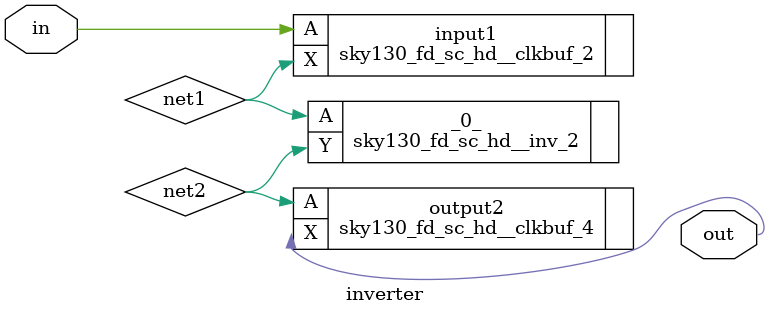
<source format=v>
module inverter (in,
    out);
 input in;
 output out;

 wire net1;
 wire net2;

 sky130_fd_sc_hd__decap_3 FILLER_0_0_109 ();
 sky130_ef_sc_hd__decap_12 FILLER_0_0_113 ();
 sky130_ef_sc_hd__decap_12 FILLER_0_0_125 ();
 sky130_fd_sc_hd__decap_3 FILLER_0_0_137 ();
 sky130_ef_sc_hd__decap_12 FILLER_0_0_141 ();
 sky130_ef_sc_hd__decap_12 FILLER_0_0_153 ();
 sky130_fd_sc_hd__decap_3 FILLER_0_0_165 ();
 sky130_ef_sc_hd__decap_12 FILLER_0_0_169 ();
 sky130_ef_sc_hd__decap_12 FILLER_0_0_181 ();
 sky130_fd_sc_hd__decap_3 FILLER_0_0_193 ();
 sky130_ef_sc_hd__decap_12 FILLER_0_0_197 ();
 sky130_ef_sc_hd__decap_12 FILLER_0_0_209 ();
 sky130_fd_sc_hd__decap_6 FILLER_0_0_21 ();
 sky130_fd_sc_hd__decap_3 FILLER_0_0_221 ();
 sky130_ef_sc_hd__decap_12 FILLER_0_0_225 ();
 sky130_ef_sc_hd__decap_12 FILLER_0_0_237 ();
 sky130_fd_sc_hd__decap_3 FILLER_0_0_249 ();
 sky130_ef_sc_hd__decap_12 FILLER_0_0_253 ();
 sky130_ef_sc_hd__decap_12 FILLER_0_0_265 ();
 sky130_fd_sc_hd__fill_1 FILLER_0_0_27 ();
 sky130_fd_sc_hd__decap_3 FILLER_0_0_277 ();
 sky130_ef_sc_hd__decap_12 FILLER_0_0_281 ();
 sky130_ef_sc_hd__decap_12 FILLER_0_0_29 ();
 sky130_ef_sc_hd__decap_12 FILLER_0_0_293 ();
 sky130_fd_sc_hd__decap_3 FILLER_0_0_305 ();
 sky130_ef_sc_hd__decap_12 FILLER_0_0_309 ();
 sky130_ef_sc_hd__decap_12 FILLER_0_0_321 ();
 sky130_fd_sc_hd__decap_3 FILLER_0_0_333 ();
 sky130_ef_sc_hd__decap_12 FILLER_0_0_337 ();
 sky130_ef_sc_hd__decap_12 FILLER_0_0_349 ();
 sky130_fd_sc_hd__decap_3 FILLER_0_0_361 ();
 sky130_ef_sc_hd__decap_12 FILLER_0_0_365 ();
 sky130_ef_sc_hd__decap_12 FILLER_0_0_377 ();
 sky130_fd_sc_hd__decap_3 FILLER_0_0_389 ();
 sky130_ef_sc_hd__decap_12 FILLER_0_0_393 ();
 sky130_fd_sc_hd__fill_2 FILLER_0_0_405 ();
 sky130_ef_sc_hd__decap_12 FILLER_0_0_41 ();
 sky130_fd_sc_hd__decap_3 FILLER_0_0_53 ();
 sky130_ef_sc_hd__decap_12 FILLER_0_0_57 ();
 sky130_ef_sc_hd__decap_12 FILLER_0_0_69 ();
 sky130_fd_sc_hd__decap_3 FILLER_0_0_81 ();
 sky130_ef_sc_hd__decap_12 FILLER_0_0_85 ();
 sky130_ef_sc_hd__decap_12 FILLER_0_0_9 ();
 sky130_ef_sc_hd__decap_12 FILLER_0_0_97 ();
 sky130_ef_sc_hd__decap_12 FILLER_0_10_109 ();
 sky130_ef_sc_hd__decap_12 FILLER_0_10_121 ();
 sky130_fd_sc_hd__decap_6 FILLER_0_10_133 ();
 sky130_fd_sc_hd__fill_1 FILLER_0_10_139 ();
 sky130_ef_sc_hd__decap_12 FILLER_0_10_141 ();
 sky130_ef_sc_hd__decap_12 FILLER_0_10_15 ();
 sky130_ef_sc_hd__decap_12 FILLER_0_10_153 ();
 sky130_ef_sc_hd__decap_12 FILLER_0_10_165 ();
 sky130_ef_sc_hd__decap_12 FILLER_0_10_177 ();
 sky130_fd_sc_hd__decap_6 FILLER_0_10_189 ();
 sky130_fd_sc_hd__fill_1 FILLER_0_10_195 ();
 sky130_ef_sc_hd__decap_12 FILLER_0_10_197 ();
 sky130_ef_sc_hd__decap_12 FILLER_0_10_209 ();
 sky130_ef_sc_hd__decap_12 FILLER_0_10_221 ();
 sky130_ef_sc_hd__decap_12 FILLER_0_10_233 ();
 sky130_fd_sc_hd__decap_6 FILLER_0_10_245 ();
 sky130_fd_sc_hd__fill_1 FILLER_0_10_251 ();
 sky130_ef_sc_hd__decap_12 FILLER_0_10_253 ();
 sky130_ef_sc_hd__decap_12 FILLER_0_10_265 ();
 sky130_fd_sc_hd__fill_1 FILLER_0_10_27 ();
 sky130_ef_sc_hd__decap_12 FILLER_0_10_277 ();
 sky130_ef_sc_hd__decap_12 FILLER_0_10_289 ();
 sky130_ef_sc_hd__decap_12 FILLER_0_10_29 ();
 sky130_ef_sc_hd__decap_12 FILLER_0_10_3 ();
 sky130_fd_sc_hd__decap_6 FILLER_0_10_301 ();
 sky130_fd_sc_hd__fill_1 FILLER_0_10_307 ();
 sky130_ef_sc_hd__decap_12 FILLER_0_10_309 ();
 sky130_ef_sc_hd__decap_12 FILLER_0_10_321 ();
 sky130_ef_sc_hd__decap_12 FILLER_0_10_333 ();
 sky130_ef_sc_hd__decap_12 FILLER_0_10_345 ();
 sky130_fd_sc_hd__decap_6 FILLER_0_10_357 ();
 sky130_fd_sc_hd__fill_1 FILLER_0_10_363 ();
 sky130_ef_sc_hd__decap_12 FILLER_0_10_365 ();
 sky130_ef_sc_hd__decap_12 FILLER_0_10_377 ();
 sky130_ef_sc_hd__decap_12 FILLER_0_10_389 ();
 sky130_fd_sc_hd__decap_6 FILLER_0_10_401 ();
 sky130_ef_sc_hd__decap_12 FILLER_0_10_41 ();
 sky130_ef_sc_hd__decap_12 FILLER_0_10_53 ();
 sky130_ef_sc_hd__decap_12 FILLER_0_10_65 ();
 sky130_fd_sc_hd__decap_6 FILLER_0_10_77 ();
 sky130_fd_sc_hd__fill_1 FILLER_0_10_83 ();
 sky130_ef_sc_hd__decap_12 FILLER_0_10_85 ();
 sky130_ef_sc_hd__decap_12 FILLER_0_10_97 ();
 sky130_fd_sc_hd__decap_6 FILLER_0_11_105 ();
 sky130_fd_sc_hd__fill_1 FILLER_0_11_111 ();
 sky130_ef_sc_hd__decap_12 FILLER_0_11_113 ();
 sky130_ef_sc_hd__decap_12 FILLER_0_11_125 ();
 sky130_ef_sc_hd__decap_12 FILLER_0_11_137 ();
 sky130_ef_sc_hd__decap_12 FILLER_0_11_149 ();
 sky130_ef_sc_hd__decap_12 FILLER_0_11_15 ();
 sky130_fd_sc_hd__decap_6 FILLER_0_11_161 ();
 sky130_fd_sc_hd__fill_1 FILLER_0_11_167 ();
 sky130_ef_sc_hd__decap_12 FILLER_0_11_169 ();
 sky130_ef_sc_hd__decap_12 FILLER_0_11_181 ();
 sky130_ef_sc_hd__decap_12 FILLER_0_11_193 ();
 sky130_ef_sc_hd__decap_12 FILLER_0_11_205 ();
 sky130_fd_sc_hd__decap_6 FILLER_0_11_217 ();
 sky130_fd_sc_hd__fill_1 FILLER_0_11_223 ();
 sky130_ef_sc_hd__decap_12 FILLER_0_11_225 ();
 sky130_ef_sc_hd__decap_12 FILLER_0_11_237 ();
 sky130_ef_sc_hd__decap_12 FILLER_0_11_249 ();
 sky130_ef_sc_hd__decap_12 FILLER_0_11_261 ();
 sky130_ef_sc_hd__decap_12 FILLER_0_11_27 ();
 sky130_fd_sc_hd__decap_6 FILLER_0_11_273 ();
 sky130_fd_sc_hd__fill_1 FILLER_0_11_279 ();
 sky130_ef_sc_hd__decap_12 FILLER_0_11_281 ();
 sky130_ef_sc_hd__decap_12 FILLER_0_11_293 ();
 sky130_ef_sc_hd__decap_12 FILLER_0_11_3 ();
 sky130_ef_sc_hd__decap_12 FILLER_0_11_305 ();
 sky130_ef_sc_hd__decap_12 FILLER_0_11_317 ();
 sky130_fd_sc_hd__decap_6 FILLER_0_11_329 ();
 sky130_fd_sc_hd__fill_1 FILLER_0_11_335 ();
 sky130_ef_sc_hd__decap_12 FILLER_0_11_337 ();
 sky130_ef_sc_hd__decap_12 FILLER_0_11_349 ();
 sky130_ef_sc_hd__decap_12 FILLER_0_11_361 ();
 sky130_ef_sc_hd__decap_12 FILLER_0_11_373 ();
 sky130_fd_sc_hd__decap_6 FILLER_0_11_385 ();
 sky130_ef_sc_hd__decap_12 FILLER_0_11_39 ();
 sky130_fd_sc_hd__fill_1 FILLER_0_11_391 ();
 sky130_ef_sc_hd__decap_12 FILLER_0_11_393 ();
 sky130_fd_sc_hd__fill_2 FILLER_0_11_405 ();
 sky130_fd_sc_hd__decap_4 FILLER_0_11_51 ();
 sky130_fd_sc_hd__fill_1 FILLER_0_11_55 ();
 sky130_ef_sc_hd__decap_12 FILLER_0_11_57 ();
 sky130_ef_sc_hd__decap_12 FILLER_0_11_69 ();
 sky130_ef_sc_hd__decap_12 FILLER_0_11_81 ();
 sky130_ef_sc_hd__decap_12 FILLER_0_11_93 ();
 sky130_ef_sc_hd__decap_12 FILLER_0_12_109 ();
 sky130_ef_sc_hd__decap_12 FILLER_0_12_121 ();
 sky130_fd_sc_hd__decap_6 FILLER_0_12_133 ();
 sky130_fd_sc_hd__fill_1 FILLER_0_12_139 ();
 sky130_ef_sc_hd__decap_12 FILLER_0_12_141 ();
 sky130_ef_sc_hd__decap_12 FILLER_0_12_15 ();
 sky130_ef_sc_hd__decap_12 FILLER_0_12_153 ();
 sky130_ef_sc_hd__decap_12 FILLER_0_12_165 ();
 sky130_ef_sc_hd__decap_12 FILLER_0_12_177 ();
 sky130_fd_sc_hd__decap_6 FILLER_0_12_189 ();
 sky130_fd_sc_hd__fill_1 FILLER_0_12_195 ();
 sky130_ef_sc_hd__decap_12 FILLER_0_12_197 ();
 sky130_ef_sc_hd__decap_12 FILLER_0_12_209 ();
 sky130_ef_sc_hd__decap_12 FILLER_0_12_221 ();
 sky130_ef_sc_hd__decap_12 FILLER_0_12_233 ();
 sky130_fd_sc_hd__decap_6 FILLER_0_12_245 ();
 sky130_fd_sc_hd__fill_1 FILLER_0_12_251 ();
 sky130_ef_sc_hd__decap_12 FILLER_0_12_253 ();
 sky130_ef_sc_hd__decap_12 FILLER_0_12_265 ();
 sky130_fd_sc_hd__fill_1 FILLER_0_12_27 ();
 sky130_ef_sc_hd__decap_12 FILLER_0_12_277 ();
 sky130_ef_sc_hd__decap_12 FILLER_0_12_289 ();
 sky130_ef_sc_hd__decap_12 FILLER_0_12_29 ();
 sky130_ef_sc_hd__decap_12 FILLER_0_12_3 ();
 sky130_fd_sc_hd__decap_6 FILLER_0_12_301 ();
 sky130_fd_sc_hd__fill_1 FILLER_0_12_307 ();
 sky130_ef_sc_hd__decap_12 FILLER_0_12_309 ();
 sky130_ef_sc_hd__decap_12 FILLER_0_12_321 ();
 sky130_ef_sc_hd__decap_12 FILLER_0_12_333 ();
 sky130_ef_sc_hd__decap_12 FILLER_0_12_345 ();
 sky130_fd_sc_hd__decap_6 FILLER_0_12_357 ();
 sky130_fd_sc_hd__fill_1 FILLER_0_12_363 ();
 sky130_ef_sc_hd__decap_12 FILLER_0_12_365 ();
 sky130_ef_sc_hd__decap_12 FILLER_0_12_377 ();
 sky130_ef_sc_hd__decap_12 FILLER_0_12_389 ();
 sky130_fd_sc_hd__decap_6 FILLER_0_12_401 ();
 sky130_ef_sc_hd__decap_12 FILLER_0_12_41 ();
 sky130_ef_sc_hd__decap_12 FILLER_0_12_53 ();
 sky130_ef_sc_hd__decap_12 FILLER_0_12_65 ();
 sky130_fd_sc_hd__decap_6 FILLER_0_12_77 ();
 sky130_fd_sc_hd__fill_1 FILLER_0_12_83 ();
 sky130_ef_sc_hd__decap_12 FILLER_0_12_85 ();
 sky130_ef_sc_hd__decap_12 FILLER_0_12_97 ();
 sky130_fd_sc_hd__decap_6 FILLER_0_13_105 ();
 sky130_fd_sc_hd__fill_1 FILLER_0_13_111 ();
 sky130_ef_sc_hd__decap_12 FILLER_0_13_113 ();
 sky130_ef_sc_hd__decap_12 FILLER_0_13_125 ();
 sky130_ef_sc_hd__decap_12 FILLER_0_13_137 ();
 sky130_ef_sc_hd__decap_12 FILLER_0_13_149 ();
 sky130_ef_sc_hd__decap_12 FILLER_0_13_15 ();
 sky130_fd_sc_hd__decap_6 FILLER_0_13_161 ();
 sky130_fd_sc_hd__fill_1 FILLER_0_13_167 ();
 sky130_ef_sc_hd__decap_12 FILLER_0_13_169 ();
 sky130_ef_sc_hd__decap_12 FILLER_0_13_181 ();
 sky130_ef_sc_hd__decap_12 FILLER_0_13_193 ();
 sky130_ef_sc_hd__decap_12 FILLER_0_13_205 ();
 sky130_fd_sc_hd__decap_6 FILLER_0_13_217 ();
 sky130_fd_sc_hd__fill_1 FILLER_0_13_223 ();
 sky130_ef_sc_hd__decap_12 FILLER_0_13_225 ();
 sky130_ef_sc_hd__decap_12 FILLER_0_13_237 ();
 sky130_ef_sc_hd__decap_12 FILLER_0_13_249 ();
 sky130_ef_sc_hd__decap_12 FILLER_0_13_261 ();
 sky130_ef_sc_hd__decap_12 FILLER_0_13_27 ();
 sky130_fd_sc_hd__decap_6 FILLER_0_13_273 ();
 sky130_fd_sc_hd__fill_1 FILLER_0_13_279 ();
 sky130_ef_sc_hd__decap_12 FILLER_0_13_281 ();
 sky130_ef_sc_hd__decap_12 FILLER_0_13_293 ();
 sky130_ef_sc_hd__decap_12 FILLER_0_13_3 ();
 sky130_ef_sc_hd__decap_12 FILLER_0_13_305 ();
 sky130_ef_sc_hd__decap_12 FILLER_0_13_317 ();
 sky130_fd_sc_hd__decap_6 FILLER_0_13_329 ();
 sky130_fd_sc_hd__fill_1 FILLER_0_13_335 ();
 sky130_ef_sc_hd__decap_12 FILLER_0_13_337 ();
 sky130_ef_sc_hd__decap_12 FILLER_0_13_349 ();
 sky130_ef_sc_hd__decap_12 FILLER_0_13_361 ();
 sky130_ef_sc_hd__decap_12 FILLER_0_13_373 ();
 sky130_fd_sc_hd__decap_6 FILLER_0_13_385 ();
 sky130_ef_sc_hd__decap_12 FILLER_0_13_39 ();
 sky130_fd_sc_hd__fill_1 FILLER_0_13_391 ();
 sky130_ef_sc_hd__decap_12 FILLER_0_13_393 ();
 sky130_fd_sc_hd__fill_2 FILLER_0_13_405 ();
 sky130_fd_sc_hd__decap_4 FILLER_0_13_51 ();
 sky130_fd_sc_hd__fill_1 FILLER_0_13_55 ();
 sky130_ef_sc_hd__decap_12 FILLER_0_13_57 ();
 sky130_ef_sc_hd__decap_12 FILLER_0_13_69 ();
 sky130_ef_sc_hd__decap_12 FILLER_0_13_81 ();
 sky130_ef_sc_hd__decap_12 FILLER_0_13_93 ();
 sky130_ef_sc_hd__decap_12 FILLER_0_14_109 ();
 sky130_ef_sc_hd__decap_12 FILLER_0_14_121 ();
 sky130_fd_sc_hd__decap_6 FILLER_0_14_133 ();
 sky130_fd_sc_hd__fill_1 FILLER_0_14_139 ();
 sky130_ef_sc_hd__decap_12 FILLER_0_14_141 ();
 sky130_ef_sc_hd__decap_12 FILLER_0_14_15 ();
 sky130_ef_sc_hd__decap_12 FILLER_0_14_153 ();
 sky130_ef_sc_hd__decap_12 FILLER_0_14_165 ();
 sky130_ef_sc_hd__decap_12 FILLER_0_14_177 ();
 sky130_fd_sc_hd__decap_6 FILLER_0_14_189 ();
 sky130_fd_sc_hd__fill_1 FILLER_0_14_195 ();
 sky130_ef_sc_hd__decap_12 FILLER_0_14_197 ();
 sky130_ef_sc_hd__decap_12 FILLER_0_14_209 ();
 sky130_ef_sc_hd__decap_12 FILLER_0_14_221 ();
 sky130_ef_sc_hd__decap_12 FILLER_0_14_233 ();
 sky130_fd_sc_hd__decap_6 FILLER_0_14_245 ();
 sky130_fd_sc_hd__fill_1 FILLER_0_14_251 ();
 sky130_ef_sc_hd__decap_12 FILLER_0_14_253 ();
 sky130_ef_sc_hd__decap_12 FILLER_0_14_265 ();
 sky130_fd_sc_hd__fill_1 FILLER_0_14_27 ();
 sky130_ef_sc_hd__decap_12 FILLER_0_14_277 ();
 sky130_ef_sc_hd__decap_12 FILLER_0_14_289 ();
 sky130_ef_sc_hd__decap_12 FILLER_0_14_29 ();
 sky130_ef_sc_hd__decap_12 FILLER_0_14_3 ();
 sky130_fd_sc_hd__decap_6 FILLER_0_14_301 ();
 sky130_fd_sc_hd__fill_1 FILLER_0_14_307 ();
 sky130_ef_sc_hd__decap_12 FILLER_0_14_309 ();
 sky130_ef_sc_hd__decap_12 FILLER_0_14_321 ();
 sky130_ef_sc_hd__decap_12 FILLER_0_14_333 ();
 sky130_ef_sc_hd__decap_12 FILLER_0_14_345 ();
 sky130_fd_sc_hd__decap_6 FILLER_0_14_357 ();
 sky130_fd_sc_hd__fill_1 FILLER_0_14_363 ();
 sky130_ef_sc_hd__decap_12 FILLER_0_14_365 ();
 sky130_ef_sc_hd__decap_12 FILLER_0_14_377 ();
 sky130_ef_sc_hd__decap_12 FILLER_0_14_389 ();
 sky130_fd_sc_hd__decap_6 FILLER_0_14_401 ();
 sky130_ef_sc_hd__decap_12 FILLER_0_14_41 ();
 sky130_ef_sc_hd__decap_12 FILLER_0_14_53 ();
 sky130_ef_sc_hd__decap_12 FILLER_0_14_65 ();
 sky130_fd_sc_hd__decap_6 FILLER_0_14_77 ();
 sky130_fd_sc_hd__fill_1 FILLER_0_14_83 ();
 sky130_ef_sc_hd__decap_12 FILLER_0_14_85 ();
 sky130_ef_sc_hd__decap_12 FILLER_0_14_97 ();
 sky130_fd_sc_hd__decap_6 FILLER_0_15_105 ();
 sky130_fd_sc_hd__fill_1 FILLER_0_15_111 ();
 sky130_ef_sc_hd__decap_12 FILLER_0_15_113 ();
 sky130_ef_sc_hd__decap_12 FILLER_0_15_125 ();
 sky130_ef_sc_hd__decap_12 FILLER_0_15_137 ();
 sky130_ef_sc_hd__decap_12 FILLER_0_15_149 ();
 sky130_ef_sc_hd__decap_12 FILLER_0_15_15 ();
 sky130_fd_sc_hd__decap_6 FILLER_0_15_161 ();
 sky130_fd_sc_hd__fill_1 FILLER_0_15_167 ();
 sky130_ef_sc_hd__decap_12 FILLER_0_15_169 ();
 sky130_ef_sc_hd__decap_12 FILLER_0_15_181 ();
 sky130_ef_sc_hd__decap_12 FILLER_0_15_193 ();
 sky130_ef_sc_hd__decap_12 FILLER_0_15_205 ();
 sky130_fd_sc_hd__decap_6 FILLER_0_15_217 ();
 sky130_fd_sc_hd__fill_1 FILLER_0_15_223 ();
 sky130_ef_sc_hd__decap_12 FILLER_0_15_225 ();
 sky130_ef_sc_hd__decap_12 FILLER_0_15_237 ();
 sky130_ef_sc_hd__decap_12 FILLER_0_15_249 ();
 sky130_ef_sc_hd__decap_12 FILLER_0_15_261 ();
 sky130_ef_sc_hd__decap_12 FILLER_0_15_27 ();
 sky130_fd_sc_hd__decap_6 FILLER_0_15_273 ();
 sky130_fd_sc_hd__fill_1 FILLER_0_15_279 ();
 sky130_ef_sc_hd__decap_12 FILLER_0_15_281 ();
 sky130_ef_sc_hd__decap_12 FILLER_0_15_293 ();
 sky130_ef_sc_hd__decap_12 FILLER_0_15_3 ();
 sky130_ef_sc_hd__decap_12 FILLER_0_15_305 ();
 sky130_ef_sc_hd__decap_12 FILLER_0_15_317 ();
 sky130_fd_sc_hd__decap_6 FILLER_0_15_329 ();
 sky130_fd_sc_hd__fill_1 FILLER_0_15_335 ();
 sky130_ef_sc_hd__decap_12 FILLER_0_15_337 ();
 sky130_ef_sc_hd__decap_12 FILLER_0_15_349 ();
 sky130_ef_sc_hd__decap_12 FILLER_0_15_361 ();
 sky130_ef_sc_hd__decap_12 FILLER_0_15_373 ();
 sky130_fd_sc_hd__decap_6 FILLER_0_15_385 ();
 sky130_ef_sc_hd__decap_12 FILLER_0_15_39 ();
 sky130_fd_sc_hd__fill_1 FILLER_0_15_391 ();
 sky130_ef_sc_hd__decap_12 FILLER_0_15_393 ();
 sky130_fd_sc_hd__fill_2 FILLER_0_15_405 ();
 sky130_fd_sc_hd__decap_4 FILLER_0_15_51 ();
 sky130_fd_sc_hd__fill_1 FILLER_0_15_55 ();
 sky130_ef_sc_hd__decap_12 FILLER_0_15_57 ();
 sky130_ef_sc_hd__decap_12 FILLER_0_15_69 ();
 sky130_ef_sc_hd__decap_12 FILLER_0_15_81 ();
 sky130_ef_sc_hd__decap_12 FILLER_0_15_93 ();
 sky130_ef_sc_hd__decap_12 FILLER_0_16_109 ();
 sky130_ef_sc_hd__decap_12 FILLER_0_16_121 ();
 sky130_fd_sc_hd__decap_6 FILLER_0_16_133 ();
 sky130_fd_sc_hd__fill_1 FILLER_0_16_139 ();
 sky130_ef_sc_hd__decap_12 FILLER_0_16_141 ();
 sky130_ef_sc_hd__decap_12 FILLER_0_16_15 ();
 sky130_ef_sc_hd__decap_12 FILLER_0_16_153 ();
 sky130_ef_sc_hd__decap_12 FILLER_0_16_165 ();
 sky130_ef_sc_hd__decap_12 FILLER_0_16_177 ();
 sky130_fd_sc_hd__decap_6 FILLER_0_16_189 ();
 sky130_fd_sc_hd__fill_1 FILLER_0_16_195 ();
 sky130_ef_sc_hd__decap_12 FILLER_0_16_197 ();
 sky130_ef_sc_hd__decap_12 FILLER_0_16_209 ();
 sky130_ef_sc_hd__decap_12 FILLER_0_16_221 ();
 sky130_ef_sc_hd__decap_12 FILLER_0_16_233 ();
 sky130_fd_sc_hd__decap_6 FILLER_0_16_245 ();
 sky130_fd_sc_hd__fill_1 FILLER_0_16_251 ();
 sky130_ef_sc_hd__decap_12 FILLER_0_16_253 ();
 sky130_ef_sc_hd__decap_12 FILLER_0_16_265 ();
 sky130_fd_sc_hd__fill_1 FILLER_0_16_27 ();
 sky130_ef_sc_hd__decap_12 FILLER_0_16_277 ();
 sky130_ef_sc_hd__decap_12 FILLER_0_16_289 ();
 sky130_ef_sc_hd__decap_12 FILLER_0_16_29 ();
 sky130_ef_sc_hd__decap_12 FILLER_0_16_3 ();
 sky130_fd_sc_hd__decap_6 FILLER_0_16_301 ();
 sky130_fd_sc_hd__fill_1 FILLER_0_16_307 ();
 sky130_ef_sc_hd__decap_12 FILLER_0_16_309 ();
 sky130_ef_sc_hd__decap_12 FILLER_0_16_321 ();
 sky130_ef_sc_hd__decap_12 FILLER_0_16_333 ();
 sky130_ef_sc_hd__decap_12 FILLER_0_16_345 ();
 sky130_fd_sc_hd__decap_6 FILLER_0_16_357 ();
 sky130_fd_sc_hd__fill_1 FILLER_0_16_363 ();
 sky130_ef_sc_hd__decap_12 FILLER_0_16_365 ();
 sky130_ef_sc_hd__decap_12 FILLER_0_16_377 ();
 sky130_ef_sc_hd__decap_12 FILLER_0_16_389 ();
 sky130_fd_sc_hd__decap_6 FILLER_0_16_401 ();
 sky130_ef_sc_hd__decap_12 FILLER_0_16_41 ();
 sky130_ef_sc_hd__decap_12 FILLER_0_16_53 ();
 sky130_ef_sc_hd__decap_12 FILLER_0_16_65 ();
 sky130_fd_sc_hd__decap_6 FILLER_0_16_77 ();
 sky130_fd_sc_hd__fill_1 FILLER_0_16_83 ();
 sky130_ef_sc_hd__decap_12 FILLER_0_16_85 ();
 sky130_ef_sc_hd__decap_12 FILLER_0_16_97 ();
 sky130_fd_sc_hd__decap_6 FILLER_0_17_105 ();
 sky130_fd_sc_hd__fill_1 FILLER_0_17_111 ();
 sky130_ef_sc_hd__decap_12 FILLER_0_17_113 ();
 sky130_ef_sc_hd__decap_12 FILLER_0_17_125 ();
 sky130_ef_sc_hd__decap_12 FILLER_0_17_137 ();
 sky130_ef_sc_hd__decap_12 FILLER_0_17_149 ();
 sky130_ef_sc_hd__decap_12 FILLER_0_17_15 ();
 sky130_fd_sc_hd__decap_6 FILLER_0_17_161 ();
 sky130_fd_sc_hd__fill_1 FILLER_0_17_167 ();
 sky130_ef_sc_hd__decap_12 FILLER_0_17_169 ();
 sky130_ef_sc_hd__decap_12 FILLER_0_17_181 ();
 sky130_ef_sc_hd__decap_12 FILLER_0_17_193 ();
 sky130_ef_sc_hd__decap_12 FILLER_0_17_205 ();
 sky130_fd_sc_hd__decap_6 FILLER_0_17_217 ();
 sky130_fd_sc_hd__fill_1 FILLER_0_17_223 ();
 sky130_ef_sc_hd__decap_12 FILLER_0_17_225 ();
 sky130_ef_sc_hd__decap_12 FILLER_0_17_237 ();
 sky130_ef_sc_hd__decap_12 FILLER_0_17_249 ();
 sky130_ef_sc_hd__decap_12 FILLER_0_17_261 ();
 sky130_ef_sc_hd__decap_12 FILLER_0_17_27 ();
 sky130_fd_sc_hd__decap_6 FILLER_0_17_273 ();
 sky130_fd_sc_hd__fill_1 FILLER_0_17_279 ();
 sky130_ef_sc_hd__decap_12 FILLER_0_17_281 ();
 sky130_ef_sc_hd__decap_12 FILLER_0_17_293 ();
 sky130_ef_sc_hd__decap_12 FILLER_0_17_3 ();
 sky130_ef_sc_hd__decap_12 FILLER_0_17_305 ();
 sky130_ef_sc_hd__decap_12 FILLER_0_17_317 ();
 sky130_fd_sc_hd__decap_6 FILLER_0_17_329 ();
 sky130_fd_sc_hd__fill_1 FILLER_0_17_335 ();
 sky130_ef_sc_hd__decap_12 FILLER_0_17_337 ();
 sky130_ef_sc_hd__decap_12 FILLER_0_17_349 ();
 sky130_ef_sc_hd__decap_12 FILLER_0_17_361 ();
 sky130_ef_sc_hd__decap_12 FILLER_0_17_373 ();
 sky130_fd_sc_hd__decap_6 FILLER_0_17_385 ();
 sky130_ef_sc_hd__decap_12 FILLER_0_17_39 ();
 sky130_fd_sc_hd__fill_1 FILLER_0_17_391 ();
 sky130_ef_sc_hd__decap_12 FILLER_0_17_393 ();
 sky130_fd_sc_hd__fill_2 FILLER_0_17_405 ();
 sky130_fd_sc_hd__decap_4 FILLER_0_17_51 ();
 sky130_fd_sc_hd__fill_1 FILLER_0_17_55 ();
 sky130_ef_sc_hd__decap_12 FILLER_0_17_57 ();
 sky130_ef_sc_hd__decap_12 FILLER_0_17_69 ();
 sky130_ef_sc_hd__decap_12 FILLER_0_17_81 ();
 sky130_ef_sc_hd__decap_12 FILLER_0_17_93 ();
 sky130_ef_sc_hd__decap_12 FILLER_0_18_109 ();
 sky130_ef_sc_hd__decap_12 FILLER_0_18_121 ();
 sky130_fd_sc_hd__decap_6 FILLER_0_18_133 ();
 sky130_fd_sc_hd__fill_1 FILLER_0_18_139 ();
 sky130_ef_sc_hd__decap_12 FILLER_0_18_141 ();
 sky130_ef_sc_hd__decap_12 FILLER_0_18_15 ();
 sky130_ef_sc_hd__decap_12 FILLER_0_18_153 ();
 sky130_ef_sc_hd__decap_12 FILLER_0_18_165 ();
 sky130_ef_sc_hd__decap_12 FILLER_0_18_177 ();
 sky130_fd_sc_hd__decap_6 FILLER_0_18_189 ();
 sky130_fd_sc_hd__fill_1 FILLER_0_18_195 ();
 sky130_ef_sc_hd__decap_12 FILLER_0_18_197 ();
 sky130_ef_sc_hd__decap_12 FILLER_0_18_209 ();
 sky130_ef_sc_hd__decap_12 FILLER_0_18_221 ();
 sky130_ef_sc_hd__decap_12 FILLER_0_18_233 ();
 sky130_fd_sc_hd__decap_6 FILLER_0_18_245 ();
 sky130_fd_sc_hd__fill_1 FILLER_0_18_251 ();
 sky130_ef_sc_hd__decap_12 FILLER_0_18_253 ();
 sky130_ef_sc_hd__decap_12 FILLER_0_18_265 ();
 sky130_fd_sc_hd__fill_1 FILLER_0_18_27 ();
 sky130_ef_sc_hd__decap_12 FILLER_0_18_277 ();
 sky130_ef_sc_hd__decap_12 FILLER_0_18_289 ();
 sky130_ef_sc_hd__decap_12 FILLER_0_18_29 ();
 sky130_ef_sc_hd__decap_12 FILLER_0_18_3 ();
 sky130_fd_sc_hd__decap_6 FILLER_0_18_301 ();
 sky130_fd_sc_hd__fill_1 FILLER_0_18_307 ();
 sky130_ef_sc_hd__decap_12 FILLER_0_18_309 ();
 sky130_ef_sc_hd__decap_12 FILLER_0_18_321 ();
 sky130_ef_sc_hd__decap_12 FILLER_0_18_333 ();
 sky130_ef_sc_hd__decap_12 FILLER_0_18_345 ();
 sky130_fd_sc_hd__decap_6 FILLER_0_18_357 ();
 sky130_fd_sc_hd__fill_1 FILLER_0_18_363 ();
 sky130_ef_sc_hd__decap_12 FILLER_0_18_365 ();
 sky130_ef_sc_hd__decap_12 FILLER_0_18_377 ();
 sky130_ef_sc_hd__decap_12 FILLER_0_18_389 ();
 sky130_fd_sc_hd__decap_6 FILLER_0_18_401 ();
 sky130_ef_sc_hd__decap_12 FILLER_0_18_41 ();
 sky130_ef_sc_hd__decap_12 FILLER_0_18_53 ();
 sky130_ef_sc_hd__decap_12 FILLER_0_18_65 ();
 sky130_fd_sc_hd__decap_6 FILLER_0_18_77 ();
 sky130_fd_sc_hd__fill_1 FILLER_0_18_83 ();
 sky130_ef_sc_hd__decap_12 FILLER_0_18_85 ();
 sky130_ef_sc_hd__decap_12 FILLER_0_18_97 ();
 sky130_fd_sc_hd__decap_6 FILLER_0_19_105 ();
 sky130_fd_sc_hd__fill_1 FILLER_0_19_111 ();
 sky130_ef_sc_hd__decap_12 FILLER_0_19_113 ();
 sky130_ef_sc_hd__decap_12 FILLER_0_19_125 ();
 sky130_ef_sc_hd__decap_12 FILLER_0_19_137 ();
 sky130_ef_sc_hd__decap_12 FILLER_0_19_149 ();
 sky130_ef_sc_hd__decap_12 FILLER_0_19_15 ();
 sky130_fd_sc_hd__decap_6 FILLER_0_19_161 ();
 sky130_fd_sc_hd__fill_1 FILLER_0_19_167 ();
 sky130_ef_sc_hd__decap_12 FILLER_0_19_169 ();
 sky130_ef_sc_hd__decap_12 FILLER_0_19_181 ();
 sky130_ef_sc_hd__decap_12 FILLER_0_19_193 ();
 sky130_ef_sc_hd__decap_12 FILLER_0_19_205 ();
 sky130_fd_sc_hd__decap_6 FILLER_0_19_217 ();
 sky130_fd_sc_hd__fill_1 FILLER_0_19_223 ();
 sky130_ef_sc_hd__decap_12 FILLER_0_19_225 ();
 sky130_ef_sc_hd__decap_12 FILLER_0_19_237 ();
 sky130_ef_sc_hd__decap_12 FILLER_0_19_249 ();
 sky130_ef_sc_hd__decap_12 FILLER_0_19_261 ();
 sky130_ef_sc_hd__decap_12 FILLER_0_19_27 ();
 sky130_fd_sc_hd__decap_6 FILLER_0_19_273 ();
 sky130_fd_sc_hd__fill_1 FILLER_0_19_279 ();
 sky130_ef_sc_hd__decap_12 FILLER_0_19_281 ();
 sky130_ef_sc_hd__decap_12 FILLER_0_19_293 ();
 sky130_ef_sc_hd__decap_12 FILLER_0_19_3 ();
 sky130_ef_sc_hd__decap_12 FILLER_0_19_305 ();
 sky130_ef_sc_hd__decap_12 FILLER_0_19_317 ();
 sky130_fd_sc_hd__decap_6 FILLER_0_19_329 ();
 sky130_fd_sc_hd__fill_1 FILLER_0_19_335 ();
 sky130_ef_sc_hd__decap_12 FILLER_0_19_337 ();
 sky130_ef_sc_hd__decap_12 FILLER_0_19_349 ();
 sky130_ef_sc_hd__decap_12 FILLER_0_19_361 ();
 sky130_ef_sc_hd__decap_12 FILLER_0_19_373 ();
 sky130_fd_sc_hd__decap_6 FILLER_0_19_385 ();
 sky130_ef_sc_hd__decap_12 FILLER_0_19_39 ();
 sky130_fd_sc_hd__fill_1 FILLER_0_19_391 ();
 sky130_ef_sc_hd__decap_12 FILLER_0_19_393 ();
 sky130_fd_sc_hd__fill_2 FILLER_0_19_405 ();
 sky130_fd_sc_hd__decap_4 FILLER_0_19_51 ();
 sky130_fd_sc_hd__fill_1 FILLER_0_19_55 ();
 sky130_ef_sc_hd__decap_12 FILLER_0_19_57 ();
 sky130_ef_sc_hd__decap_12 FILLER_0_19_69 ();
 sky130_ef_sc_hd__decap_12 FILLER_0_19_81 ();
 sky130_ef_sc_hd__decap_12 FILLER_0_19_93 ();
 sky130_fd_sc_hd__decap_6 FILLER_0_1_105 ();
 sky130_fd_sc_hd__fill_1 FILLER_0_1_111 ();
 sky130_ef_sc_hd__decap_12 FILLER_0_1_113 ();
 sky130_ef_sc_hd__decap_12 FILLER_0_1_125 ();
 sky130_ef_sc_hd__decap_12 FILLER_0_1_137 ();
 sky130_ef_sc_hd__decap_12 FILLER_0_1_149 ();
 sky130_ef_sc_hd__decap_12 FILLER_0_1_15 ();
 sky130_fd_sc_hd__decap_6 FILLER_0_1_161 ();
 sky130_fd_sc_hd__fill_1 FILLER_0_1_167 ();
 sky130_ef_sc_hd__decap_12 FILLER_0_1_169 ();
 sky130_ef_sc_hd__decap_12 FILLER_0_1_181 ();
 sky130_ef_sc_hd__decap_12 FILLER_0_1_193 ();
 sky130_ef_sc_hd__decap_12 FILLER_0_1_205 ();
 sky130_fd_sc_hd__decap_6 FILLER_0_1_217 ();
 sky130_fd_sc_hd__fill_1 FILLER_0_1_223 ();
 sky130_ef_sc_hd__decap_12 FILLER_0_1_225 ();
 sky130_ef_sc_hd__decap_12 FILLER_0_1_237 ();
 sky130_ef_sc_hd__decap_12 FILLER_0_1_249 ();
 sky130_ef_sc_hd__decap_12 FILLER_0_1_261 ();
 sky130_ef_sc_hd__decap_12 FILLER_0_1_27 ();
 sky130_fd_sc_hd__decap_6 FILLER_0_1_273 ();
 sky130_fd_sc_hd__fill_1 FILLER_0_1_279 ();
 sky130_ef_sc_hd__decap_12 FILLER_0_1_281 ();
 sky130_ef_sc_hd__decap_12 FILLER_0_1_293 ();
 sky130_ef_sc_hd__decap_12 FILLER_0_1_3 ();
 sky130_ef_sc_hd__decap_12 FILLER_0_1_305 ();
 sky130_ef_sc_hd__decap_12 FILLER_0_1_317 ();
 sky130_fd_sc_hd__decap_6 FILLER_0_1_329 ();
 sky130_fd_sc_hd__fill_1 FILLER_0_1_335 ();
 sky130_ef_sc_hd__decap_12 FILLER_0_1_337 ();
 sky130_ef_sc_hd__decap_12 FILLER_0_1_349 ();
 sky130_ef_sc_hd__decap_12 FILLER_0_1_361 ();
 sky130_ef_sc_hd__decap_12 FILLER_0_1_373 ();
 sky130_fd_sc_hd__decap_6 FILLER_0_1_385 ();
 sky130_ef_sc_hd__decap_12 FILLER_0_1_39 ();
 sky130_fd_sc_hd__fill_1 FILLER_0_1_391 ();
 sky130_ef_sc_hd__decap_12 FILLER_0_1_393 ();
 sky130_fd_sc_hd__fill_2 FILLER_0_1_405 ();
 sky130_fd_sc_hd__decap_4 FILLER_0_1_51 ();
 sky130_fd_sc_hd__fill_1 FILLER_0_1_55 ();
 sky130_ef_sc_hd__decap_12 FILLER_0_1_57 ();
 sky130_ef_sc_hd__decap_12 FILLER_0_1_69 ();
 sky130_ef_sc_hd__decap_12 FILLER_0_1_81 ();
 sky130_ef_sc_hd__decap_12 FILLER_0_1_93 ();
 sky130_ef_sc_hd__decap_12 FILLER_0_20_109 ();
 sky130_ef_sc_hd__decap_12 FILLER_0_20_121 ();
 sky130_fd_sc_hd__decap_6 FILLER_0_20_133 ();
 sky130_fd_sc_hd__fill_1 FILLER_0_20_139 ();
 sky130_ef_sc_hd__decap_12 FILLER_0_20_141 ();
 sky130_ef_sc_hd__decap_12 FILLER_0_20_15 ();
 sky130_ef_sc_hd__decap_12 FILLER_0_20_153 ();
 sky130_ef_sc_hd__decap_12 FILLER_0_20_165 ();
 sky130_ef_sc_hd__decap_12 FILLER_0_20_177 ();
 sky130_fd_sc_hd__decap_6 FILLER_0_20_189 ();
 sky130_fd_sc_hd__fill_1 FILLER_0_20_195 ();
 sky130_ef_sc_hd__decap_12 FILLER_0_20_197 ();
 sky130_ef_sc_hd__decap_12 FILLER_0_20_209 ();
 sky130_ef_sc_hd__decap_12 FILLER_0_20_221 ();
 sky130_ef_sc_hd__decap_12 FILLER_0_20_233 ();
 sky130_fd_sc_hd__decap_6 FILLER_0_20_245 ();
 sky130_fd_sc_hd__fill_1 FILLER_0_20_251 ();
 sky130_ef_sc_hd__decap_12 FILLER_0_20_253 ();
 sky130_ef_sc_hd__decap_12 FILLER_0_20_265 ();
 sky130_fd_sc_hd__fill_1 FILLER_0_20_27 ();
 sky130_ef_sc_hd__decap_12 FILLER_0_20_277 ();
 sky130_ef_sc_hd__decap_12 FILLER_0_20_289 ();
 sky130_ef_sc_hd__decap_12 FILLER_0_20_29 ();
 sky130_ef_sc_hd__decap_12 FILLER_0_20_3 ();
 sky130_fd_sc_hd__decap_6 FILLER_0_20_301 ();
 sky130_fd_sc_hd__fill_1 FILLER_0_20_307 ();
 sky130_ef_sc_hd__decap_12 FILLER_0_20_309 ();
 sky130_ef_sc_hd__decap_12 FILLER_0_20_321 ();
 sky130_ef_sc_hd__decap_12 FILLER_0_20_333 ();
 sky130_ef_sc_hd__decap_12 FILLER_0_20_345 ();
 sky130_fd_sc_hd__decap_6 FILLER_0_20_357 ();
 sky130_fd_sc_hd__fill_1 FILLER_0_20_363 ();
 sky130_ef_sc_hd__decap_12 FILLER_0_20_365 ();
 sky130_ef_sc_hd__decap_12 FILLER_0_20_377 ();
 sky130_ef_sc_hd__decap_12 FILLER_0_20_389 ();
 sky130_fd_sc_hd__decap_6 FILLER_0_20_401 ();
 sky130_ef_sc_hd__decap_12 FILLER_0_20_41 ();
 sky130_ef_sc_hd__decap_12 FILLER_0_20_53 ();
 sky130_ef_sc_hd__decap_12 FILLER_0_20_65 ();
 sky130_fd_sc_hd__decap_6 FILLER_0_20_77 ();
 sky130_fd_sc_hd__fill_1 FILLER_0_20_83 ();
 sky130_ef_sc_hd__decap_12 FILLER_0_20_85 ();
 sky130_ef_sc_hd__decap_12 FILLER_0_20_97 ();
 sky130_fd_sc_hd__decap_6 FILLER_0_21_105 ();
 sky130_fd_sc_hd__fill_1 FILLER_0_21_111 ();
 sky130_ef_sc_hd__decap_12 FILLER_0_21_113 ();
 sky130_ef_sc_hd__decap_12 FILLER_0_21_125 ();
 sky130_ef_sc_hd__decap_12 FILLER_0_21_137 ();
 sky130_ef_sc_hd__decap_12 FILLER_0_21_149 ();
 sky130_ef_sc_hd__decap_12 FILLER_0_21_15 ();
 sky130_fd_sc_hd__decap_6 FILLER_0_21_161 ();
 sky130_fd_sc_hd__fill_1 FILLER_0_21_167 ();
 sky130_ef_sc_hd__decap_12 FILLER_0_21_169 ();
 sky130_ef_sc_hd__decap_12 FILLER_0_21_181 ();
 sky130_ef_sc_hd__decap_12 FILLER_0_21_193 ();
 sky130_ef_sc_hd__decap_12 FILLER_0_21_205 ();
 sky130_fd_sc_hd__decap_6 FILLER_0_21_217 ();
 sky130_fd_sc_hd__fill_1 FILLER_0_21_223 ();
 sky130_ef_sc_hd__decap_12 FILLER_0_21_225 ();
 sky130_ef_sc_hd__decap_12 FILLER_0_21_237 ();
 sky130_ef_sc_hd__decap_12 FILLER_0_21_249 ();
 sky130_ef_sc_hd__decap_12 FILLER_0_21_261 ();
 sky130_ef_sc_hd__decap_12 FILLER_0_21_27 ();
 sky130_fd_sc_hd__decap_6 FILLER_0_21_273 ();
 sky130_fd_sc_hd__fill_1 FILLER_0_21_279 ();
 sky130_ef_sc_hd__decap_12 FILLER_0_21_281 ();
 sky130_ef_sc_hd__decap_12 FILLER_0_21_293 ();
 sky130_ef_sc_hd__decap_12 FILLER_0_21_3 ();
 sky130_ef_sc_hd__decap_12 FILLER_0_21_305 ();
 sky130_ef_sc_hd__decap_12 FILLER_0_21_317 ();
 sky130_fd_sc_hd__decap_6 FILLER_0_21_329 ();
 sky130_fd_sc_hd__fill_1 FILLER_0_21_335 ();
 sky130_ef_sc_hd__decap_12 FILLER_0_21_337 ();
 sky130_ef_sc_hd__decap_12 FILLER_0_21_349 ();
 sky130_ef_sc_hd__decap_12 FILLER_0_21_361 ();
 sky130_ef_sc_hd__decap_12 FILLER_0_21_373 ();
 sky130_fd_sc_hd__decap_6 FILLER_0_21_385 ();
 sky130_ef_sc_hd__decap_12 FILLER_0_21_39 ();
 sky130_fd_sc_hd__fill_1 FILLER_0_21_391 ();
 sky130_ef_sc_hd__decap_12 FILLER_0_21_393 ();
 sky130_fd_sc_hd__fill_2 FILLER_0_21_405 ();
 sky130_fd_sc_hd__decap_4 FILLER_0_21_51 ();
 sky130_fd_sc_hd__fill_1 FILLER_0_21_55 ();
 sky130_ef_sc_hd__decap_12 FILLER_0_21_57 ();
 sky130_ef_sc_hd__decap_12 FILLER_0_21_69 ();
 sky130_ef_sc_hd__decap_12 FILLER_0_21_81 ();
 sky130_ef_sc_hd__decap_12 FILLER_0_21_93 ();
 sky130_ef_sc_hd__decap_12 FILLER_0_22_109 ();
 sky130_ef_sc_hd__decap_12 FILLER_0_22_121 ();
 sky130_fd_sc_hd__decap_6 FILLER_0_22_133 ();
 sky130_fd_sc_hd__fill_1 FILLER_0_22_139 ();
 sky130_ef_sc_hd__decap_12 FILLER_0_22_141 ();
 sky130_ef_sc_hd__decap_12 FILLER_0_22_15 ();
 sky130_ef_sc_hd__decap_12 FILLER_0_22_153 ();
 sky130_ef_sc_hd__decap_12 FILLER_0_22_165 ();
 sky130_ef_sc_hd__decap_12 FILLER_0_22_177 ();
 sky130_fd_sc_hd__decap_6 FILLER_0_22_189 ();
 sky130_fd_sc_hd__fill_1 FILLER_0_22_195 ();
 sky130_ef_sc_hd__decap_12 FILLER_0_22_197 ();
 sky130_ef_sc_hd__decap_12 FILLER_0_22_209 ();
 sky130_ef_sc_hd__decap_12 FILLER_0_22_221 ();
 sky130_ef_sc_hd__decap_12 FILLER_0_22_233 ();
 sky130_fd_sc_hd__decap_6 FILLER_0_22_245 ();
 sky130_fd_sc_hd__fill_1 FILLER_0_22_251 ();
 sky130_ef_sc_hd__decap_12 FILLER_0_22_253 ();
 sky130_ef_sc_hd__decap_12 FILLER_0_22_265 ();
 sky130_fd_sc_hd__fill_1 FILLER_0_22_27 ();
 sky130_ef_sc_hd__decap_12 FILLER_0_22_277 ();
 sky130_ef_sc_hd__decap_12 FILLER_0_22_289 ();
 sky130_ef_sc_hd__decap_12 FILLER_0_22_29 ();
 sky130_ef_sc_hd__decap_12 FILLER_0_22_3 ();
 sky130_fd_sc_hd__decap_6 FILLER_0_22_301 ();
 sky130_fd_sc_hd__fill_1 FILLER_0_22_307 ();
 sky130_ef_sc_hd__decap_12 FILLER_0_22_309 ();
 sky130_ef_sc_hd__decap_12 FILLER_0_22_321 ();
 sky130_ef_sc_hd__decap_12 FILLER_0_22_333 ();
 sky130_ef_sc_hd__decap_12 FILLER_0_22_345 ();
 sky130_fd_sc_hd__decap_6 FILLER_0_22_357 ();
 sky130_fd_sc_hd__fill_1 FILLER_0_22_363 ();
 sky130_ef_sc_hd__decap_12 FILLER_0_22_365 ();
 sky130_ef_sc_hd__decap_12 FILLER_0_22_377 ();
 sky130_ef_sc_hd__decap_12 FILLER_0_22_389 ();
 sky130_fd_sc_hd__decap_6 FILLER_0_22_401 ();
 sky130_ef_sc_hd__decap_12 FILLER_0_22_41 ();
 sky130_ef_sc_hd__decap_12 FILLER_0_22_53 ();
 sky130_ef_sc_hd__decap_12 FILLER_0_22_65 ();
 sky130_fd_sc_hd__decap_6 FILLER_0_22_77 ();
 sky130_fd_sc_hd__fill_1 FILLER_0_22_83 ();
 sky130_ef_sc_hd__decap_12 FILLER_0_22_85 ();
 sky130_ef_sc_hd__decap_12 FILLER_0_22_97 ();
 sky130_fd_sc_hd__decap_6 FILLER_0_23_105 ();
 sky130_fd_sc_hd__fill_1 FILLER_0_23_111 ();
 sky130_ef_sc_hd__decap_12 FILLER_0_23_113 ();
 sky130_ef_sc_hd__decap_12 FILLER_0_23_125 ();
 sky130_ef_sc_hd__decap_12 FILLER_0_23_137 ();
 sky130_ef_sc_hd__decap_12 FILLER_0_23_149 ();
 sky130_ef_sc_hd__decap_12 FILLER_0_23_15 ();
 sky130_fd_sc_hd__decap_6 FILLER_0_23_161 ();
 sky130_fd_sc_hd__fill_1 FILLER_0_23_167 ();
 sky130_ef_sc_hd__decap_12 FILLER_0_23_169 ();
 sky130_ef_sc_hd__decap_12 FILLER_0_23_181 ();
 sky130_ef_sc_hd__decap_12 FILLER_0_23_193 ();
 sky130_ef_sc_hd__decap_12 FILLER_0_23_205 ();
 sky130_fd_sc_hd__decap_6 FILLER_0_23_217 ();
 sky130_fd_sc_hd__fill_1 FILLER_0_23_223 ();
 sky130_ef_sc_hd__decap_12 FILLER_0_23_225 ();
 sky130_ef_sc_hd__decap_12 FILLER_0_23_237 ();
 sky130_ef_sc_hd__decap_12 FILLER_0_23_249 ();
 sky130_ef_sc_hd__decap_12 FILLER_0_23_261 ();
 sky130_ef_sc_hd__decap_12 FILLER_0_23_27 ();
 sky130_fd_sc_hd__decap_6 FILLER_0_23_273 ();
 sky130_fd_sc_hd__fill_1 FILLER_0_23_279 ();
 sky130_ef_sc_hd__decap_12 FILLER_0_23_281 ();
 sky130_ef_sc_hd__decap_12 FILLER_0_23_293 ();
 sky130_ef_sc_hd__decap_12 FILLER_0_23_3 ();
 sky130_ef_sc_hd__decap_12 FILLER_0_23_305 ();
 sky130_ef_sc_hd__decap_12 FILLER_0_23_317 ();
 sky130_fd_sc_hd__decap_6 FILLER_0_23_329 ();
 sky130_fd_sc_hd__fill_1 FILLER_0_23_335 ();
 sky130_ef_sc_hd__decap_12 FILLER_0_23_337 ();
 sky130_ef_sc_hd__decap_12 FILLER_0_23_349 ();
 sky130_ef_sc_hd__decap_12 FILLER_0_23_361 ();
 sky130_ef_sc_hd__decap_12 FILLER_0_23_373 ();
 sky130_fd_sc_hd__decap_6 FILLER_0_23_385 ();
 sky130_ef_sc_hd__decap_12 FILLER_0_23_39 ();
 sky130_fd_sc_hd__fill_1 FILLER_0_23_391 ();
 sky130_ef_sc_hd__decap_12 FILLER_0_23_393 ();
 sky130_fd_sc_hd__fill_2 FILLER_0_23_405 ();
 sky130_fd_sc_hd__decap_4 FILLER_0_23_51 ();
 sky130_fd_sc_hd__fill_1 FILLER_0_23_55 ();
 sky130_ef_sc_hd__decap_12 FILLER_0_23_57 ();
 sky130_ef_sc_hd__decap_12 FILLER_0_23_69 ();
 sky130_ef_sc_hd__decap_12 FILLER_0_23_81 ();
 sky130_ef_sc_hd__decap_12 FILLER_0_23_93 ();
 sky130_ef_sc_hd__decap_12 FILLER_0_24_109 ();
 sky130_ef_sc_hd__decap_12 FILLER_0_24_121 ();
 sky130_fd_sc_hd__decap_6 FILLER_0_24_133 ();
 sky130_fd_sc_hd__fill_1 FILLER_0_24_139 ();
 sky130_ef_sc_hd__decap_12 FILLER_0_24_141 ();
 sky130_ef_sc_hd__decap_12 FILLER_0_24_15 ();
 sky130_ef_sc_hd__decap_12 FILLER_0_24_153 ();
 sky130_ef_sc_hd__decap_12 FILLER_0_24_165 ();
 sky130_ef_sc_hd__decap_12 FILLER_0_24_177 ();
 sky130_fd_sc_hd__decap_6 FILLER_0_24_189 ();
 sky130_fd_sc_hd__fill_1 FILLER_0_24_195 ();
 sky130_ef_sc_hd__decap_12 FILLER_0_24_197 ();
 sky130_ef_sc_hd__decap_12 FILLER_0_24_209 ();
 sky130_ef_sc_hd__decap_12 FILLER_0_24_221 ();
 sky130_ef_sc_hd__decap_12 FILLER_0_24_233 ();
 sky130_fd_sc_hd__decap_6 FILLER_0_24_245 ();
 sky130_fd_sc_hd__fill_1 FILLER_0_24_251 ();
 sky130_ef_sc_hd__decap_12 FILLER_0_24_253 ();
 sky130_ef_sc_hd__decap_12 FILLER_0_24_265 ();
 sky130_fd_sc_hd__fill_1 FILLER_0_24_27 ();
 sky130_ef_sc_hd__decap_12 FILLER_0_24_277 ();
 sky130_ef_sc_hd__decap_12 FILLER_0_24_289 ();
 sky130_ef_sc_hd__decap_12 FILLER_0_24_29 ();
 sky130_ef_sc_hd__decap_12 FILLER_0_24_3 ();
 sky130_fd_sc_hd__decap_6 FILLER_0_24_301 ();
 sky130_fd_sc_hd__fill_1 FILLER_0_24_307 ();
 sky130_ef_sc_hd__decap_12 FILLER_0_24_309 ();
 sky130_ef_sc_hd__decap_12 FILLER_0_24_321 ();
 sky130_ef_sc_hd__decap_12 FILLER_0_24_333 ();
 sky130_ef_sc_hd__decap_12 FILLER_0_24_345 ();
 sky130_fd_sc_hd__decap_6 FILLER_0_24_357 ();
 sky130_fd_sc_hd__fill_1 FILLER_0_24_363 ();
 sky130_ef_sc_hd__decap_12 FILLER_0_24_365 ();
 sky130_ef_sc_hd__decap_12 FILLER_0_24_377 ();
 sky130_ef_sc_hd__decap_12 FILLER_0_24_389 ();
 sky130_fd_sc_hd__decap_6 FILLER_0_24_401 ();
 sky130_ef_sc_hd__decap_12 FILLER_0_24_41 ();
 sky130_ef_sc_hd__decap_12 FILLER_0_24_53 ();
 sky130_ef_sc_hd__decap_12 FILLER_0_24_65 ();
 sky130_fd_sc_hd__decap_6 FILLER_0_24_77 ();
 sky130_fd_sc_hd__fill_1 FILLER_0_24_83 ();
 sky130_ef_sc_hd__decap_12 FILLER_0_24_85 ();
 sky130_ef_sc_hd__decap_12 FILLER_0_24_97 ();
 sky130_fd_sc_hd__decap_6 FILLER_0_25_105 ();
 sky130_fd_sc_hd__fill_1 FILLER_0_25_111 ();
 sky130_ef_sc_hd__decap_12 FILLER_0_25_113 ();
 sky130_ef_sc_hd__decap_12 FILLER_0_25_125 ();
 sky130_ef_sc_hd__decap_12 FILLER_0_25_137 ();
 sky130_ef_sc_hd__decap_12 FILLER_0_25_149 ();
 sky130_ef_sc_hd__decap_12 FILLER_0_25_15 ();
 sky130_fd_sc_hd__decap_6 FILLER_0_25_161 ();
 sky130_fd_sc_hd__fill_1 FILLER_0_25_167 ();
 sky130_ef_sc_hd__decap_12 FILLER_0_25_169 ();
 sky130_ef_sc_hd__decap_12 FILLER_0_25_181 ();
 sky130_ef_sc_hd__decap_12 FILLER_0_25_193 ();
 sky130_ef_sc_hd__decap_12 FILLER_0_25_205 ();
 sky130_fd_sc_hd__decap_6 FILLER_0_25_217 ();
 sky130_fd_sc_hd__fill_1 FILLER_0_25_223 ();
 sky130_ef_sc_hd__decap_12 FILLER_0_25_225 ();
 sky130_ef_sc_hd__decap_12 FILLER_0_25_237 ();
 sky130_ef_sc_hd__decap_12 FILLER_0_25_249 ();
 sky130_ef_sc_hd__decap_12 FILLER_0_25_261 ();
 sky130_ef_sc_hd__decap_12 FILLER_0_25_27 ();
 sky130_fd_sc_hd__decap_6 FILLER_0_25_273 ();
 sky130_fd_sc_hd__fill_1 FILLER_0_25_279 ();
 sky130_ef_sc_hd__decap_12 FILLER_0_25_281 ();
 sky130_ef_sc_hd__decap_12 FILLER_0_25_293 ();
 sky130_ef_sc_hd__decap_12 FILLER_0_25_3 ();
 sky130_ef_sc_hd__decap_12 FILLER_0_25_305 ();
 sky130_ef_sc_hd__decap_12 FILLER_0_25_317 ();
 sky130_fd_sc_hd__decap_6 FILLER_0_25_329 ();
 sky130_fd_sc_hd__fill_1 FILLER_0_25_335 ();
 sky130_ef_sc_hd__decap_12 FILLER_0_25_337 ();
 sky130_ef_sc_hd__decap_12 FILLER_0_25_349 ();
 sky130_ef_sc_hd__decap_12 FILLER_0_25_361 ();
 sky130_ef_sc_hd__decap_12 FILLER_0_25_373 ();
 sky130_fd_sc_hd__decap_6 FILLER_0_25_385 ();
 sky130_ef_sc_hd__decap_12 FILLER_0_25_39 ();
 sky130_fd_sc_hd__fill_1 FILLER_0_25_391 ();
 sky130_ef_sc_hd__decap_12 FILLER_0_25_393 ();
 sky130_fd_sc_hd__fill_2 FILLER_0_25_405 ();
 sky130_fd_sc_hd__decap_4 FILLER_0_25_51 ();
 sky130_fd_sc_hd__fill_1 FILLER_0_25_55 ();
 sky130_ef_sc_hd__decap_12 FILLER_0_25_57 ();
 sky130_ef_sc_hd__decap_12 FILLER_0_25_69 ();
 sky130_ef_sc_hd__decap_12 FILLER_0_25_81 ();
 sky130_ef_sc_hd__decap_12 FILLER_0_25_93 ();
 sky130_ef_sc_hd__decap_12 FILLER_0_26_109 ();
 sky130_ef_sc_hd__decap_12 FILLER_0_26_121 ();
 sky130_fd_sc_hd__decap_6 FILLER_0_26_133 ();
 sky130_fd_sc_hd__fill_1 FILLER_0_26_139 ();
 sky130_ef_sc_hd__decap_12 FILLER_0_26_141 ();
 sky130_ef_sc_hd__decap_12 FILLER_0_26_15 ();
 sky130_ef_sc_hd__decap_12 FILLER_0_26_153 ();
 sky130_ef_sc_hd__decap_12 FILLER_0_26_165 ();
 sky130_ef_sc_hd__decap_12 FILLER_0_26_177 ();
 sky130_fd_sc_hd__decap_6 FILLER_0_26_189 ();
 sky130_fd_sc_hd__fill_1 FILLER_0_26_195 ();
 sky130_ef_sc_hd__decap_12 FILLER_0_26_197 ();
 sky130_ef_sc_hd__decap_12 FILLER_0_26_209 ();
 sky130_ef_sc_hd__decap_12 FILLER_0_26_221 ();
 sky130_ef_sc_hd__decap_12 FILLER_0_26_233 ();
 sky130_fd_sc_hd__decap_6 FILLER_0_26_245 ();
 sky130_fd_sc_hd__fill_1 FILLER_0_26_251 ();
 sky130_ef_sc_hd__decap_12 FILLER_0_26_253 ();
 sky130_ef_sc_hd__decap_12 FILLER_0_26_265 ();
 sky130_fd_sc_hd__fill_1 FILLER_0_26_27 ();
 sky130_ef_sc_hd__decap_12 FILLER_0_26_277 ();
 sky130_ef_sc_hd__decap_12 FILLER_0_26_289 ();
 sky130_ef_sc_hd__decap_12 FILLER_0_26_29 ();
 sky130_ef_sc_hd__decap_12 FILLER_0_26_3 ();
 sky130_fd_sc_hd__decap_6 FILLER_0_26_301 ();
 sky130_fd_sc_hd__fill_1 FILLER_0_26_307 ();
 sky130_ef_sc_hd__decap_12 FILLER_0_26_309 ();
 sky130_ef_sc_hd__decap_12 FILLER_0_26_321 ();
 sky130_ef_sc_hd__decap_12 FILLER_0_26_333 ();
 sky130_ef_sc_hd__decap_12 FILLER_0_26_345 ();
 sky130_fd_sc_hd__decap_6 FILLER_0_26_357 ();
 sky130_fd_sc_hd__fill_1 FILLER_0_26_363 ();
 sky130_ef_sc_hd__decap_12 FILLER_0_26_365 ();
 sky130_ef_sc_hd__decap_12 FILLER_0_26_377 ();
 sky130_ef_sc_hd__decap_12 FILLER_0_26_389 ();
 sky130_fd_sc_hd__decap_6 FILLER_0_26_401 ();
 sky130_ef_sc_hd__decap_12 FILLER_0_26_41 ();
 sky130_ef_sc_hd__decap_12 FILLER_0_26_53 ();
 sky130_ef_sc_hd__decap_12 FILLER_0_26_65 ();
 sky130_fd_sc_hd__decap_6 FILLER_0_26_77 ();
 sky130_fd_sc_hd__fill_1 FILLER_0_26_83 ();
 sky130_ef_sc_hd__decap_12 FILLER_0_26_85 ();
 sky130_ef_sc_hd__decap_12 FILLER_0_26_97 ();
 sky130_fd_sc_hd__decap_6 FILLER_0_27_105 ();
 sky130_fd_sc_hd__fill_1 FILLER_0_27_111 ();
 sky130_ef_sc_hd__decap_12 FILLER_0_27_113 ();
 sky130_ef_sc_hd__decap_12 FILLER_0_27_125 ();
 sky130_ef_sc_hd__decap_12 FILLER_0_27_137 ();
 sky130_ef_sc_hd__decap_12 FILLER_0_27_149 ();
 sky130_ef_sc_hd__decap_12 FILLER_0_27_15 ();
 sky130_fd_sc_hd__decap_6 FILLER_0_27_161 ();
 sky130_fd_sc_hd__fill_1 FILLER_0_27_167 ();
 sky130_ef_sc_hd__decap_12 FILLER_0_27_169 ();
 sky130_ef_sc_hd__decap_12 FILLER_0_27_181 ();
 sky130_ef_sc_hd__decap_12 FILLER_0_27_193 ();
 sky130_ef_sc_hd__decap_12 FILLER_0_27_205 ();
 sky130_fd_sc_hd__decap_6 FILLER_0_27_217 ();
 sky130_fd_sc_hd__fill_1 FILLER_0_27_223 ();
 sky130_ef_sc_hd__decap_12 FILLER_0_27_225 ();
 sky130_ef_sc_hd__decap_12 FILLER_0_27_237 ();
 sky130_ef_sc_hd__decap_12 FILLER_0_27_249 ();
 sky130_ef_sc_hd__decap_12 FILLER_0_27_261 ();
 sky130_ef_sc_hd__decap_12 FILLER_0_27_27 ();
 sky130_fd_sc_hd__decap_6 FILLER_0_27_273 ();
 sky130_fd_sc_hd__fill_1 FILLER_0_27_279 ();
 sky130_ef_sc_hd__decap_12 FILLER_0_27_281 ();
 sky130_ef_sc_hd__decap_12 FILLER_0_27_293 ();
 sky130_ef_sc_hd__decap_12 FILLER_0_27_3 ();
 sky130_ef_sc_hd__decap_12 FILLER_0_27_305 ();
 sky130_ef_sc_hd__decap_12 FILLER_0_27_317 ();
 sky130_fd_sc_hd__decap_6 FILLER_0_27_329 ();
 sky130_fd_sc_hd__fill_1 FILLER_0_27_335 ();
 sky130_ef_sc_hd__decap_12 FILLER_0_27_337 ();
 sky130_ef_sc_hd__decap_12 FILLER_0_27_349 ();
 sky130_ef_sc_hd__decap_12 FILLER_0_27_361 ();
 sky130_ef_sc_hd__decap_12 FILLER_0_27_373 ();
 sky130_fd_sc_hd__decap_6 FILLER_0_27_385 ();
 sky130_ef_sc_hd__decap_12 FILLER_0_27_39 ();
 sky130_fd_sc_hd__fill_1 FILLER_0_27_391 ();
 sky130_ef_sc_hd__decap_12 FILLER_0_27_393 ();
 sky130_fd_sc_hd__fill_2 FILLER_0_27_405 ();
 sky130_fd_sc_hd__decap_4 FILLER_0_27_51 ();
 sky130_fd_sc_hd__fill_1 FILLER_0_27_55 ();
 sky130_ef_sc_hd__decap_12 FILLER_0_27_57 ();
 sky130_ef_sc_hd__decap_12 FILLER_0_27_69 ();
 sky130_ef_sc_hd__decap_12 FILLER_0_27_81 ();
 sky130_ef_sc_hd__decap_12 FILLER_0_27_93 ();
 sky130_ef_sc_hd__decap_12 FILLER_0_28_109 ();
 sky130_ef_sc_hd__decap_12 FILLER_0_28_121 ();
 sky130_fd_sc_hd__decap_6 FILLER_0_28_133 ();
 sky130_fd_sc_hd__fill_1 FILLER_0_28_139 ();
 sky130_ef_sc_hd__decap_12 FILLER_0_28_141 ();
 sky130_ef_sc_hd__decap_12 FILLER_0_28_15 ();
 sky130_ef_sc_hd__decap_12 FILLER_0_28_153 ();
 sky130_ef_sc_hd__decap_12 FILLER_0_28_165 ();
 sky130_ef_sc_hd__decap_12 FILLER_0_28_177 ();
 sky130_fd_sc_hd__decap_6 FILLER_0_28_189 ();
 sky130_fd_sc_hd__fill_1 FILLER_0_28_195 ();
 sky130_ef_sc_hd__decap_12 FILLER_0_28_197 ();
 sky130_ef_sc_hd__decap_12 FILLER_0_28_209 ();
 sky130_ef_sc_hd__decap_12 FILLER_0_28_221 ();
 sky130_ef_sc_hd__decap_12 FILLER_0_28_233 ();
 sky130_fd_sc_hd__decap_6 FILLER_0_28_245 ();
 sky130_fd_sc_hd__fill_1 FILLER_0_28_251 ();
 sky130_ef_sc_hd__decap_12 FILLER_0_28_253 ();
 sky130_ef_sc_hd__decap_12 FILLER_0_28_265 ();
 sky130_fd_sc_hd__fill_1 FILLER_0_28_27 ();
 sky130_ef_sc_hd__decap_12 FILLER_0_28_277 ();
 sky130_ef_sc_hd__decap_12 FILLER_0_28_289 ();
 sky130_ef_sc_hd__decap_12 FILLER_0_28_29 ();
 sky130_ef_sc_hd__decap_12 FILLER_0_28_3 ();
 sky130_fd_sc_hd__decap_6 FILLER_0_28_301 ();
 sky130_fd_sc_hd__fill_1 FILLER_0_28_307 ();
 sky130_ef_sc_hd__decap_12 FILLER_0_28_309 ();
 sky130_ef_sc_hd__decap_12 FILLER_0_28_321 ();
 sky130_ef_sc_hd__decap_12 FILLER_0_28_333 ();
 sky130_ef_sc_hd__decap_12 FILLER_0_28_345 ();
 sky130_fd_sc_hd__decap_6 FILLER_0_28_357 ();
 sky130_fd_sc_hd__fill_1 FILLER_0_28_363 ();
 sky130_ef_sc_hd__decap_12 FILLER_0_28_365 ();
 sky130_ef_sc_hd__decap_12 FILLER_0_28_377 ();
 sky130_ef_sc_hd__decap_12 FILLER_0_28_389 ();
 sky130_fd_sc_hd__decap_6 FILLER_0_28_401 ();
 sky130_ef_sc_hd__decap_12 FILLER_0_28_41 ();
 sky130_ef_sc_hd__decap_12 FILLER_0_28_53 ();
 sky130_ef_sc_hd__decap_12 FILLER_0_28_65 ();
 sky130_fd_sc_hd__decap_6 FILLER_0_28_77 ();
 sky130_fd_sc_hd__fill_1 FILLER_0_28_83 ();
 sky130_ef_sc_hd__decap_12 FILLER_0_28_85 ();
 sky130_ef_sc_hd__decap_12 FILLER_0_28_97 ();
 sky130_fd_sc_hd__decap_6 FILLER_0_29_105 ();
 sky130_fd_sc_hd__fill_1 FILLER_0_29_111 ();
 sky130_ef_sc_hd__decap_12 FILLER_0_29_113 ();
 sky130_ef_sc_hd__decap_12 FILLER_0_29_125 ();
 sky130_ef_sc_hd__decap_12 FILLER_0_29_137 ();
 sky130_ef_sc_hd__decap_12 FILLER_0_29_149 ();
 sky130_ef_sc_hd__decap_12 FILLER_0_29_15 ();
 sky130_fd_sc_hd__decap_6 FILLER_0_29_161 ();
 sky130_fd_sc_hd__fill_1 FILLER_0_29_167 ();
 sky130_ef_sc_hd__decap_12 FILLER_0_29_169 ();
 sky130_ef_sc_hd__decap_12 FILLER_0_29_181 ();
 sky130_ef_sc_hd__decap_12 FILLER_0_29_193 ();
 sky130_ef_sc_hd__decap_12 FILLER_0_29_205 ();
 sky130_fd_sc_hd__decap_6 FILLER_0_29_217 ();
 sky130_fd_sc_hd__fill_1 FILLER_0_29_223 ();
 sky130_ef_sc_hd__decap_12 FILLER_0_29_225 ();
 sky130_ef_sc_hd__decap_12 FILLER_0_29_237 ();
 sky130_ef_sc_hd__decap_12 FILLER_0_29_249 ();
 sky130_ef_sc_hd__decap_12 FILLER_0_29_261 ();
 sky130_ef_sc_hd__decap_12 FILLER_0_29_27 ();
 sky130_fd_sc_hd__decap_6 FILLER_0_29_273 ();
 sky130_fd_sc_hd__fill_1 FILLER_0_29_279 ();
 sky130_ef_sc_hd__decap_12 FILLER_0_29_281 ();
 sky130_ef_sc_hd__decap_12 FILLER_0_29_293 ();
 sky130_ef_sc_hd__decap_12 FILLER_0_29_3 ();
 sky130_ef_sc_hd__decap_12 FILLER_0_29_305 ();
 sky130_ef_sc_hd__decap_12 FILLER_0_29_317 ();
 sky130_fd_sc_hd__decap_6 FILLER_0_29_329 ();
 sky130_fd_sc_hd__fill_1 FILLER_0_29_335 ();
 sky130_ef_sc_hd__decap_12 FILLER_0_29_337 ();
 sky130_ef_sc_hd__decap_12 FILLER_0_29_349 ();
 sky130_ef_sc_hd__decap_12 FILLER_0_29_361 ();
 sky130_ef_sc_hd__decap_12 FILLER_0_29_373 ();
 sky130_fd_sc_hd__decap_6 FILLER_0_29_385 ();
 sky130_ef_sc_hd__decap_12 FILLER_0_29_39 ();
 sky130_fd_sc_hd__fill_1 FILLER_0_29_391 ();
 sky130_ef_sc_hd__decap_12 FILLER_0_29_393 ();
 sky130_fd_sc_hd__fill_2 FILLER_0_29_405 ();
 sky130_fd_sc_hd__decap_4 FILLER_0_29_51 ();
 sky130_fd_sc_hd__fill_1 FILLER_0_29_55 ();
 sky130_ef_sc_hd__decap_12 FILLER_0_29_57 ();
 sky130_ef_sc_hd__decap_12 FILLER_0_29_69 ();
 sky130_ef_sc_hd__decap_12 FILLER_0_29_81 ();
 sky130_ef_sc_hd__decap_12 FILLER_0_29_93 ();
 sky130_ef_sc_hd__decap_12 FILLER_0_2_109 ();
 sky130_ef_sc_hd__decap_12 FILLER_0_2_121 ();
 sky130_fd_sc_hd__decap_6 FILLER_0_2_133 ();
 sky130_fd_sc_hd__fill_1 FILLER_0_2_139 ();
 sky130_ef_sc_hd__decap_12 FILLER_0_2_141 ();
 sky130_ef_sc_hd__decap_12 FILLER_0_2_15 ();
 sky130_ef_sc_hd__decap_12 FILLER_0_2_153 ();
 sky130_ef_sc_hd__decap_12 FILLER_0_2_165 ();
 sky130_ef_sc_hd__decap_12 FILLER_0_2_177 ();
 sky130_fd_sc_hd__decap_6 FILLER_0_2_189 ();
 sky130_fd_sc_hd__fill_1 FILLER_0_2_195 ();
 sky130_ef_sc_hd__decap_12 FILLER_0_2_197 ();
 sky130_ef_sc_hd__decap_12 FILLER_0_2_209 ();
 sky130_ef_sc_hd__decap_12 FILLER_0_2_221 ();
 sky130_ef_sc_hd__decap_12 FILLER_0_2_233 ();
 sky130_fd_sc_hd__decap_6 FILLER_0_2_245 ();
 sky130_fd_sc_hd__fill_1 FILLER_0_2_251 ();
 sky130_ef_sc_hd__decap_12 FILLER_0_2_253 ();
 sky130_ef_sc_hd__decap_12 FILLER_0_2_265 ();
 sky130_fd_sc_hd__fill_1 FILLER_0_2_27 ();
 sky130_ef_sc_hd__decap_12 FILLER_0_2_277 ();
 sky130_ef_sc_hd__decap_12 FILLER_0_2_289 ();
 sky130_ef_sc_hd__decap_12 FILLER_0_2_29 ();
 sky130_ef_sc_hd__decap_12 FILLER_0_2_3 ();
 sky130_fd_sc_hd__decap_6 FILLER_0_2_301 ();
 sky130_fd_sc_hd__fill_1 FILLER_0_2_307 ();
 sky130_ef_sc_hd__decap_12 FILLER_0_2_309 ();
 sky130_ef_sc_hd__decap_12 FILLER_0_2_321 ();
 sky130_ef_sc_hd__decap_12 FILLER_0_2_333 ();
 sky130_ef_sc_hd__decap_12 FILLER_0_2_345 ();
 sky130_fd_sc_hd__decap_6 FILLER_0_2_357 ();
 sky130_fd_sc_hd__fill_1 FILLER_0_2_363 ();
 sky130_ef_sc_hd__decap_12 FILLER_0_2_365 ();
 sky130_ef_sc_hd__decap_12 FILLER_0_2_377 ();
 sky130_ef_sc_hd__decap_12 FILLER_0_2_389 ();
 sky130_fd_sc_hd__decap_6 FILLER_0_2_401 ();
 sky130_ef_sc_hd__decap_12 FILLER_0_2_41 ();
 sky130_ef_sc_hd__decap_12 FILLER_0_2_53 ();
 sky130_ef_sc_hd__decap_12 FILLER_0_2_65 ();
 sky130_fd_sc_hd__decap_6 FILLER_0_2_77 ();
 sky130_fd_sc_hd__fill_1 FILLER_0_2_83 ();
 sky130_ef_sc_hd__decap_12 FILLER_0_2_85 ();
 sky130_ef_sc_hd__decap_12 FILLER_0_2_97 ();
 sky130_ef_sc_hd__decap_12 FILLER_0_30_109 ();
 sky130_ef_sc_hd__decap_12 FILLER_0_30_121 ();
 sky130_fd_sc_hd__decap_6 FILLER_0_30_133 ();
 sky130_fd_sc_hd__fill_1 FILLER_0_30_139 ();
 sky130_ef_sc_hd__decap_12 FILLER_0_30_141 ();
 sky130_ef_sc_hd__decap_12 FILLER_0_30_15 ();
 sky130_ef_sc_hd__decap_12 FILLER_0_30_153 ();
 sky130_ef_sc_hd__decap_12 FILLER_0_30_165 ();
 sky130_ef_sc_hd__decap_12 FILLER_0_30_177 ();
 sky130_fd_sc_hd__decap_6 FILLER_0_30_189 ();
 sky130_fd_sc_hd__fill_1 FILLER_0_30_195 ();
 sky130_ef_sc_hd__decap_12 FILLER_0_30_197 ();
 sky130_ef_sc_hd__decap_12 FILLER_0_30_209 ();
 sky130_ef_sc_hd__decap_12 FILLER_0_30_221 ();
 sky130_ef_sc_hd__decap_12 FILLER_0_30_233 ();
 sky130_fd_sc_hd__decap_6 FILLER_0_30_245 ();
 sky130_fd_sc_hd__fill_1 FILLER_0_30_251 ();
 sky130_ef_sc_hd__decap_12 FILLER_0_30_253 ();
 sky130_ef_sc_hd__decap_12 FILLER_0_30_265 ();
 sky130_fd_sc_hd__fill_1 FILLER_0_30_27 ();
 sky130_ef_sc_hd__decap_12 FILLER_0_30_277 ();
 sky130_ef_sc_hd__decap_12 FILLER_0_30_289 ();
 sky130_ef_sc_hd__decap_12 FILLER_0_30_29 ();
 sky130_ef_sc_hd__decap_12 FILLER_0_30_3 ();
 sky130_fd_sc_hd__decap_6 FILLER_0_30_301 ();
 sky130_fd_sc_hd__fill_1 FILLER_0_30_307 ();
 sky130_ef_sc_hd__decap_12 FILLER_0_30_309 ();
 sky130_ef_sc_hd__decap_12 FILLER_0_30_321 ();
 sky130_ef_sc_hd__decap_12 FILLER_0_30_333 ();
 sky130_ef_sc_hd__decap_12 FILLER_0_30_345 ();
 sky130_fd_sc_hd__decap_6 FILLER_0_30_357 ();
 sky130_fd_sc_hd__fill_1 FILLER_0_30_363 ();
 sky130_ef_sc_hd__decap_12 FILLER_0_30_365 ();
 sky130_ef_sc_hd__decap_12 FILLER_0_30_377 ();
 sky130_ef_sc_hd__decap_12 FILLER_0_30_389 ();
 sky130_fd_sc_hd__decap_6 FILLER_0_30_401 ();
 sky130_ef_sc_hd__decap_12 FILLER_0_30_41 ();
 sky130_ef_sc_hd__decap_12 FILLER_0_30_53 ();
 sky130_ef_sc_hd__decap_12 FILLER_0_30_65 ();
 sky130_fd_sc_hd__decap_6 FILLER_0_30_77 ();
 sky130_fd_sc_hd__fill_1 FILLER_0_30_83 ();
 sky130_ef_sc_hd__decap_12 FILLER_0_30_85 ();
 sky130_ef_sc_hd__decap_12 FILLER_0_30_97 ();
 sky130_fd_sc_hd__decap_6 FILLER_0_31_105 ();
 sky130_fd_sc_hd__fill_1 FILLER_0_31_111 ();
 sky130_ef_sc_hd__decap_12 FILLER_0_31_113 ();
 sky130_ef_sc_hd__decap_12 FILLER_0_31_125 ();
 sky130_ef_sc_hd__decap_12 FILLER_0_31_137 ();
 sky130_ef_sc_hd__decap_12 FILLER_0_31_149 ();
 sky130_ef_sc_hd__decap_12 FILLER_0_31_15 ();
 sky130_fd_sc_hd__decap_6 FILLER_0_31_161 ();
 sky130_fd_sc_hd__fill_1 FILLER_0_31_167 ();
 sky130_ef_sc_hd__decap_12 FILLER_0_31_169 ();
 sky130_ef_sc_hd__decap_12 FILLER_0_31_181 ();
 sky130_ef_sc_hd__decap_12 FILLER_0_31_193 ();
 sky130_ef_sc_hd__decap_12 FILLER_0_31_205 ();
 sky130_fd_sc_hd__decap_6 FILLER_0_31_217 ();
 sky130_fd_sc_hd__fill_1 FILLER_0_31_223 ();
 sky130_ef_sc_hd__decap_12 FILLER_0_31_225 ();
 sky130_ef_sc_hd__decap_12 FILLER_0_31_237 ();
 sky130_ef_sc_hd__decap_12 FILLER_0_31_249 ();
 sky130_ef_sc_hd__decap_12 FILLER_0_31_261 ();
 sky130_ef_sc_hd__decap_12 FILLER_0_31_27 ();
 sky130_fd_sc_hd__decap_6 FILLER_0_31_273 ();
 sky130_fd_sc_hd__fill_1 FILLER_0_31_279 ();
 sky130_ef_sc_hd__decap_12 FILLER_0_31_281 ();
 sky130_ef_sc_hd__decap_12 FILLER_0_31_293 ();
 sky130_ef_sc_hd__decap_12 FILLER_0_31_3 ();
 sky130_ef_sc_hd__decap_12 FILLER_0_31_305 ();
 sky130_ef_sc_hd__decap_12 FILLER_0_31_317 ();
 sky130_fd_sc_hd__decap_6 FILLER_0_31_329 ();
 sky130_fd_sc_hd__fill_1 FILLER_0_31_335 ();
 sky130_ef_sc_hd__decap_12 FILLER_0_31_337 ();
 sky130_ef_sc_hd__decap_12 FILLER_0_31_349 ();
 sky130_ef_sc_hd__decap_12 FILLER_0_31_361 ();
 sky130_ef_sc_hd__decap_12 FILLER_0_31_373 ();
 sky130_fd_sc_hd__decap_6 FILLER_0_31_385 ();
 sky130_ef_sc_hd__decap_12 FILLER_0_31_39 ();
 sky130_fd_sc_hd__fill_1 FILLER_0_31_391 ();
 sky130_ef_sc_hd__decap_12 FILLER_0_31_393 ();
 sky130_fd_sc_hd__fill_2 FILLER_0_31_405 ();
 sky130_fd_sc_hd__decap_4 FILLER_0_31_51 ();
 sky130_fd_sc_hd__fill_1 FILLER_0_31_55 ();
 sky130_ef_sc_hd__decap_12 FILLER_0_31_57 ();
 sky130_ef_sc_hd__decap_12 FILLER_0_31_69 ();
 sky130_ef_sc_hd__decap_12 FILLER_0_31_81 ();
 sky130_ef_sc_hd__decap_12 FILLER_0_31_93 ();
 sky130_ef_sc_hd__decap_12 FILLER_0_32_109 ();
 sky130_ef_sc_hd__decap_12 FILLER_0_32_121 ();
 sky130_fd_sc_hd__decap_6 FILLER_0_32_133 ();
 sky130_fd_sc_hd__fill_1 FILLER_0_32_139 ();
 sky130_ef_sc_hd__decap_12 FILLER_0_32_141 ();
 sky130_ef_sc_hd__decap_12 FILLER_0_32_15 ();
 sky130_ef_sc_hd__decap_12 FILLER_0_32_153 ();
 sky130_ef_sc_hd__decap_12 FILLER_0_32_165 ();
 sky130_ef_sc_hd__decap_12 FILLER_0_32_177 ();
 sky130_fd_sc_hd__decap_6 FILLER_0_32_189 ();
 sky130_fd_sc_hd__fill_1 FILLER_0_32_195 ();
 sky130_fd_sc_hd__decap_4 FILLER_0_32_197 ();
 sky130_fd_sc_hd__fill_1 FILLER_0_32_201 ();
 sky130_ef_sc_hd__decap_12 FILLER_0_32_205 ();
 sky130_ef_sc_hd__decap_12 FILLER_0_32_217 ();
 sky130_ef_sc_hd__decap_12 FILLER_0_32_229 ();
 sky130_fd_sc_hd__decap_8 FILLER_0_32_241 ();
 sky130_fd_sc_hd__decap_3 FILLER_0_32_249 ();
 sky130_ef_sc_hd__decap_12 FILLER_0_32_253 ();
 sky130_ef_sc_hd__decap_12 FILLER_0_32_265 ();
 sky130_fd_sc_hd__fill_1 FILLER_0_32_27 ();
 sky130_ef_sc_hd__decap_12 FILLER_0_32_277 ();
 sky130_ef_sc_hd__decap_12 FILLER_0_32_289 ();
 sky130_ef_sc_hd__decap_12 FILLER_0_32_29 ();
 sky130_ef_sc_hd__decap_12 FILLER_0_32_3 ();
 sky130_fd_sc_hd__decap_6 FILLER_0_32_301 ();
 sky130_fd_sc_hd__fill_1 FILLER_0_32_307 ();
 sky130_ef_sc_hd__decap_12 FILLER_0_32_309 ();
 sky130_ef_sc_hd__decap_12 FILLER_0_32_321 ();
 sky130_ef_sc_hd__decap_12 FILLER_0_32_333 ();
 sky130_ef_sc_hd__decap_12 FILLER_0_32_345 ();
 sky130_fd_sc_hd__decap_6 FILLER_0_32_357 ();
 sky130_fd_sc_hd__fill_1 FILLER_0_32_363 ();
 sky130_ef_sc_hd__decap_12 FILLER_0_32_365 ();
 sky130_ef_sc_hd__decap_12 FILLER_0_32_377 ();
 sky130_ef_sc_hd__decap_12 FILLER_0_32_389 ();
 sky130_fd_sc_hd__decap_6 FILLER_0_32_401 ();
 sky130_ef_sc_hd__decap_12 FILLER_0_32_41 ();
 sky130_ef_sc_hd__decap_12 FILLER_0_32_53 ();
 sky130_ef_sc_hd__decap_12 FILLER_0_32_65 ();
 sky130_fd_sc_hd__decap_6 FILLER_0_32_77 ();
 sky130_fd_sc_hd__fill_1 FILLER_0_32_83 ();
 sky130_ef_sc_hd__decap_12 FILLER_0_32_85 ();
 sky130_ef_sc_hd__decap_12 FILLER_0_32_97 ();
 sky130_fd_sc_hd__decap_6 FILLER_0_33_105 ();
 sky130_fd_sc_hd__fill_1 FILLER_0_33_111 ();
 sky130_ef_sc_hd__decap_12 FILLER_0_33_113 ();
 sky130_ef_sc_hd__decap_12 FILLER_0_33_125 ();
 sky130_ef_sc_hd__decap_12 FILLER_0_33_137 ();
 sky130_ef_sc_hd__decap_12 FILLER_0_33_149 ();
 sky130_ef_sc_hd__decap_12 FILLER_0_33_15 ();
 sky130_fd_sc_hd__decap_6 FILLER_0_33_161 ();
 sky130_fd_sc_hd__fill_1 FILLER_0_33_167 ();
 sky130_ef_sc_hd__decap_12 FILLER_0_33_169 ();
 sky130_ef_sc_hd__decap_12 FILLER_0_33_181 ();
 sky130_ef_sc_hd__decap_12 FILLER_0_33_193 ();
 sky130_ef_sc_hd__decap_12 FILLER_0_33_205 ();
 sky130_fd_sc_hd__decap_6 FILLER_0_33_217 ();
 sky130_fd_sc_hd__fill_1 FILLER_0_33_223 ();
 sky130_ef_sc_hd__decap_12 FILLER_0_33_225 ();
 sky130_ef_sc_hd__decap_12 FILLER_0_33_237 ();
 sky130_ef_sc_hd__decap_12 FILLER_0_33_249 ();
 sky130_ef_sc_hd__decap_12 FILLER_0_33_261 ();
 sky130_ef_sc_hd__decap_12 FILLER_0_33_27 ();
 sky130_fd_sc_hd__decap_6 FILLER_0_33_273 ();
 sky130_fd_sc_hd__fill_1 FILLER_0_33_279 ();
 sky130_ef_sc_hd__decap_12 FILLER_0_33_281 ();
 sky130_ef_sc_hd__decap_12 FILLER_0_33_293 ();
 sky130_ef_sc_hd__decap_12 FILLER_0_33_3 ();
 sky130_ef_sc_hd__decap_12 FILLER_0_33_305 ();
 sky130_ef_sc_hd__decap_12 FILLER_0_33_317 ();
 sky130_fd_sc_hd__decap_6 FILLER_0_33_329 ();
 sky130_fd_sc_hd__fill_1 FILLER_0_33_335 ();
 sky130_ef_sc_hd__decap_12 FILLER_0_33_337 ();
 sky130_ef_sc_hd__decap_12 FILLER_0_33_349 ();
 sky130_ef_sc_hd__decap_12 FILLER_0_33_361 ();
 sky130_ef_sc_hd__decap_12 FILLER_0_33_373 ();
 sky130_fd_sc_hd__decap_6 FILLER_0_33_385 ();
 sky130_ef_sc_hd__decap_12 FILLER_0_33_39 ();
 sky130_fd_sc_hd__fill_1 FILLER_0_33_391 ();
 sky130_ef_sc_hd__decap_12 FILLER_0_33_393 ();
 sky130_fd_sc_hd__fill_2 FILLER_0_33_405 ();
 sky130_fd_sc_hd__decap_4 FILLER_0_33_51 ();
 sky130_fd_sc_hd__fill_1 FILLER_0_33_55 ();
 sky130_ef_sc_hd__decap_12 FILLER_0_33_57 ();
 sky130_ef_sc_hd__decap_12 FILLER_0_33_69 ();
 sky130_ef_sc_hd__decap_12 FILLER_0_33_81 ();
 sky130_ef_sc_hd__decap_12 FILLER_0_33_93 ();
 sky130_ef_sc_hd__decap_12 FILLER_0_34_109 ();
 sky130_ef_sc_hd__decap_12 FILLER_0_34_121 ();
 sky130_fd_sc_hd__decap_6 FILLER_0_34_133 ();
 sky130_fd_sc_hd__fill_1 FILLER_0_34_139 ();
 sky130_ef_sc_hd__decap_12 FILLER_0_34_141 ();
 sky130_ef_sc_hd__decap_12 FILLER_0_34_15 ();
 sky130_ef_sc_hd__decap_12 FILLER_0_34_153 ();
 sky130_ef_sc_hd__decap_12 FILLER_0_34_165 ();
 sky130_ef_sc_hd__decap_12 FILLER_0_34_177 ();
 sky130_fd_sc_hd__decap_6 FILLER_0_34_189 ();
 sky130_fd_sc_hd__fill_1 FILLER_0_34_195 ();
 sky130_ef_sc_hd__decap_12 FILLER_0_34_197 ();
 sky130_ef_sc_hd__decap_12 FILLER_0_34_209 ();
 sky130_ef_sc_hd__decap_12 FILLER_0_34_221 ();
 sky130_ef_sc_hd__decap_12 FILLER_0_34_233 ();
 sky130_fd_sc_hd__decap_6 FILLER_0_34_245 ();
 sky130_fd_sc_hd__fill_1 FILLER_0_34_251 ();
 sky130_ef_sc_hd__decap_12 FILLER_0_34_253 ();
 sky130_ef_sc_hd__decap_12 FILLER_0_34_265 ();
 sky130_fd_sc_hd__fill_1 FILLER_0_34_27 ();
 sky130_ef_sc_hd__decap_12 FILLER_0_34_277 ();
 sky130_ef_sc_hd__decap_12 FILLER_0_34_289 ();
 sky130_ef_sc_hd__decap_12 FILLER_0_34_29 ();
 sky130_ef_sc_hd__decap_12 FILLER_0_34_3 ();
 sky130_fd_sc_hd__decap_6 FILLER_0_34_301 ();
 sky130_fd_sc_hd__fill_1 FILLER_0_34_307 ();
 sky130_ef_sc_hd__decap_12 FILLER_0_34_309 ();
 sky130_ef_sc_hd__decap_12 FILLER_0_34_321 ();
 sky130_ef_sc_hd__decap_12 FILLER_0_34_333 ();
 sky130_ef_sc_hd__decap_12 FILLER_0_34_345 ();
 sky130_fd_sc_hd__decap_6 FILLER_0_34_357 ();
 sky130_fd_sc_hd__fill_1 FILLER_0_34_363 ();
 sky130_ef_sc_hd__decap_12 FILLER_0_34_365 ();
 sky130_ef_sc_hd__decap_12 FILLER_0_34_377 ();
 sky130_ef_sc_hd__decap_12 FILLER_0_34_389 ();
 sky130_fd_sc_hd__decap_6 FILLER_0_34_401 ();
 sky130_ef_sc_hd__decap_12 FILLER_0_34_41 ();
 sky130_ef_sc_hd__decap_12 FILLER_0_34_53 ();
 sky130_ef_sc_hd__decap_12 FILLER_0_34_65 ();
 sky130_fd_sc_hd__decap_6 FILLER_0_34_77 ();
 sky130_fd_sc_hd__fill_1 FILLER_0_34_83 ();
 sky130_ef_sc_hd__decap_12 FILLER_0_34_85 ();
 sky130_ef_sc_hd__decap_12 FILLER_0_34_97 ();
 sky130_fd_sc_hd__decap_6 FILLER_0_35_105 ();
 sky130_fd_sc_hd__fill_1 FILLER_0_35_111 ();
 sky130_ef_sc_hd__decap_12 FILLER_0_35_113 ();
 sky130_ef_sc_hd__decap_12 FILLER_0_35_125 ();
 sky130_ef_sc_hd__decap_12 FILLER_0_35_137 ();
 sky130_ef_sc_hd__decap_12 FILLER_0_35_149 ();
 sky130_ef_sc_hd__decap_12 FILLER_0_35_15 ();
 sky130_fd_sc_hd__decap_6 FILLER_0_35_161 ();
 sky130_fd_sc_hd__fill_1 FILLER_0_35_167 ();
 sky130_ef_sc_hd__decap_12 FILLER_0_35_169 ();
 sky130_ef_sc_hd__decap_12 FILLER_0_35_181 ();
 sky130_ef_sc_hd__decap_12 FILLER_0_35_193 ();
 sky130_ef_sc_hd__decap_12 FILLER_0_35_205 ();
 sky130_fd_sc_hd__decap_6 FILLER_0_35_217 ();
 sky130_fd_sc_hd__fill_1 FILLER_0_35_223 ();
 sky130_ef_sc_hd__decap_12 FILLER_0_35_225 ();
 sky130_ef_sc_hd__decap_12 FILLER_0_35_237 ();
 sky130_ef_sc_hd__decap_12 FILLER_0_35_249 ();
 sky130_ef_sc_hd__decap_12 FILLER_0_35_261 ();
 sky130_ef_sc_hd__decap_12 FILLER_0_35_27 ();
 sky130_fd_sc_hd__decap_6 FILLER_0_35_273 ();
 sky130_fd_sc_hd__fill_1 FILLER_0_35_279 ();
 sky130_ef_sc_hd__decap_12 FILLER_0_35_281 ();
 sky130_ef_sc_hd__decap_12 FILLER_0_35_293 ();
 sky130_ef_sc_hd__decap_12 FILLER_0_35_3 ();
 sky130_ef_sc_hd__decap_12 FILLER_0_35_305 ();
 sky130_ef_sc_hd__decap_12 FILLER_0_35_317 ();
 sky130_fd_sc_hd__decap_6 FILLER_0_35_329 ();
 sky130_fd_sc_hd__fill_1 FILLER_0_35_335 ();
 sky130_ef_sc_hd__decap_12 FILLER_0_35_337 ();
 sky130_ef_sc_hd__decap_12 FILLER_0_35_349 ();
 sky130_ef_sc_hd__decap_12 FILLER_0_35_361 ();
 sky130_ef_sc_hd__decap_12 FILLER_0_35_373 ();
 sky130_fd_sc_hd__decap_6 FILLER_0_35_385 ();
 sky130_ef_sc_hd__decap_12 FILLER_0_35_39 ();
 sky130_fd_sc_hd__fill_1 FILLER_0_35_391 ();
 sky130_ef_sc_hd__decap_12 FILLER_0_35_393 ();
 sky130_fd_sc_hd__fill_2 FILLER_0_35_405 ();
 sky130_fd_sc_hd__decap_4 FILLER_0_35_51 ();
 sky130_fd_sc_hd__fill_1 FILLER_0_35_55 ();
 sky130_ef_sc_hd__decap_12 FILLER_0_35_57 ();
 sky130_ef_sc_hd__decap_12 FILLER_0_35_69 ();
 sky130_ef_sc_hd__decap_12 FILLER_0_35_81 ();
 sky130_ef_sc_hd__decap_12 FILLER_0_35_93 ();
 sky130_ef_sc_hd__decap_12 FILLER_0_36_109 ();
 sky130_ef_sc_hd__decap_12 FILLER_0_36_121 ();
 sky130_fd_sc_hd__decap_6 FILLER_0_36_133 ();
 sky130_fd_sc_hd__fill_1 FILLER_0_36_139 ();
 sky130_ef_sc_hd__decap_12 FILLER_0_36_141 ();
 sky130_ef_sc_hd__decap_12 FILLER_0_36_15 ();
 sky130_ef_sc_hd__decap_12 FILLER_0_36_153 ();
 sky130_ef_sc_hd__decap_12 FILLER_0_36_165 ();
 sky130_ef_sc_hd__decap_12 FILLER_0_36_177 ();
 sky130_fd_sc_hd__decap_6 FILLER_0_36_189 ();
 sky130_fd_sc_hd__fill_1 FILLER_0_36_195 ();
 sky130_ef_sc_hd__decap_12 FILLER_0_36_197 ();
 sky130_ef_sc_hd__decap_12 FILLER_0_36_209 ();
 sky130_ef_sc_hd__decap_12 FILLER_0_36_221 ();
 sky130_ef_sc_hd__decap_12 FILLER_0_36_233 ();
 sky130_fd_sc_hd__decap_6 FILLER_0_36_245 ();
 sky130_fd_sc_hd__fill_1 FILLER_0_36_251 ();
 sky130_ef_sc_hd__decap_12 FILLER_0_36_253 ();
 sky130_ef_sc_hd__decap_12 FILLER_0_36_265 ();
 sky130_fd_sc_hd__fill_1 FILLER_0_36_27 ();
 sky130_ef_sc_hd__decap_12 FILLER_0_36_277 ();
 sky130_ef_sc_hd__decap_12 FILLER_0_36_289 ();
 sky130_ef_sc_hd__decap_12 FILLER_0_36_29 ();
 sky130_ef_sc_hd__decap_12 FILLER_0_36_3 ();
 sky130_fd_sc_hd__decap_6 FILLER_0_36_301 ();
 sky130_fd_sc_hd__fill_1 FILLER_0_36_307 ();
 sky130_ef_sc_hd__decap_12 FILLER_0_36_309 ();
 sky130_ef_sc_hd__decap_12 FILLER_0_36_321 ();
 sky130_ef_sc_hd__decap_12 FILLER_0_36_333 ();
 sky130_ef_sc_hd__decap_12 FILLER_0_36_345 ();
 sky130_fd_sc_hd__decap_6 FILLER_0_36_357 ();
 sky130_fd_sc_hd__fill_1 FILLER_0_36_363 ();
 sky130_ef_sc_hd__decap_12 FILLER_0_36_365 ();
 sky130_ef_sc_hd__decap_12 FILLER_0_36_377 ();
 sky130_ef_sc_hd__decap_12 FILLER_0_36_389 ();
 sky130_fd_sc_hd__decap_6 FILLER_0_36_401 ();
 sky130_ef_sc_hd__decap_12 FILLER_0_36_41 ();
 sky130_ef_sc_hd__decap_12 FILLER_0_36_53 ();
 sky130_ef_sc_hd__decap_12 FILLER_0_36_65 ();
 sky130_fd_sc_hd__decap_6 FILLER_0_36_77 ();
 sky130_fd_sc_hd__fill_1 FILLER_0_36_83 ();
 sky130_ef_sc_hd__decap_12 FILLER_0_36_85 ();
 sky130_ef_sc_hd__decap_12 FILLER_0_36_97 ();
 sky130_fd_sc_hd__decap_6 FILLER_0_37_105 ();
 sky130_fd_sc_hd__fill_1 FILLER_0_37_111 ();
 sky130_ef_sc_hd__decap_12 FILLER_0_37_113 ();
 sky130_ef_sc_hd__decap_12 FILLER_0_37_125 ();
 sky130_ef_sc_hd__decap_12 FILLER_0_37_137 ();
 sky130_ef_sc_hd__decap_12 FILLER_0_37_149 ();
 sky130_ef_sc_hd__decap_12 FILLER_0_37_15 ();
 sky130_fd_sc_hd__decap_6 FILLER_0_37_161 ();
 sky130_fd_sc_hd__fill_1 FILLER_0_37_167 ();
 sky130_ef_sc_hd__decap_12 FILLER_0_37_169 ();
 sky130_ef_sc_hd__decap_12 FILLER_0_37_181 ();
 sky130_ef_sc_hd__decap_12 FILLER_0_37_193 ();
 sky130_ef_sc_hd__decap_12 FILLER_0_37_205 ();
 sky130_fd_sc_hd__decap_6 FILLER_0_37_217 ();
 sky130_fd_sc_hd__fill_1 FILLER_0_37_223 ();
 sky130_ef_sc_hd__decap_12 FILLER_0_37_225 ();
 sky130_ef_sc_hd__decap_12 FILLER_0_37_237 ();
 sky130_ef_sc_hd__decap_12 FILLER_0_37_249 ();
 sky130_ef_sc_hd__decap_12 FILLER_0_37_261 ();
 sky130_ef_sc_hd__decap_12 FILLER_0_37_27 ();
 sky130_fd_sc_hd__decap_6 FILLER_0_37_273 ();
 sky130_fd_sc_hd__fill_1 FILLER_0_37_279 ();
 sky130_ef_sc_hd__decap_12 FILLER_0_37_281 ();
 sky130_ef_sc_hd__decap_12 FILLER_0_37_293 ();
 sky130_ef_sc_hd__decap_12 FILLER_0_37_3 ();
 sky130_ef_sc_hd__decap_12 FILLER_0_37_305 ();
 sky130_ef_sc_hd__decap_12 FILLER_0_37_317 ();
 sky130_fd_sc_hd__decap_6 FILLER_0_37_329 ();
 sky130_fd_sc_hd__fill_1 FILLER_0_37_335 ();
 sky130_ef_sc_hd__decap_12 FILLER_0_37_337 ();
 sky130_ef_sc_hd__decap_12 FILLER_0_37_349 ();
 sky130_ef_sc_hd__decap_12 FILLER_0_37_361 ();
 sky130_ef_sc_hd__decap_12 FILLER_0_37_373 ();
 sky130_fd_sc_hd__decap_6 FILLER_0_37_385 ();
 sky130_ef_sc_hd__decap_12 FILLER_0_37_39 ();
 sky130_fd_sc_hd__fill_1 FILLER_0_37_391 ();
 sky130_ef_sc_hd__decap_12 FILLER_0_37_393 ();
 sky130_fd_sc_hd__fill_2 FILLER_0_37_405 ();
 sky130_fd_sc_hd__decap_4 FILLER_0_37_51 ();
 sky130_fd_sc_hd__fill_1 FILLER_0_37_55 ();
 sky130_ef_sc_hd__decap_12 FILLER_0_37_57 ();
 sky130_ef_sc_hd__decap_12 FILLER_0_37_69 ();
 sky130_ef_sc_hd__decap_12 FILLER_0_37_81 ();
 sky130_ef_sc_hd__decap_12 FILLER_0_37_93 ();
 sky130_ef_sc_hd__decap_12 FILLER_0_38_109 ();
 sky130_ef_sc_hd__decap_12 FILLER_0_38_121 ();
 sky130_fd_sc_hd__decap_6 FILLER_0_38_133 ();
 sky130_fd_sc_hd__fill_1 FILLER_0_38_139 ();
 sky130_ef_sc_hd__decap_12 FILLER_0_38_141 ();
 sky130_ef_sc_hd__decap_12 FILLER_0_38_15 ();
 sky130_ef_sc_hd__decap_12 FILLER_0_38_153 ();
 sky130_ef_sc_hd__decap_12 FILLER_0_38_165 ();
 sky130_ef_sc_hd__decap_12 FILLER_0_38_177 ();
 sky130_fd_sc_hd__decap_6 FILLER_0_38_189 ();
 sky130_fd_sc_hd__fill_1 FILLER_0_38_195 ();
 sky130_ef_sc_hd__decap_12 FILLER_0_38_197 ();
 sky130_ef_sc_hd__decap_12 FILLER_0_38_209 ();
 sky130_ef_sc_hd__decap_12 FILLER_0_38_221 ();
 sky130_ef_sc_hd__decap_12 FILLER_0_38_233 ();
 sky130_fd_sc_hd__decap_6 FILLER_0_38_245 ();
 sky130_fd_sc_hd__fill_1 FILLER_0_38_251 ();
 sky130_ef_sc_hd__decap_12 FILLER_0_38_253 ();
 sky130_ef_sc_hd__decap_12 FILLER_0_38_265 ();
 sky130_fd_sc_hd__fill_1 FILLER_0_38_27 ();
 sky130_ef_sc_hd__decap_12 FILLER_0_38_277 ();
 sky130_ef_sc_hd__decap_12 FILLER_0_38_289 ();
 sky130_ef_sc_hd__decap_12 FILLER_0_38_29 ();
 sky130_ef_sc_hd__decap_12 FILLER_0_38_3 ();
 sky130_fd_sc_hd__decap_6 FILLER_0_38_301 ();
 sky130_fd_sc_hd__fill_1 FILLER_0_38_307 ();
 sky130_ef_sc_hd__decap_12 FILLER_0_38_309 ();
 sky130_ef_sc_hd__decap_12 FILLER_0_38_321 ();
 sky130_ef_sc_hd__decap_12 FILLER_0_38_333 ();
 sky130_ef_sc_hd__decap_12 FILLER_0_38_345 ();
 sky130_fd_sc_hd__decap_6 FILLER_0_38_357 ();
 sky130_fd_sc_hd__fill_1 FILLER_0_38_363 ();
 sky130_ef_sc_hd__decap_12 FILLER_0_38_365 ();
 sky130_ef_sc_hd__decap_12 FILLER_0_38_377 ();
 sky130_ef_sc_hd__decap_12 FILLER_0_38_389 ();
 sky130_fd_sc_hd__decap_6 FILLER_0_38_401 ();
 sky130_ef_sc_hd__decap_12 FILLER_0_38_41 ();
 sky130_ef_sc_hd__decap_12 FILLER_0_38_53 ();
 sky130_ef_sc_hd__decap_12 FILLER_0_38_65 ();
 sky130_fd_sc_hd__decap_6 FILLER_0_38_77 ();
 sky130_fd_sc_hd__fill_1 FILLER_0_38_83 ();
 sky130_ef_sc_hd__decap_12 FILLER_0_38_85 ();
 sky130_ef_sc_hd__decap_12 FILLER_0_38_97 ();
 sky130_fd_sc_hd__decap_6 FILLER_0_39_105 ();
 sky130_fd_sc_hd__fill_1 FILLER_0_39_111 ();
 sky130_ef_sc_hd__decap_12 FILLER_0_39_113 ();
 sky130_ef_sc_hd__decap_12 FILLER_0_39_125 ();
 sky130_ef_sc_hd__decap_12 FILLER_0_39_137 ();
 sky130_ef_sc_hd__decap_12 FILLER_0_39_149 ();
 sky130_ef_sc_hd__decap_12 FILLER_0_39_15 ();
 sky130_fd_sc_hd__decap_6 FILLER_0_39_161 ();
 sky130_fd_sc_hd__fill_1 FILLER_0_39_167 ();
 sky130_ef_sc_hd__decap_12 FILLER_0_39_169 ();
 sky130_ef_sc_hd__decap_12 FILLER_0_39_181 ();
 sky130_ef_sc_hd__decap_12 FILLER_0_39_193 ();
 sky130_ef_sc_hd__decap_12 FILLER_0_39_205 ();
 sky130_fd_sc_hd__decap_6 FILLER_0_39_217 ();
 sky130_fd_sc_hd__fill_1 FILLER_0_39_223 ();
 sky130_ef_sc_hd__decap_12 FILLER_0_39_225 ();
 sky130_ef_sc_hd__decap_12 FILLER_0_39_237 ();
 sky130_ef_sc_hd__decap_12 FILLER_0_39_249 ();
 sky130_ef_sc_hd__decap_12 FILLER_0_39_261 ();
 sky130_ef_sc_hd__decap_12 FILLER_0_39_27 ();
 sky130_fd_sc_hd__decap_6 FILLER_0_39_273 ();
 sky130_fd_sc_hd__fill_1 FILLER_0_39_279 ();
 sky130_ef_sc_hd__decap_12 FILLER_0_39_281 ();
 sky130_ef_sc_hd__decap_12 FILLER_0_39_293 ();
 sky130_ef_sc_hd__decap_12 FILLER_0_39_3 ();
 sky130_ef_sc_hd__decap_12 FILLER_0_39_305 ();
 sky130_ef_sc_hd__decap_12 FILLER_0_39_317 ();
 sky130_fd_sc_hd__decap_6 FILLER_0_39_329 ();
 sky130_fd_sc_hd__fill_1 FILLER_0_39_335 ();
 sky130_ef_sc_hd__decap_12 FILLER_0_39_337 ();
 sky130_ef_sc_hd__decap_12 FILLER_0_39_349 ();
 sky130_ef_sc_hd__decap_12 FILLER_0_39_361 ();
 sky130_ef_sc_hd__decap_12 FILLER_0_39_373 ();
 sky130_fd_sc_hd__decap_6 FILLER_0_39_385 ();
 sky130_ef_sc_hd__decap_12 FILLER_0_39_39 ();
 sky130_fd_sc_hd__fill_1 FILLER_0_39_391 ();
 sky130_ef_sc_hd__decap_12 FILLER_0_39_393 ();
 sky130_fd_sc_hd__fill_2 FILLER_0_39_405 ();
 sky130_fd_sc_hd__decap_4 FILLER_0_39_51 ();
 sky130_fd_sc_hd__fill_1 FILLER_0_39_55 ();
 sky130_ef_sc_hd__decap_12 FILLER_0_39_57 ();
 sky130_ef_sc_hd__decap_12 FILLER_0_39_69 ();
 sky130_ef_sc_hd__decap_12 FILLER_0_39_81 ();
 sky130_ef_sc_hd__decap_12 FILLER_0_39_93 ();
 sky130_fd_sc_hd__decap_6 FILLER_0_3_105 ();
 sky130_fd_sc_hd__fill_1 FILLER_0_3_111 ();
 sky130_ef_sc_hd__decap_12 FILLER_0_3_113 ();
 sky130_ef_sc_hd__decap_12 FILLER_0_3_125 ();
 sky130_ef_sc_hd__decap_12 FILLER_0_3_137 ();
 sky130_ef_sc_hd__decap_12 FILLER_0_3_149 ();
 sky130_ef_sc_hd__decap_12 FILLER_0_3_15 ();
 sky130_fd_sc_hd__decap_6 FILLER_0_3_161 ();
 sky130_fd_sc_hd__fill_1 FILLER_0_3_167 ();
 sky130_ef_sc_hd__decap_12 FILLER_0_3_169 ();
 sky130_ef_sc_hd__decap_12 FILLER_0_3_181 ();
 sky130_ef_sc_hd__decap_12 FILLER_0_3_193 ();
 sky130_ef_sc_hd__decap_12 FILLER_0_3_205 ();
 sky130_fd_sc_hd__decap_6 FILLER_0_3_217 ();
 sky130_fd_sc_hd__fill_1 FILLER_0_3_223 ();
 sky130_ef_sc_hd__decap_12 FILLER_0_3_225 ();
 sky130_ef_sc_hd__decap_12 FILLER_0_3_237 ();
 sky130_ef_sc_hd__decap_12 FILLER_0_3_249 ();
 sky130_ef_sc_hd__decap_12 FILLER_0_3_261 ();
 sky130_ef_sc_hd__decap_12 FILLER_0_3_27 ();
 sky130_fd_sc_hd__decap_6 FILLER_0_3_273 ();
 sky130_fd_sc_hd__fill_1 FILLER_0_3_279 ();
 sky130_ef_sc_hd__decap_12 FILLER_0_3_281 ();
 sky130_ef_sc_hd__decap_12 FILLER_0_3_293 ();
 sky130_ef_sc_hd__decap_12 FILLER_0_3_3 ();
 sky130_ef_sc_hd__decap_12 FILLER_0_3_305 ();
 sky130_ef_sc_hd__decap_12 FILLER_0_3_317 ();
 sky130_fd_sc_hd__decap_6 FILLER_0_3_329 ();
 sky130_fd_sc_hd__fill_1 FILLER_0_3_335 ();
 sky130_ef_sc_hd__decap_12 FILLER_0_3_337 ();
 sky130_ef_sc_hd__decap_12 FILLER_0_3_349 ();
 sky130_ef_sc_hd__decap_12 FILLER_0_3_361 ();
 sky130_ef_sc_hd__decap_12 FILLER_0_3_373 ();
 sky130_fd_sc_hd__decap_6 FILLER_0_3_385 ();
 sky130_ef_sc_hd__decap_12 FILLER_0_3_39 ();
 sky130_fd_sc_hd__fill_1 FILLER_0_3_391 ();
 sky130_ef_sc_hd__decap_12 FILLER_0_3_393 ();
 sky130_fd_sc_hd__fill_2 FILLER_0_3_405 ();
 sky130_fd_sc_hd__decap_4 FILLER_0_3_51 ();
 sky130_fd_sc_hd__fill_1 FILLER_0_3_55 ();
 sky130_ef_sc_hd__decap_12 FILLER_0_3_57 ();
 sky130_ef_sc_hd__decap_12 FILLER_0_3_69 ();
 sky130_ef_sc_hd__decap_12 FILLER_0_3_81 ();
 sky130_ef_sc_hd__decap_12 FILLER_0_3_93 ();
 sky130_ef_sc_hd__decap_12 FILLER_0_40_109 ();
 sky130_ef_sc_hd__decap_12 FILLER_0_40_121 ();
 sky130_fd_sc_hd__decap_6 FILLER_0_40_133 ();
 sky130_fd_sc_hd__fill_1 FILLER_0_40_139 ();
 sky130_ef_sc_hd__decap_12 FILLER_0_40_141 ();
 sky130_ef_sc_hd__decap_12 FILLER_0_40_15 ();
 sky130_ef_sc_hd__decap_12 FILLER_0_40_153 ();
 sky130_ef_sc_hd__decap_12 FILLER_0_40_165 ();
 sky130_ef_sc_hd__decap_12 FILLER_0_40_177 ();
 sky130_fd_sc_hd__decap_6 FILLER_0_40_189 ();
 sky130_fd_sc_hd__fill_1 FILLER_0_40_195 ();
 sky130_ef_sc_hd__decap_12 FILLER_0_40_197 ();
 sky130_ef_sc_hd__decap_12 FILLER_0_40_209 ();
 sky130_ef_sc_hd__decap_12 FILLER_0_40_221 ();
 sky130_ef_sc_hd__decap_12 FILLER_0_40_233 ();
 sky130_fd_sc_hd__decap_6 FILLER_0_40_245 ();
 sky130_fd_sc_hd__fill_1 FILLER_0_40_251 ();
 sky130_ef_sc_hd__decap_12 FILLER_0_40_253 ();
 sky130_ef_sc_hd__decap_12 FILLER_0_40_265 ();
 sky130_fd_sc_hd__fill_1 FILLER_0_40_27 ();
 sky130_ef_sc_hd__decap_12 FILLER_0_40_277 ();
 sky130_ef_sc_hd__decap_12 FILLER_0_40_289 ();
 sky130_ef_sc_hd__decap_12 FILLER_0_40_29 ();
 sky130_ef_sc_hd__decap_12 FILLER_0_40_3 ();
 sky130_fd_sc_hd__decap_6 FILLER_0_40_301 ();
 sky130_fd_sc_hd__fill_1 FILLER_0_40_307 ();
 sky130_ef_sc_hd__decap_12 FILLER_0_40_309 ();
 sky130_ef_sc_hd__decap_12 FILLER_0_40_321 ();
 sky130_ef_sc_hd__decap_12 FILLER_0_40_333 ();
 sky130_ef_sc_hd__decap_12 FILLER_0_40_345 ();
 sky130_fd_sc_hd__decap_6 FILLER_0_40_357 ();
 sky130_fd_sc_hd__fill_1 FILLER_0_40_363 ();
 sky130_ef_sc_hd__decap_12 FILLER_0_40_365 ();
 sky130_ef_sc_hd__decap_12 FILLER_0_40_377 ();
 sky130_ef_sc_hd__decap_12 FILLER_0_40_389 ();
 sky130_fd_sc_hd__decap_6 FILLER_0_40_401 ();
 sky130_ef_sc_hd__decap_12 FILLER_0_40_41 ();
 sky130_ef_sc_hd__decap_12 FILLER_0_40_53 ();
 sky130_ef_sc_hd__decap_12 FILLER_0_40_65 ();
 sky130_fd_sc_hd__decap_6 FILLER_0_40_77 ();
 sky130_fd_sc_hd__fill_1 FILLER_0_40_83 ();
 sky130_ef_sc_hd__decap_12 FILLER_0_40_85 ();
 sky130_ef_sc_hd__decap_12 FILLER_0_40_97 ();
 sky130_fd_sc_hd__decap_6 FILLER_0_41_105 ();
 sky130_fd_sc_hd__fill_1 FILLER_0_41_111 ();
 sky130_ef_sc_hd__decap_12 FILLER_0_41_113 ();
 sky130_ef_sc_hd__decap_12 FILLER_0_41_125 ();
 sky130_ef_sc_hd__decap_12 FILLER_0_41_137 ();
 sky130_ef_sc_hd__decap_12 FILLER_0_41_149 ();
 sky130_ef_sc_hd__decap_12 FILLER_0_41_15 ();
 sky130_fd_sc_hd__decap_6 FILLER_0_41_161 ();
 sky130_fd_sc_hd__fill_1 FILLER_0_41_167 ();
 sky130_ef_sc_hd__decap_12 FILLER_0_41_169 ();
 sky130_ef_sc_hd__decap_12 FILLER_0_41_181 ();
 sky130_ef_sc_hd__decap_12 FILLER_0_41_193 ();
 sky130_ef_sc_hd__decap_12 FILLER_0_41_205 ();
 sky130_fd_sc_hd__decap_6 FILLER_0_41_217 ();
 sky130_fd_sc_hd__fill_1 FILLER_0_41_223 ();
 sky130_ef_sc_hd__decap_12 FILLER_0_41_225 ();
 sky130_ef_sc_hd__decap_12 FILLER_0_41_237 ();
 sky130_ef_sc_hd__decap_12 FILLER_0_41_249 ();
 sky130_ef_sc_hd__decap_12 FILLER_0_41_261 ();
 sky130_ef_sc_hd__decap_12 FILLER_0_41_27 ();
 sky130_fd_sc_hd__decap_6 FILLER_0_41_273 ();
 sky130_fd_sc_hd__fill_1 FILLER_0_41_279 ();
 sky130_ef_sc_hd__decap_12 FILLER_0_41_281 ();
 sky130_ef_sc_hd__decap_12 FILLER_0_41_293 ();
 sky130_ef_sc_hd__decap_12 FILLER_0_41_3 ();
 sky130_ef_sc_hd__decap_12 FILLER_0_41_305 ();
 sky130_ef_sc_hd__decap_12 FILLER_0_41_317 ();
 sky130_fd_sc_hd__decap_6 FILLER_0_41_329 ();
 sky130_fd_sc_hd__fill_1 FILLER_0_41_335 ();
 sky130_ef_sc_hd__decap_12 FILLER_0_41_337 ();
 sky130_ef_sc_hd__decap_12 FILLER_0_41_349 ();
 sky130_ef_sc_hd__decap_12 FILLER_0_41_361 ();
 sky130_ef_sc_hd__decap_12 FILLER_0_41_373 ();
 sky130_fd_sc_hd__decap_6 FILLER_0_41_385 ();
 sky130_ef_sc_hd__decap_12 FILLER_0_41_39 ();
 sky130_fd_sc_hd__fill_1 FILLER_0_41_391 ();
 sky130_ef_sc_hd__decap_12 FILLER_0_41_393 ();
 sky130_fd_sc_hd__fill_2 FILLER_0_41_405 ();
 sky130_fd_sc_hd__decap_4 FILLER_0_41_51 ();
 sky130_fd_sc_hd__fill_1 FILLER_0_41_55 ();
 sky130_ef_sc_hd__decap_12 FILLER_0_41_57 ();
 sky130_ef_sc_hd__decap_12 FILLER_0_41_69 ();
 sky130_ef_sc_hd__decap_12 FILLER_0_41_81 ();
 sky130_ef_sc_hd__decap_12 FILLER_0_41_93 ();
 sky130_ef_sc_hd__decap_12 FILLER_0_42_109 ();
 sky130_ef_sc_hd__decap_12 FILLER_0_42_121 ();
 sky130_fd_sc_hd__decap_6 FILLER_0_42_133 ();
 sky130_fd_sc_hd__fill_1 FILLER_0_42_139 ();
 sky130_ef_sc_hd__decap_12 FILLER_0_42_141 ();
 sky130_ef_sc_hd__decap_12 FILLER_0_42_15 ();
 sky130_ef_sc_hd__decap_12 FILLER_0_42_153 ();
 sky130_ef_sc_hd__decap_12 FILLER_0_42_165 ();
 sky130_ef_sc_hd__decap_12 FILLER_0_42_177 ();
 sky130_fd_sc_hd__decap_6 FILLER_0_42_189 ();
 sky130_fd_sc_hd__fill_1 FILLER_0_42_195 ();
 sky130_ef_sc_hd__decap_12 FILLER_0_42_197 ();
 sky130_ef_sc_hd__decap_12 FILLER_0_42_209 ();
 sky130_ef_sc_hd__decap_12 FILLER_0_42_221 ();
 sky130_ef_sc_hd__decap_12 FILLER_0_42_233 ();
 sky130_fd_sc_hd__decap_6 FILLER_0_42_245 ();
 sky130_fd_sc_hd__fill_1 FILLER_0_42_251 ();
 sky130_ef_sc_hd__decap_12 FILLER_0_42_253 ();
 sky130_ef_sc_hd__decap_12 FILLER_0_42_265 ();
 sky130_fd_sc_hd__fill_1 FILLER_0_42_27 ();
 sky130_ef_sc_hd__decap_12 FILLER_0_42_277 ();
 sky130_ef_sc_hd__decap_12 FILLER_0_42_289 ();
 sky130_ef_sc_hd__decap_12 FILLER_0_42_29 ();
 sky130_ef_sc_hd__decap_12 FILLER_0_42_3 ();
 sky130_fd_sc_hd__decap_6 FILLER_0_42_301 ();
 sky130_fd_sc_hd__fill_1 FILLER_0_42_307 ();
 sky130_ef_sc_hd__decap_12 FILLER_0_42_309 ();
 sky130_ef_sc_hd__decap_12 FILLER_0_42_321 ();
 sky130_ef_sc_hd__decap_12 FILLER_0_42_333 ();
 sky130_ef_sc_hd__decap_12 FILLER_0_42_345 ();
 sky130_fd_sc_hd__decap_6 FILLER_0_42_357 ();
 sky130_fd_sc_hd__fill_1 FILLER_0_42_363 ();
 sky130_ef_sc_hd__decap_12 FILLER_0_42_365 ();
 sky130_ef_sc_hd__decap_12 FILLER_0_42_377 ();
 sky130_ef_sc_hd__decap_12 FILLER_0_42_389 ();
 sky130_fd_sc_hd__decap_6 FILLER_0_42_401 ();
 sky130_ef_sc_hd__decap_12 FILLER_0_42_41 ();
 sky130_ef_sc_hd__decap_12 FILLER_0_42_53 ();
 sky130_ef_sc_hd__decap_12 FILLER_0_42_65 ();
 sky130_fd_sc_hd__decap_6 FILLER_0_42_77 ();
 sky130_fd_sc_hd__fill_1 FILLER_0_42_83 ();
 sky130_ef_sc_hd__decap_12 FILLER_0_42_85 ();
 sky130_ef_sc_hd__decap_12 FILLER_0_42_97 ();
 sky130_fd_sc_hd__decap_6 FILLER_0_43_105 ();
 sky130_fd_sc_hd__fill_1 FILLER_0_43_111 ();
 sky130_ef_sc_hd__decap_12 FILLER_0_43_113 ();
 sky130_ef_sc_hd__decap_12 FILLER_0_43_125 ();
 sky130_ef_sc_hd__decap_12 FILLER_0_43_137 ();
 sky130_ef_sc_hd__decap_12 FILLER_0_43_149 ();
 sky130_ef_sc_hd__decap_12 FILLER_0_43_15 ();
 sky130_fd_sc_hd__decap_6 FILLER_0_43_161 ();
 sky130_fd_sc_hd__fill_1 FILLER_0_43_167 ();
 sky130_ef_sc_hd__decap_12 FILLER_0_43_169 ();
 sky130_ef_sc_hd__decap_12 FILLER_0_43_181 ();
 sky130_ef_sc_hd__decap_12 FILLER_0_43_193 ();
 sky130_ef_sc_hd__decap_12 FILLER_0_43_205 ();
 sky130_fd_sc_hd__decap_6 FILLER_0_43_217 ();
 sky130_fd_sc_hd__fill_1 FILLER_0_43_223 ();
 sky130_ef_sc_hd__decap_12 FILLER_0_43_225 ();
 sky130_ef_sc_hd__decap_12 FILLER_0_43_237 ();
 sky130_ef_sc_hd__decap_12 FILLER_0_43_249 ();
 sky130_ef_sc_hd__decap_12 FILLER_0_43_261 ();
 sky130_ef_sc_hd__decap_12 FILLER_0_43_27 ();
 sky130_fd_sc_hd__decap_6 FILLER_0_43_273 ();
 sky130_fd_sc_hd__fill_1 FILLER_0_43_279 ();
 sky130_ef_sc_hd__decap_12 FILLER_0_43_281 ();
 sky130_ef_sc_hd__decap_12 FILLER_0_43_293 ();
 sky130_ef_sc_hd__decap_12 FILLER_0_43_3 ();
 sky130_ef_sc_hd__decap_12 FILLER_0_43_305 ();
 sky130_ef_sc_hd__decap_12 FILLER_0_43_317 ();
 sky130_fd_sc_hd__decap_6 FILLER_0_43_329 ();
 sky130_fd_sc_hd__fill_1 FILLER_0_43_335 ();
 sky130_ef_sc_hd__decap_12 FILLER_0_43_337 ();
 sky130_ef_sc_hd__decap_12 FILLER_0_43_349 ();
 sky130_ef_sc_hd__decap_12 FILLER_0_43_361 ();
 sky130_ef_sc_hd__decap_12 FILLER_0_43_373 ();
 sky130_fd_sc_hd__decap_6 FILLER_0_43_385 ();
 sky130_ef_sc_hd__decap_12 FILLER_0_43_39 ();
 sky130_fd_sc_hd__fill_1 FILLER_0_43_391 ();
 sky130_ef_sc_hd__decap_12 FILLER_0_43_393 ();
 sky130_fd_sc_hd__fill_2 FILLER_0_43_405 ();
 sky130_fd_sc_hd__decap_4 FILLER_0_43_51 ();
 sky130_fd_sc_hd__fill_1 FILLER_0_43_55 ();
 sky130_ef_sc_hd__decap_12 FILLER_0_43_57 ();
 sky130_ef_sc_hd__decap_12 FILLER_0_43_69 ();
 sky130_ef_sc_hd__decap_12 FILLER_0_43_81 ();
 sky130_ef_sc_hd__decap_12 FILLER_0_43_93 ();
 sky130_ef_sc_hd__decap_12 FILLER_0_44_109 ();
 sky130_ef_sc_hd__decap_12 FILLER_0_44_121 ();
 sky130_fd_sc_hd__decap_6 FILLER_0_44_133 ();
 sky130_fd_sc_hd__fill_1 FILLER_0_44_139 ();
 sky130_ef_sc_hd__decap_12 FILLER_0_44_141 ();
 sky130_ef_sc_hd__decap_12 FILLER_0_44_15 ();
 sky130_ef_sc_hd__decap_12 FILLER_0_44_153 ();
 sky130_ef_sc_hd__decap_12 FILLER_0_44_165 ();
 sky130_ef_sc_hd__decap_12 FILLER_0_44_177 ();
 sky130_fd_sc_hd__decap_6 FILLER_0_44_189 ();
 sky130_fd_sc_hd__fill_1 FILLER_0_44_195 ();
 sky130_ef_sc_hd__decap_12 FILLER_0_44_197 ();
 sky130_ef_sc_hd__decap_12 FILLER_0_44_209 ();
 sky130_ef_sc_hd__decap_12 FILLER_0_44_221 ();
 sky130_ef_sc_hd__decap_12 FILLER_0_44_233 ();
 sky130_fd_sc_hd__decap_6 FILLER_0_44_245 ();
 sky130_fd_sc_hd__fill_1 FILLER_0_44_251 ();
 sky130_ef_sc_hd__decap_12 FILLER_0_44_253 ();
 sky130_ef_sc_hd__decap_12 FILLER_0_44_265 ();
 sky130_fd_sc_hd__fill_1 FILLER_0_44_27 ();
 sky130_ef_sc_hd__decap_12 FILLER_0_44_277 ();
 sky130_ef_sc_hd__decap_12 FILLER_0_44_289 ();
 sky130_ef_sc_hd__decap_12 FILLER_0_44_29 ();
 sky130_ef_sc_hd__decap_12 FILLER_0_44_3 ();
 sky130_fd_sc_hd__decap_6 FILLER_0_44_301 ();
 sky130_fd_sc_hd__fill_1 FILLER_0_44_307 ();
 sky130_ef_sc_hd__decap_12 FILLER_0_44_309 ();
 sky130_ef_sc_hd__decap_12 FILLER_0_44_321 ();
 sky130_ef_sc_hd__decap_12 FILLER_0_44_333 ();
 sky130_ef_sc_hd__decap_12 FILLER_0_44_345 ();
 sky130_fd_sc_hd__decap_6 FILLER_0_44_357 ();
 sky130_fd_sc_hd__fill_1 FILLER_0_44_363 ();
 sky130_ef_sc_hd__decap_12 FILLER_0_44_365 ();
 sky130_ef_sc_hd__decap_12 FILLER_0_44_377 ();
 sky130_ef_sc_hd__decap_12 FILLER_0_44_389 ();
 sky130_fd_sc_hd__decap_6 FILLER_0_44_401 ();
 sky130_ef_sc_hd__decap_12 FILLER_0_44_41 ();
 sky130_ef_sc_hd__decap_12 FILLER_0_44_53 ();
 sky130_ef_sc_hd__decap_12 FILLER_0_44_65 ();
 sky130_fd_sc_hd__decap_6 FILLER_0_44_77 ();
 sky130_fd_sc_hd__fill_1 FILLER_0_44_83 ();
 sky130_ef_sc_hd__decap_12 FILLER_0_44_85 ();
 sky130_ef_sc_hd__decap_12 FILLER_0_44_97 ();
 sky130_fd_sc_hd__decap_6 FILLER_0_45_105 ();
 sky130_fd_sc_hd__fill_1 FILLER_0_45_111 ();
 sky130_ef_sc_hd__decap_12 FILLER_0_45_113 ();
 sky130_ef_sc_hd__decap_12 FILLER_0_45_125 ();
 sky130_ef_sc_hd__decap_12 FILLER_0_45_137 ();
 sky130_ef_sc_hd__decap_12 FILLER_0_45_149 ();
 sky130_ef_sc_hd__decap_12 FILLER_0_45_15 ();
 sky130_fd_sc_hd__decap_6 FILLER_0_45_161 ();
 sky130_fd_sc_hd__fill_1 FILLER_0_45_167 ();
 sky130_ef_sc_hd__decap_12 FILLER_0_45_169 ();
 sky130_ef_sc_hd__decap_12 FILLER_0_45_181 ();
 sky130_ef_sc_hd__decap_12 FILLER_0_45_193 ();
 sky130_ef_sc_hd__decap_12 FILLER_0_45_205 ();
 sky130_fd_sc_hd__decap_6 FILLER_0_45_217 ();
 sky130_fd_sc_hd__fill_1 FILLER_0_45_223 ();
 sky130_ef_sc_hd__decap_12 FILLER_0_45_225 ();
 sky130_ef_sc_hd__decap_12 FILLER_0_45_237 ();
 sky130_ef_sc_hd__decap_12 FILLER_0_45_249 ();
 sky130_ef_sc_hd__decap_12 FILLER_0_45_261 ();
 sky130_ef_sc_hd__decap_12 FILLER_0_45_27 ();
 sky130_fd_sc_hd__decap_6 FILLER_0_45_273 ();
 sky130_fd_sc_hd__fill_1 FILLER_0_45_279 ();
 sky130_ef_sc_hd__decap_12 FILLER_0_45_281 ();
 sky130_ef_sc_hd__decap_12 FILLER_0_45_293 ();
 sky130_ef_sc_hd__decap_12 FILLER_0_45_3 ();
 sky130_ef_sc_hd__decap_12 FILLER_0_45_305 ();
 sky130_ef_sc_hd__decap_12 FILLER_0_45_317 ();
 sky130_fd_sc_hd__decap_6 FILLER_0_45_329 ();
 sky130_fd_sc_hd__fill_1 FILLER_0_45_335 ();
 sky130_ef_sc_hd__decap_12 FILLER_0_45_337 ();
 sky130_ef_sc_hd__decap_12 FILLER_0_45_349 ();
 sky130_ef_sc_hd__decap_12 FILLER_0_45_361 ();
 sky130_ef_sc_hd__decap_12 FILLER_0_45_373 ();
 sky130_fd_sc_hd__decap_6 FILLER_0_45_385 ();
 sky130_ef_sc_hd__decap_12 FILLER_0_45_39 ();
 sky130_fd_sc_hd__fill_1 FILLER_0_45_391 ();
 sky130_ef_sc_hd__decap_12 FILLER_0_45_393 ();
 sky130_fd_sc_hd__fill_2 FILLER_0_45_405 ();
 sky130_fd_sc_hd__decap_4 FILLER_0_45_51 ();
 sky130_fd_sc_hd__fill_1 FILLER_0_45_55 ();
 sky130_ef_sc_hd__decap_12 FILLER_0_45_57 ();
 sky130_ef_sc_hd__decap_12 FILLER_0_45_69 ();
 sky130_ef_sc_hd__decap_12 FILLER_0_45_81 ();
 sky130_ef_sc_hd__decap_12 FILLER_0_45_93 ();
 sky130_ef_sc_hd__decap_12 FILLER_0_46_109 ();
 sky130_ef_sc_hd__decap_12 FILLER_0_46_121 ();
 sky130_fd_sc_hd__decap_6 FILLER_0_46_133 ();
 sky130_fd_sc_hd__fill_1 FILLER_0_46_139 ();
 sky130_ef_sc_hd__decap_12 FILLER_0_46_141 ();
 sky130_ef_sc_hd__decap_12 FILLER_0_46_15 ();
 sky130_ef_sc_hd__decap_12 FILLER_0_46_153 ();
 sky130_ef_sc_hd__decap_12 FILLER_0_46_165 ();
 sky130_ef_sc_hd__decap_12 FILLER_0_46_177 ();
 sky130_fd_sc_hd__decap_6 FILLER_0_46_189 ();
 sky130_fd_sc_hd__fill_1 FILLER_0_46_195 ();
 sky130_ef_sc_hd__decap_12 FILLER_0_46_197 ();
 sky130_ef_sc_hd__decap_12 FILLER_0_46_209 ();
 sky130_ef_sc_hd__decap_12 FILLER_0_46_221 ();
 sky130_ef_sc_hd__decap_12 FILLER_0_46_233 ();
 sky130_fd_sc_hd__decap_6 FILLER_0_46_245 ();
 sky130_fd_sc_hd__fill_1 FILLER_0_46_251 ();
 sky130_ef_sc_hd__decap_12 FILLER_0_46_253 ();
 sky130_ef_sc_hd__decap_12 FILLER_0_46_265 ();
 sky130_fd_sc_hd__fill_1 FILLER_0_46_27 ();
 sky130_ef_sc_hd__decap_12 FILLER_0_46_277 ();
 sky130_ef_sc_hd__decap_12 FILLER_0_46_289 ();
 sky130_ef_sc_hd__decap_12 FILLER_0_46_29 ();
 sky130_ef_sc_hd__decap_12 FILLER_0_46_3 ();
 sky130_fd_sc_hd__decap_6 FILLER_0_46_301 ();
 sky130_fd_sc_hd__fill_1 FILLER_0_46_307 ();
 sky130_ef_sc_hd__decap_12 FILLER_0_46_309 ();
 sky130_ef_sc_hd__decap_12 FILLER_0_46_321 ();
 sky130_ef_sc_hd__decap_12 FILLER_0_46_333 ();
 sky130_ef_sc_hd__decap_12 FILLER_0_46_345 ();
 sky130_fd_sc_hd__decap_6 FILLER_0_46_357 ();
 sky130_fd_sc_hd__fill_1 FILLER_0_46_363 ();
 sky130_ef_sc_hd__decap_12 FILLER_0_46_365 ();
 sky130_ef_sc_hd__decap_12 FILLER_0_46_377 ();
 sky130_ef_sc_hd__decap_12 FILLER_0_46_389 ();
 sky130_fd_sc_hd__decap_6 FILLER_0_46_401 ();
 sky130_ef_sc_hd__decap_12 FILLER_0_46_41 ();
 sky130_ef_sc_hd__decap_12 FILLER_0_46_53 ();
 sky130_ef_sc_hd__decap_12 FILLER_0_46_65 ();
 sky130_fd_sc_hd__decap_6 FILLER_0_46_77 ();
 sky130_fd_sc_hd__fill_1 FILLER_0_46_83 ();
 sky130_ef_sc_hd__decap_12 FILLER_0_46_85 ();
 sky130_ef_sc_hd__decap_12 FILLER_0_46_97 ();
 sky130_fd_sc_hd__decap_6 FILLER_0_47_105 ();
 sky130_fd_sc_hd__fill_1 FILLER_0_47_111 ();
 sky130_ef_sc_hd__decap_12 FILLER_0_47_113 ();
 sky130_ef_sc_hd__decap_12 FILLER_0_47_125 ();
 sky130_ef_sc_hd__decap_12 FILLER_0_47_137 ();
 sky130_ef_sc_hd__decap_12 FILLER_0_47_149 ();
 sky130_ef_sc_hd__decap_12 FILLER_0_47_15 ();
 sky130_fd_sc_hd__decap_6 FILLER_0_47_161 ();
 sky130_fd_sc_hd__fill_1 FILLER_0_47_167 ();
 sky130_ef_sc_hd__decap_12 FILLER_0_47_169 ();
 sky130_ef_sc_hd__decap_12 FILLER_0_47_181 ();
 sky130_ef_sc_hd__decap_12 FILLER_0_47_193 ();
 sky130_ef_sc_hd__decap_12 FILLER_0_47_205 ();
 sky130_fd_sc_hd__decap_6 FILLER_0_47_217 ();
 sky130_fd_sc_hd__fill_1 FILLER_0_47_223 ();
 sky130_ef_sc_hd__decap_12 FILLER_0_47_225 ();
 sky130_ef_sc_hd__decap_12 FILLER_0_47_237 ();
 sky130_ef_sc_hd__decap_12 FILLER_0_47_249 ();
 sky130_ef_sc_hd__decap_12 FILLER_0_47_261 ();
 sky130_ef_sc_hd__decap_12 FILLER_0_47_27 ();
 sky130_fd_sc_hd__decap_6 FILLER_0_47_273 ();
 sky130_fd_sc_hd__fill_1 FILLER_0_47_279 ();
 sky130_ef_sc_hd__decap_12 FILLER_0_47_281 ();
 sky130_ef_sc_hd__decap_12 FILLER_0_47_293 ();
 sky130_ef_sc_hd__decap_12 FILLER_0_47_3 ();
 sky130_ef_sc_hd__decap_12 FILLER_0_47_305 ();
 sky130_ef_sc_hd__decap_12 FILLER_0_47_317 ();
 sky130_fd_sc_hd__decap_6 FILLER_0_47_329 ();
 sky130_fd_sc_hd__fill_1 FILLER_0_47_335 ();
 sky130_ef_sc_hd__decap_12 FILLER_0_47_337 ();
 sky130_ef_sc_hd__decap_12 FILLER_0_47_349 ();
 sky130_ef_sc_hd__decap_12 FILLER_0_47_361 ();
 sky130_ef_sc_hd__decap_12 FILLER_0_47_373 ();
 sky130_fd_sc_hd__decap_6 FILLER_0_47_385 ();
 sky130_ef_sc_hd__decap_12 FILLER_0_47_39 ();
 sky130_fd_sc_hd__fill_1 FILLER_0_47_391 ();
 sky130_ef_sc_hd__decap_12 FILLER_0_47_393 ();
 sky130_fd_sc_hd__fill_2 FILLER_0_47_405 ();
 sky130_fd_sc_hd__decap_4 FILLER_0_47_51 ();
 sky130_fd_sc_hd__fill_1 FILLER_0_47_55 ();
 sky130_ef_sc_hd__decap_12 FILLER_0_47_57 ();
 sky130_ef_sc_hd__decap_12 FILLER_0_47_69 ();
 sky130_ef_sc_hd__decap_12 FILLER_0_47_81 ();
 sky130_ef_sc_hd__decap_12 FILLER_0_47_93 ();
 sky130_ef_sc_hd__decap_12 FILLER_0_48_109 ();
 sky130_ef_sc_hd__decap_12 FILLER_0_48_121 ();
 sky130_fd_sc_hd__decap_6 FILLER_0_48_133 ();
 sky130_fd_sc_hd__fill_1 FILLER_0_48_139 ();
 sky130_ef_sc_hd__decap_12 FILLER_0_48_141 ();
 sky130_ef_sc_hd__decap_12 FILLER_0_48_15 ();
 sky130_ef_sc_hd__decap_12 FILLER_0_48_153 ();
 sky130_ef_sc_hd__decap_12 FILLER_0_48_165 ();
 sky130_ef_sc_hd__decap_12 FILLER_0_48_177 ();
 sky130_fd_sc_hd__decap_6 FILLER_0_48_189 ();
 sky130_fd_sc_hd__fill_1 FILLER_0_48_195 ();
 sky130_ef_sc_hd__decap_12 FILLER_0_48_197 ();
 sky130_ef_sc_hd__decap_12 FILLER_0_48_209 ();
 sky130_ef_sc_hd__decap_12 FILLER_0_48_221 ();
 sky130_ef_sc_hd__decap_12 FILLER_0_48_233 ();
 sky130_fd_sc_hd__decap_6 FILLER_0_48_245 ();
 sky130_fd_sc_hd__fill_1 FILLER_0_48_251 ();
 sky130_ef_sc_hd__decap_12 FILLER_0_48_253 ();
 sky130_ef_sc_hd__decap_12 FILLER_0_48_265 ();
 sky130_fd_sc_hd__fill_1 FILLER_0_48_27 ();
 sky130_ef_sc_hd__decap_12 FILLER_0_48_277 ();
 sky130_ef_sc_hd__decap_12 FILLER_0_48_289 ();
 sky130_ef_sc_hd__decap_12 FILLER_0_48_29 ();
 sky130_ef_sc_hd__decap_12 FILLER_0_48_3 ();
 sky130_fd_sc_hd__decap_6 FILLER_0_48_301 ();
 sky130_fd_sc_hd__fill_1 FILLER_0_48_307 ();
 sky130_ef_sc_hd__decap_12 FILLER_0_48_309 ();
 sky130_ef_sc_hd__decap_12 FILLER_0_48_321 ();
 sky130_ef_sc_hd__decap_12 FILLER_0_48_333 ();
 sky130_ef_sc_hd__decap_12 FILLER_0_48_345 ();
 sky130_fd_sc_hd__decap_6 FILLER_0_48_357 ();
 sky130_fd_sc_hd__fill_1 FILLER_0_48_363 ();
 sky130_ef_sc_hd__decap_12 FILLER_0_48_365 ();
 sky130_ef_sc_hd__decap_12 FILLER_0_48_377 ();
 sky130_ef_sc_hd__decap_12 FILLER_0_48_389 ();
 sky130_fd_sc_hd__decap_6 FILLER_0_48_401 ();
 sky130_ef_sc_hd__decap_12 FILLER_0_48_41 ();
 sky130_ef_sc_hd__decap_12 FILLER_0_48_53 ();
 sky130_ef_sc_hd__decap_12 FILLER_0_48_65 ();
 sky130_fd_sc_hd__decap_6 FILLER_0_48_77 ();
 sky130_fd_sc_hd__fill_1 FILLER_0_48_83 ();
 sky130_ef_sc_hd__decap_12 FILLER_0_48_85 ();
 sky130_ef_sc_hd__decap_12 FILLER_0_48_97 ();
 sky130_fd_sc_hd__decap_6 FILLER_0_49_105 ();
 sky130_fd_sc_hd__fill_1 FILLER_0_49_111 ();
 sky130_ef_sc_hd__decap_12 FILLER_0_49_113 ();
 sky130_ef_sc_hd__decap_12 FILLER_0_49_125 ();
 sky130_ef_sc_hd__decap_12 FILLER_0_49_137 ();
 sky130_ef_sc_hd__decap_12 FILLER_0_49_149 ();
 sky130_ef_sc_hd__decap_12 FILLER_0_49_15 ();
 sky130_fd_sc_hd__decap_6 FILLER_0_49_161 ();
 sky130_fd_sc_hd__fill_1 FILLER_0_49_167 ();
 sky130_ef_sc_hd__decap_12 FILLER_0_49_169 ();
 sky130_ef_sc_hd__decap_12 FILLER_0_49_181 ();
 sky130_ef_sc_hd__decap_12 FILLER_0_49_193 ();
 sky130_ef_sc_hd__decap_12 FILLER_0_49_205 ();
 sky130_fd_sc_hd__decap_6 FILLER_0_49_217 ();
 sky130_fd_sc_hd__fill_1 FILLER_0_49_223 ();
 sky130_ef_sc_hd__decap_12 FILLER_0_49_225 ();
 sky130_ef_sc_hd__decap_12 FILLER_0_49_237 ();
 sky130_ef_sc_hd__decap_12 FILLER_0_49_249 ();
 sky130_ef_sc_hd__decap_12 FILLER_0_49_261 ();
 sky130_ef_sc_hd__decap_12 FILLER_0_49_27 ();
 sky130_fd_sc_hd__decap_6 FILLER_0_49_273 ();
 sky130_fd_sc_hd__fill_1 FILLER_0_49_279 ();
 sky130_ef_sc_hd__decap_12 FILLER_0_49_281 ();
 sky130_ef_sc_hd__decap_12 FILLER_0_49_293 ();
 sky130_ef_sc_hd__decap_12 FILLER_0_49_3 ();
 sky130_ef_sc_hd__decap_12 FILLER_0_49_305 ();
 sky130_ef_sc_hd__decap_12 FILLER_0_49_317 ();
 sky130_fd_sc_hd__decap_6 FILLER_0_49_329 ();
 sky130_fd_sc_hd__fill_1 FILLER_0_49_335 ();
 sky130_ef_sc_hd__decap_12 FILLER_0_49_337 ();
 sky130_ef_sc_hd__decap_12 FILLER_0_49_349 ();
 sky130_ef_sc_hd__decap_12 FILLER_0_49_361 ();
 sky130_ef_sc_hd__decap_12 FILLER_0_49_373 ();
 sky130_fd_sc_hd__decap_6 FILLER_0_49_385 ();
 sky130_ef_sc_hd__decap_12 FILLER_0_49_39 ();
 sky130_fd_sc_hd__fill_1 FILLER_0_49_391 ();
 sky130_ef_sc_hd__decap_12 FILLER_0_49_393 ();
 sky130_fd_sc_hd__fill_2 FILLER_0_49_405 ();
 sky130_fd_sc_hd__decap_4 FILLER_0_49_51 ();
 sky130_fd_sc_hd__fill_1 FILLER_0_49_55 ();
 sky130_ef_sc_hd__decap_12 FILLER_0_49_57 ();
 sky130_ef_sc_hd__decap_12 FILLER_0_49_69 ();
 sky130_ef_sc_hd__decap_12 FILLER_0_49_81 ();
 sky130_ef_sc_hd__decap_12 FILLER_0_49_93 ();
 sky130_ef_sc_hd__decap_12 FILLER_0_4_109 ();
 sky130_ef_sc_hd__decap_12 FILLER_0_4_121 ();
 sky130_fd_sc_hd__decap_6 FILLER_0_4_133 ();
 sky130_fd_sc_hd__fill_1 FILLER_0_4_139 ();
 sky130_ef_sc_hd__decap_12 FILLER_0_4_141 ();
 sky130_ef_sc_hd__decap_12 FILLER_0_4_15 ();
 sky130_ef_sc_hd__decap_12 FILLER_0_4_153 ();
 sky130_ef_sc_hd__decap_12 FILLER_0_4_165 ();
 sky130_ef_sc_hd__decap_12 FILLER_0_4_177 ();
 sky130_fd_sc_hd__decap_6 FILLER_0_4_189 ();
 sky130_fd_sc_hd__fill_1 FILLER_0_4_195 ();
 sky130_ef_sc_hd__decap_12 FILLER_0_4_197 ();
 sky130_ef_sc_hd__decap_12 FILLER_0_4_209 ();
 sky130_ef_sc_hd__decap_12 FILLER_0_4_221 ();
 sky130_ef_sc_hd__decap_12 FILLER_0_4_233 ();
 sky130_fd_sc_hd__decap_6 FILLER_0_4_245 ();
 sky130_fd_sc_hd__fill_1 FILLER_0_4_251 ();
 sky130_ef_sc_hd__decap_12 FILLER_0_4_253 ();
 sky130_ef_sc_hd__decap_12 FILLER_0_4_265 ();
 sky130_fd_sc_hd__fill_1 FILLER_0_4_27 ();
 sky130_ef_sc_hd__decap_12 FILLER_0_4_277 ();
 sky130_ef_sc_hd__decap_12 FILLER_0_4_289 ();
 sky130_ef_sc_hd__decap_12 FILLER_0_4_29 ();
 sky130_ef_sc_hd__decap_12 FILLER_0_4_3 ();
 sky130_fd_sc_hd__decap_6 FILLER_0_4_301 ();
 sky130_fd_sc_hd__fill_1 FILLER_0_4_307 ();
 sky130_ef_sc_hd__decap_12 FILLER_0_4_309 ();
 sky130_ef_sc_hd__decap_12 FILLER_0_4_321 ();
 sky130_ef_sc_hd__decap_12 FILLER_0_4_333 ();
 sky130_ef_sc_hd__decap_12 FILLER_0_4_345 ();
 sky130_fd_sc_hd__decap_6 FILLER_0_4_357 ();
 sky130_fd_sc_hd__fill_1 FILLER_0_4_363 ();
 sky130_ef_sc_hd__decap_12 FILLER_0_4_365 ();
 sky130_ef_sc_hd__decap_12 FILLER_0_4_377 ();
 sky130_ef_sc_hd__decap_12 FILLER_0_4_389 ();
 sky130_fd_sc_hd__decap_6 FILLER_0_4_401 ();
 sky130_ef_sc_hd__decap_12 FILLER_0_4_41 ();
 sky130_ef_sc_hd__decap_12 FILLER_0_4_53 ();
 sky130_ef_sc_hd__decap_12 FILLER_0_4_65 ();
 sky130_fd_sc_hd__decap_6 FILLER_0_4_77 ();
 sky130_fd_sc_hd__fill_1 FILLER_0_4_83 ();
 sky130_ef_sc_hd__decap_12 FILLER_0_4_85 ();
 sky130_ef_sc_hd__decap_12 FILLER_0_4_97 ();
 sky130_ef_sc_hd__decap_12 FILLER_0_50_109 ();
 sky130_ef_sc_hd__decap_12 FILLER_0_50_121 ();
 sky130_fd_sc_hd__decap_6 FILLER_0_50_133 ();
 sky130_fd_sc_hd__fill_1 FILLER_0_50_139 ();
 sky130_ef_sc_hd__decap_12 FILLER_0_50_141 ();
 sky130_ef_sc_hd__decap_12 FILLER_0_50_15 ();
 sky130_ef_sc_hd__decap_12 FILLER_0_50_153 ();
 sky130_ef_sc_hd__decap_12 FILLER_0_50_165 ();
 sky130_ef_sc_hd__decap_12 FILLER_0_50_177 ();
 sky130_fd_sc_hd__decap_6 FILLER_0_50_189 ();
 sky130_fd_sc_hd__fill_1 FILLER_0_50_195 ();
 sky130_ef_sc_hd__decap_12 FILLER_0_50_197 ();
 sky130_ef_sc_hd__decap_12 FILLER_0_50_209 ();
 sky130_ef_sc_hd__decap_12 FILLER_0_50_221 ();
 sky130_ef_sc_hd__decap_12 FILLER_0_50_233 ();
 sky130_fd_sc_hd__decap_6 FILLER_0_50_245 ();
 sky130_fd_sc_hd__fill_1 FILLER_0_50_251 ();
 sky130_ef_sc_hd__decap_12 FILLER_0_50_253 ();
 sky130_ef_sc_hd__decap_12 FILLER_0_50_265 ();
 sky130_fd_sc_hd__fill_1 FILLER_0_50_27 ();
 sky130_ef_sc_hd__decap_12 FILLER_0_50_277 ();
 sky130_ef_sc_hd__decap_12 FILLER_0_50_289 ();
 sky130_ef_sc_hd__decap_12 FILLER_0_50_29 ();
 sky130_ef_sc_hd__decap_12 FILLER_0_50_3 ();
 sky130_fd_sc_hd__decap_6 FILLER_0_50_301 ();
 sky130_fd_sc_hd__fill_1 FILLER_0_50_307 ();
 sky130_ef_sc_hd__decap_12 FILLER_0_50_309 ();
 sky130_ef_sc_hd__decap_12 FILLER_0_50_321 ();
 sky130_ef_sc_hd__decap_12 FILLER_0_50_333 ();
 sky130_ef_sc_hd__decap_12 FILLER_0_50_345 ();
 sky130_fd_sc_hd__decap_6 FILLER_0_50_357 ();
 sky130_fd_sc_hd__fill_1 FILLER_0_50_363 ();
 sky130_ef_sc_hd__decap_12 FILLER_0_50_365 ();
 sky130_ef_sc_hd__decap_12 FILLER_0_50_377 ();
 sky130_ef_sc_hd__decap_12 FILLER_0_50_389 ();
 sky130_fd_sc_hd__decap_6 FILLER_0_50_401 ();
 sky130_ef_sc_hd__decap_12 FILLER_0_50_41 ();
 sky130_ef_sc_hd__decap_12 FILLER_0_50_53 ();
 sky130_ef_sc_hd__decap_12 FILLER_0_50_65 ();
 sky130_fd_sc_hd__decap_6 FILLER_0_50_77 ();
 sky130_fd_sc_hd__fill_1 FILLER_0_50_83 ();
 sky130_ef_sc_hd__decap_12 FILLER_0_50_85 ();
 sky130_ef_sc_hd__decap_12 FILLER_0_50_97 ();
 sky130_fd_sc_hd__decap_6 FILLER_0_51_105 ();
 sky130_fd_sc_hd__fill_1 FILLER_0_51_111 ();
 sky130_ef_sc_hd__decap_12 FILLER_0_51_113 ();
 sky130_ef_sc_hd__decap_12 FILLER_0_51_125 ();
 sky130_ef_sc_hd__decap_12 FILLER_0_51_137 ();
 sky130_ef_sc_hd__decap_12 FILLER_0_51_149 ();
 sky130_ef_sc_hd__decap_12 FILLER_0_51_15 ();
 sky130_fd_sc_hd__decap_6 FILLER_0_51_161 ();
 sky130_fd_sc_hd__fill_1 FILLER_0_51_167 ();
 sky130_ef_sc_hd__decap_12 FILLER_0_51_169 ();
 sky130_ef_sc_hd__decap_12 FILLER_0_51_181 ();
 sky130_ef_sc_hd__decap_12 FILLER_0_51_193 ();
 sky130_ef_sc_hd__decap_12 FILLER_0_51_205 ();
 sky130_fd_sc_hd__decap_6 FILLER_0_51_217 ();
 sky130_fd_sc_hd__fill_1 FILLER_0_51_223 ();
 sky130_ef_sc_hd__decap_12 FILLER_0_51_225 ();
 sky130_ef_sc_hd__decap_12 FILLER_0_51_237 ();
 sky130_ef_sc_hd__decap_12 FILLER_0_51_249 ();
 sky130_ef_sc_hd__decap_12 FILLER_0_51_261 ();
 sky130_ef_sc_hd__decap_12 FILLER_0_51_27 ();
 sky130_fd_sc_hd__decap_6 FILLER_0_51_273 ();
 sky130_fd_sc_hd__fill_1 FILLER_0_51_279 ();
 sky130_ef_sc_hd__decap_12 FILLER_0_51_281 ();
 sky130_ef_sc_hd__decap_12 FILLER_0_51_293 ();
 sky130_ef_sc_hd__decap_12 FILLER_0_51_3 ();
 sky130_ef_sc_hd__decap_12 FILLER_0_51_305 ();
 sky130_ef_sc_hd__decap_12 FILLER_0_51_317 ();
 sky130_fd_sc_hd__decap_6 FILLER_0_51_329 ();
 sky130_fd_sc_hd__fill_1 FILLER_0_51_335 ();
 sky130_ef_sc_hd__decap_12 FILLER_0_51_337 ();
 sky130_ef_sc_hd__decap_12 FILLER_0_51_349 ();
 sky130_ef_sc_hd__decap_12 FILLER_0_51_361 ();
 sky130_ef_sc_hd__decap_12 FILLER_0_51_373 ();
 sky130_fd_sc_hd__decap_6 FILLER_0_51_385 ();
 sky130_ef_sc_hd__decap_12 FILLER_0_51_39 ();
 sky130_fd_sc_hd__fill_1 FILLER_0_51_391 ();
 sky130_ef_sc_hd__decap_12 FILLER_0_51_393 ();
 sky130_fd_sc_hd__fill_2 FILLER_0_51_405 ();
 sky130_fd_sc_hd__decap_4 FILLER_0_51_51 ();
 sky130_fd_sc_hd__fill_1 FILLER_0_51_55 ();
 sky130_ef_sc_hd__decap_12 FILLER_0_51_57 ();
 sky130_ef_sc_hd__decap_12 FILLER_0_51_69 ();
 sky130_ef_sc_hd__decap_12 FILLER_0_51_81 ();
 sky130_ef_sc_hd__decap_12 FILLER_0_51_93 ();
 sky130_ef_sc_hd__decap_12 FILLER_0_52_109 ();
 sky130_ef_sc_hd__decap_12 FILLER_0_52_121 ();
 sky130_fd_sc_hd__decap_6 FILLER_0_52_133 ();
 sky130_fd_sc_hd__fill_1 FILLER_0_52_139 ();
 sky130_ef_sc_hd__decap_12 FILLER_0_52_141 ();
 sky130_ef_sc_hd__decap_12 FILLER_0_52_15 ();
 sky130_ef_sc_hd__decap_12 FILLER_0_52_153 ();
 sky130_ef_sc_hd__decap_12 FILLER_0_52_165 ();
 sky130_ef_sc_hd__decap_12 FILLER_0_52_177 ();
 sky130_fd_sc_hd__decap_6 FILLER_0_52_189 ();
 sky130_fd_sc_hd__fill_1 FILLER_0_52_195 ();
 sky130_ef_sc_hd__decap_12 FILLER_0_52_197 ();
 sky130_ef_sc_hd__decap_12 FILLER_0_52_209 ();
 sky130_ef_sc_hd__decap_12 FILLER_0_52_221 ();
 sky130_ef_sc_hd__decap_12 FILLER_0_52_233 ();
 sky130_fd_sc_hd__decap_6 FILLER_0_52_245 ();
 sky130_fd_sc_hd__fill_1 FILLER_0_52_251 ();
 sky130_ef_sc_hd__decap_12 FILLER_0_52_253 ();
 sky130_ef_sc_hd__decap_12 FILLER_0_52_265 ();
 sky130_fd_sc_hd__fill_1 FILLER_0_52_27 ();
 sky130_ef_sc_hd__decap_12 FILLER_0_52_277 ();
 sky130_ef_sc_hd__decap_12 FILLER_0_52_289 ();
 sky130_ef_sc_hd__decap_12 FILLER_0_52_29 ();
 sky130_ef_sc_hd__decap_12 FILLER_0_52_3 ();
 sky130_fd_sc_hd__decap_6 FILLER_0_52_301 ();
 sky130_fd_sc_hd__fill_1 FILLER_0_52_307 ();
 sky130_ef_sc_hd__decap_12 FILLER_0_52_309 ();
 sky130_ef_sc_hd__decap_12 FILLER_0_52_321 ();
 sky130_ef_sc_hd__decap_12 FILLER_0_52_333 ();
 sky130_ef_sc_hd__decap_12 FILLER_0_52_345 ();
 sky130_fd_sc_hd__decap_6 FILLER_0_52_357 ();
 sky130_fd_sc_hd__fill_1 FILLER_0_52_363 ();
 sky130_ef_sc_hd__decap_12 FILLER_0_52_365 ();
 sky130_ef_sc_hd__decap_12 FILLER_0_52_377 ();
 sky130_ef_sc_hd__decap_12 FILLER_0_52_389 ();
 sky130_fd_sc_hd__decap_6 FILLER_0_52_401 ();
 sky130_ef_sc_hd__decap_12 FILLER_0_52_41 ();
 sky130_ef_sc_hd__decap_12 FILLER_0_52_53 ();
 sky130_ef_sc_hd__decap_12 FILLER_0_52_65 ();
 sky130_fd_sc_hd__decap_6 FILLER_0_52_77 ();
 sky130_fd_sc_hd__fill_1 FILLER_0_52_83 ();
 sky130_ef_sc_hd__decap_12 FILLER_0_52_85 ();
 sky130_ef_sc_hd__decap_12 FILLER_0_52_97 ();
 sky130_fd_sc_hd__decap_6 FILLER_0_53_105 ();
 sky130_fd_sc_hd__fill_1 FILLER_0_53_111 ();
 sky130_ef_sc_hd__decap_12 FILLER_0_53_113 ();
 sky130_ef_sc_hd__decap_12 FILLER_0_53_125 ();
 sky130_ef_sc_hd__decap_12 FILLER_0_53_137 ();
 sky130_ef_sc_hd__decap_12 FILLER_0_53_149 ();
 sky130_ef_sc_hd__decap_12 FILLER_0_53_15 ();
 sky130_fd_sc_hd__decap_6 FILLER_0_53_161 ();
 sky130_fd_sc_hd__fill_1 FILLER_0_53_167 ();
 sky130_ef_sc_hd__decap_12 FILLER_0_53_169 ();
 sky130_ef_sc_hd__decap_12 FILLER_0_53_181 ();
 sky130_ef_sc_hd__decap_12 FILLER_0_53_193 ();
 sky130_ef_sc_hd__decap_12 FILLER_0_53_205 ();
 sky130_fd_sc_hd__decap_6 FILLER_0_53_217 ();
 sky130_fd_sc_hd__fill_1 FILLER_0_53_223 ();
 sky130_ef_sc_hd__decap_12 FILLER_0_53_225 ();
 sky130_ef_sc_hd__decap_12 FILLER_0_53_237 ();
 sky130_ef_sc_hd__decap_12 FILLER_0_53_249 ();
 sky130_ef_sc_hd__decap_12 FILLER_0_53_261 ();
 sky130_ef_sc_hd__decap_12 FILLER_0_53_27 ();
 sky130_fd_sc_hd__decap_6 FILLER_0_53_273 ();
 sky130_fd_sc_hd__fill_1 FILLER_0_53_279 ();
 sky130_ef_sc_hd__decap_12 FILLER_0_53_281 ();
 sky130_ef_sc_hd__decap_12 FILLER_0_53_293 ();
 sky130_ef_sc_hd__decap_12 FILLER_0_53_3 ();
 sky130_ef_sc_hd__decap_12 FILLER_0_53_305 ();
 sky130_ef_sc_hd__decap_12 FILLER_0_53_317 ();
 sky130_fd_sc_hd__decap_6 FILLER_0_53_329 ();
 sky130_fd_sc_hd__fill_1 FILLER_0_53_335 ();
 sky130_ef_sc_hd__decap_12 FILLER_0_53_337 ();
 sky130_ef_sc_hd__decap_12 FILLER_0_53_349 ();
 sky130_ef_sc_hd__decap_12 FILLER_0_53_361 ();
 sky130_ef_sc_hd__decap_12 FILLER_0_53_373 ();
 sky130_fd_sc_hd__decap_6 FILLER_0_53_385 ();
 sky130_ef_sc_hd__decap_12 FILLER_0_53_39 ();
 sky130_fd_sc_hd__fill_1 FILLER_0_53_391 ();
 sky130_ef_sc_hd__decap_12 FILLER_0_53_393 ();
 sky130_fd_sc_hd__fill_2 FILLER_0_53_405 ();
 sky130_fd_sc_hd__decap_4 FILLER_0_53_51 ();
 sky130_fd_sc_hd__fill_1 FILLER_0_53_55 ();
 sky130_ef_sc_hd__decap_12 FILLER_0_53_57 ();
 sky130_ef_sc_hd__decap_12 FILLER_0_53_69 ();
 sky130_ef_sc_hd__decap_12 FILLER_0_53_81 ();
 sky130_ef_sc_hd__decap_12 FILLER_0_53_93 ();
 sky130_ef_sc_hd__decap_12 FILLER_0_54_109 ();
 sky130_ef_sc_hd__decap_12 FILLER_0_54_121 ();
 sky130_fd_sc_hd__decap_6 FILLER_0_54_133 ();
 sky130_fd_sc_hd__fill_1 FILLER_0_54_139 ();
 sky130_ef_sc_hd__decap_12 FILLER_0_54_141 ();
 sky130_ef_sc_hd__decap_12 FILLER_0_54_15 ();
 sky130_ef_sc_hd__decap_12 FILLER_0_54_153 ();
 sky130_ef_sc_hd__decap_12 FILLER_0_54_165 ();
 sky130_ef_sc_hd__decap_12 FILLER_0_54_177 ();
 sky130_fd_sc_hd__decap_6 FILLER_0_54_189 ();
 sky130_fd_sc_hd__fill_1 FILLER_0_54_195 ();
 sky130_ef_sc_hd__decap_12 FILLER_0_54_197 ();
 sky130_ef_sc_hd__decap_12 FILLER_0_54_209 ();
 sky130_ef_sc_hd__decap_12 FILLER_0_54_221 ();
 sky130_ef_sc_hd__decap_12 FILLER_0_54_233 ();
 sky130_fd_sc_hd__decap_6 FILLER_0_54_245 ();
 sky130_fd_sc_hd__fill_1 FILLER_0_54_251 ();
 sky130_ef_sc_hd__decap_12 FILLER_0_54_253 ();
 sky130_ef_sc_hd__decap_12 FILLER_0_54_265 ();
 sky130_fd_sc_hd__fill_1 FILLER_0_54_27 ();
 sky130_ef_sc_hd__decap_12 FILLER_0_54_277 ();
 sky130_ef_sc_hd__decap_12 FILLER_0_54_289 ();
 sky130_ef_sc_hd__decap_12 FILLER_0_54_29 ();
 sky130_ef_sc_hd__decap_12 FILLER_0_54_3 ();
 sky130_fd_sc_hd__decap_6 FILLER_0_54_301 ();
 sky130_fd_sc_hd__fill_1 FILLER_0_54_307 ();
 sky130_ef_sc_hd__decap_12 FILLER_0_54_309 ();
 sky130_ef_sc_hd__decap_12 FILLER_0_54_321 ();
 sky130_ef_sc_hd__decap_12 FILLER_0_54_333 ();
 sky130_ef_sc_hd__decap_12 FILLER_0_54_345 ();
 sky130_fd_sc_hd__decap_6 FILLER_0_54_357 ();
 sky130_fd_sc_hd__fill_1 FILLER_0_54_363 ();
 sky130_ef_sc_hd__decap_12 FILLER_0_54_365 ();
 sky130_ef_sc_hd__decap_12 FILLER_0_54_377 ();
 sky130_ef_sc_hd__decap_12 FILLER_0_54_389 ();
 sky130_fd_sc_hd__decap_6 FILLER_0_54_401 ();
 sky130_ef_sc_hd__decap_12 FILLER_0_54_41 ();
 sky130_ef_sc_hd__decap_12 FILLER_0_54_53 ();
 sky130_ef_sc_hd__decap_12 FILLER_0_54_65 ();
 sky130_fd_sc_hd__decap_6 FILLER_0_54_77 ();
 sky130_fd_sc_hd__fill_1 FILLER_0_54_83 ();
 sky130_ef_sc_hd__decap_12 FILLER_0_54_85 ();
 sky130_ef_sc_hd__decap_12 FILLER_0_54_97 ();
 sky130_fd_sc_hd__decap_6 FILLER_0_55_105 ();
 sky130_fd_sc_hd__fill_1 FILLER_0_55_111 ();
 sky130_ef_sc_hd__decap_12 FILLER_0_55_113 ();
 sky130_ef_sc_hd__decap_12 FILLER_0_55_125 ();
 sky130_ef_sc_hd__decap_12 FILLER_0_55_137 ();
 sky130_ef_sc_hd__decap_12 FILLER_0_55_149 ();
 sky130_ef_sc_hd__decap_12 FILLER_0_55_15 ();
 sky130_fd_sc_hd__decap_6 FILLER_0_55_161 ();
 sky130_fd_sc_hd__fill_1 FILLER_0_55_167 ();
 sky130_ef_sc_hd__decap_12 FILLER_0_55_169 ();
 sky130_ef_sc_hd__decap_12 FILLER_0_55_181 ();
 sky130_ef_sc_hd__decap_12 FILLER_0_55_193 ();
 sky130_ef_sc_hd__decap_12 FILLER_0_55_205 ();
 sky130_fd_sc_hd__decap_6 FILLER_0_55_217 ();
 sky130_fd_sc_hd__fill_1 FILLER_0_55_223 ();
 sky130_ef_sc_hd__decap_12 FILLER_0_55_225 ();
 sky130_ef_sc_hd__decap_12 FILLER_0_55_237 ();
 sky130_ef_sc_hd__decap_12 FILLER_0_55_249 ();
 sky130_ef_sc_hd__decap_12 FILLER_0_55_261 ();
 sky130_ef_sc_hd__decap_12 FILLER_0_55_27 ();
 sky130_fd_sc_hd__decap_6 FILLER_0_55_273 ();
 sky130_fd_sc_hd__fill_1 FILLER_0_55_279 ();
 sky130_ef_sc_hd__decap_12 FILLER_0_55_281 ();
 sky130_ef_sc_hd__decap_12 FILLER_0_55_293 ();
 sky130_ef_sc_hd__decap_12 FILLER_0_55_3 ();
 sky130_ef_sc_hd__decap_12 FILLER_0_55_305 ();
 sky130_ef_sc_hd__decap_12 FILLER_0_55_317 ();
 sky130_fd_sc_hd__decap_6 FILLER_0_55_329 ();
 sky130_fd_sc_hd__fill_1 FILLER_0_55_335 ();
 sky130_ef_sc_hd__decap_12 FILLER_0_55_337 ();
 sky130_ef_sc_hd__decap_12 FILLER_0_55_349 ();
 sky130_ef_sc_hd__decap_12 FILLER_0_55_361 ();
 sky130_ef_sc_hd__decap_12 FILLER_0_55_373 ();
 sky130_fd_sc_hd__decap_6 FILLER_0_55_385 ();
 sky130_ef_sc_hd__decap_12 FILLER_0_55_39 ();
 sky130_fd_sc_hd__fill_1 FILLER_0_55_391 ();
 sky130_ef_sc_hd__decap_12 FILLER_0_55_393 ();
 sky130_fd_sc_hd__fill_2 FILLER_0_55_405 ();
 sky130_fd_sc_hd__decap_4 FILLER_0_55_51 ();
 sky130_fd_sc_hd__fill_1 FILLER_0_55_55 ();
 sky130_ef_sc_hd__decap_12 FILLER_0_55_57 ();
 sky130_ef_sc_hd__decap_12 FILLER_0_55_69 ();
 sky130_ef_sc_hd__decap_12 FILLER_0_55_81 ();
 sky130_ef_sc_hd__decap_12 FILLER_0_55_93 ();
 sky130_ef_sc_hd__decap_12 FILLER_0_56_109 ();
 sky130_ef_sc_hd__decap_12 FILLER_0_56_121 ();
 sky130_fd_sc_hd__decap_6 FILLER_0_56_133 ();
 sky130_fd_sc_hd__fill_1 FILLER_0_56_139 ();
 sky130_ef_sc_hd__decap_12 FILLER_0_56_141 ();
 sky130_ef_sc_hd__decap_12 FILLER_0_56_15 ();
 sky130_ef_sc_hd__decap_12 FILLER_0_56_153 ();
 sky130_ef_sc_hd__decap_12 FILLER_0_56_165 ();
 sky130_ef_sc_hd__decap_12 FILLER_0_56_177 ();
 sky130_fd_sc_hd__decap_6 FILLER_0_56_189 ();
 sky130_fd_sc_hd__fill_1 FILLER_0_56_195 ();
 sky130_ef_sc_hd__decap_12 FILLER_0_56_197 ();
 sky130_ef_sc_hd__decap_12 FILLER_0_56_209 ();
 sky130_ef_sc_hd__decap_12 FILLER_0_56_221 ();
 sky130_ef_sc_hd__decap_12 FILLER_0_56_233 ();
 sky130_fd_sc_hd__decap_6 FILLER_0_56_245 ();
 sky130_fd_sc_hd__fill_1 FILLER_0_56_251 ();
 sky130_ef_sc_hd__decap_12 FILLER_0_56_253 ();
 sky130_ef_sc_hd__decap_12 FILLER_0_56_265 ();
 sky130_fd_sc_hd__fill_1 FILLER_0_56_27 ();
 sky130_ef_sc_hd__decap_12 FILLER_0_56_277 ();
 sky130_ef_sc_hd__decap_12 FILLER_0_56_289 ();
 sky130_ef_sc_hd__decap_12 FILLER_0_56_29 ();
 sky130_ef_sc_hd__decap_12 FILLER_0_56_3 ();
 sky130_fd_sc_hd__decap_6 FILLER_0_56_301 ();
 sky130_fd_sc_hd__fill_1 FILLER_0_56_307 ();
 sky130_ef_sc_hd__decap_12 FILLER_0_56_309 ();
 sky130_ef_sc_hd__decap_12 FILLER_0_56_321 ();
 sky130_ef_sc_hd__decap_12 FILLER_0_56_333 ();
 sky130_ef_sc_hd__decap_12 FILLER_0_56_345 ();
 sky130_fd_sc_hd__decap_6 FILLER_0_56_357 ();
 sky130_fd_sc_hd__fill_1 FILLER_0_56_363 ();
 sky130_ef_sc_hd__decap_12 FILLER_0_56_365 ();
 sky130_ef_sc_hd__decap_12 FILLER_0_56_377 ();
 sky130_ef_sc_hd__decap_12 FILLER_0_56_389 ();
 sky130_fd_sc_hd__decap_6 FILLER_0_56_401 ();
 sky130_ef_sc_hd__decap_12 FILLER_0_56_41 ();
 sky130_ef_sc_hd__decap_12 FILLER_0_56_53 ();
 sky130_ef_sc_hd__decap_12 FILLER_0_56_65 ();
 sky130_fd_sc_hd__decap_6 FILLER_0_56_77 ();
 sky130_fd_sc_hd__fill_1 FILLER_0_56_83 ();
 sky130_ef_sc_hd__decap_12 FILLER_0_56_85 ();
 sky130_ef_sc_hd__decap_12 FILLER_0_56_97 ();
 sky130_fd_sc_hd__decap_6 FILLER_0_57_105 ();
 sky130_fd_sc_hd__fill_1 FILLER_0_57_111 ();
 sky130_ef_sc_hd__decap_12 FILLER_0_57_113 ();
 sky130_ef_sc_hd__decap_12 FILLER_0_57_125 ();
 sky130_ef_sc_hd__decap_12 FILLER_0_57_137 ();
 sky130_ef_sc_hd__decap_12 FILLER_0_57_149 ();
 sky130_ef_sc_hd__decap_12 FILLER_0_57_15 ();
 sky130_fd_sc_hd__decap_6 FILLER_0_57_161 ();
 sky130_fd_sc_hd__fill_1 FILLER_0_57_167 ();
 sky130_ef_sc_hd__decap_12 FILLER_0_57_169 ();
 sky130_ef_sc_hd__decap_12 FILLER_0_57_181 ();
 sky130_ef_sc_hd__decap_12 FILLER_0_57_193 ();
 sky130_ef_sc_hd__decap_12 FILLER_0_57_205 ();
 sky130_fd_sc_hd__decap_6 FILLER_0_57_217 ();
 sky130_fd_sc_hd__fill_1 FILLER_0_57_223 ();
 sky130_ef_sc_hd__decap_12 FILLER_0_57_225 ();
 sky130_ef_sc_hd__decap_12 FILLER_0_57_237 ();
 sky130_ef_sc_hd__decap_12 FILLER_0_57_249 ();
 sky130_ef_sc_hd__decap_12 FILLER_0_57_261 ();
 sky130_ef_sc_hd__decap_12 FILLER_0_57_27 ();
 sky130_fd_sc_hd__decap_6 FILLER_0_57_273 ();
 sky130_fd_sc_hd__fill_1 FILLER_0_57_279 ();
 sky130_ef_sc_hd__decap_12 FILLER_0_57_281 ();
 sky130_ef_sc_hd__decap_12 FILLER_0_57_293 ();
 sky130_ef_sc_hd__decap_12 FILLER_0_57_3 ();
 sky130_ef_sc_hd__decap_12 FILLER_0_57_305 ();
 sky130_ef_sc_hd__decap_12 FILLER_0_57_317 ();
 sky130_fd_sc_hd__decap_6 FILLER_0_57_329 ();
 sky130_fd_sc_hd__fill_1 FILLER_0_57_335 ();
 sky130_ef_sc_hd__decap_12 FILLER_0_57_337 ();
 sky130_ef_sc_hd__decap_12 FILLER_0_57_349 ();
 sky130_ef_sc_hd__decap_12 FILLER_0_57_361 ();
 sky130_ef_sc_hd__decap_12 FILLER_0_57_373 ();
 sky130_fd_sc_hd__decap_6 FILLER_0_57_385 ();
 sky130_ef_sc_hd__decap_12 FILLER_0_57_39 ();
 sky130_fd_sc_hd__fill_1 FILLER_0_57_391 ();
 sky130_ef_sc_hd__decap_12 FILLER_0_57_393 ();
 sky130_fd_sc_hd__fill_2 FILLER_0_57_405 ();
 sky130_fd_sc_hd__decap_4 FILLER_0_57_51 ();
 sky130_fd_sc_hd__fill_1 FILLER_0_57_55 ();
 sky130_ef_sc_hd__decap_12 FILLER_0_57_57 ();
 sky130_ef_sc_hd__decap_12 FILLER_0_57_69 ();
 sky130_ef_sc_hd__decap_12 FILLER_0_57_81 ();
 sky130_ef_sc_hd__decap_12 FILLER_0_57_93 ();
 sky130_ef_sc_hd__decap_12 FILLER_0_58_109 ();
 sky130_ef_sc_hd__decap_12 FILLER_0_58_121 ();
 sky130_fd_sc_hd__decap_6 FILLER_0_58_133 ();
 sky130_fd_sc_hd__fill_1 FILLER_0_58_139 ();
 sky130_ef_sc_hd__decap_12 FILLER_0_58_141 ();
 sky130_ef_sc_hd__decap_12 FILLER_0_58_15 ();
 sky130_ef_sc_hd__decap_12 FILLER_0_58_153 ();
 sky130_ef_sc_hd__decap_12 FILLER_0_58_165 ();
 sky130_ef_sc_hd__decap_12 FILLER_0_58_177 ();
 sky130_fd_sc_hd__decap_6 FILLER_0_58_189 ();
 sky130_fd_sc_hd__fill_1 FILLER_0_58_195 ();
 sky130_ef_sc_hd__decap_12 FILLER_0_58_197 ();
 sky130_ef_sc_hd__decap_12 FILLER_0_58_209 ();
 sky130_ef_sc_hd__decap_12 FILLER_0_58_221 ();
 sky130_ef_sc_hd__decap_12 FILLER_0_58_233 ();
 sky130_fd_sc_hd__decap_6 FILLER_0_58_245 ();
 sky130_fd_sc_hd__fill_1 FILLER_0_58_251 ();
 sky130_ef_sc_hd__decap_12 FILLER_0_58_253 ();
 sky130_ef_sc_hd__decap_12 FILLER_0_58_265 ();
 sky130_fd_sc_hd__fill_1 FILLER_0_58_27 ();
 sky130_ef_sc_hd__decap_12 FILLER_0_58_277 ();
 sky130_ef_sc_hd__decap_12 FILLER_0_58_289 ();
 sky130_ef_sc_hd__decap_12 FILLER_0_58_29 ();
 sky130_ef_sc_hd__decap_12 FILLER_0_58_3 ();
 sky130_fd_sc_hd__decap_6 FILLER_0_58_301 ();
 sky130_fd_sc_hd__fill_1 FILLER_0_58_307 ();
 sky130_ef_sc_hd__decap_12 FILLER_0_58_309 ();
 sky130_ef_sc_hd__decap_12 FILLER_0_58_321 ();
 sky130_ef_sc_hd__decap_12 FILLER_0_58_333 ();
 sky130_ef_sc_hd__decap_12 FILLER_0_58_345 ();
 sky130_fd_sc_hd__decap_6 FILLER_0_58_357 ();
 sky130_fd_sc_hd__fill_1 FILLER_0_58_363 ();
 sky130_ef_sc_hd__decap_12 FILLER_0_58_365 ();
 sky130_ef_sc_hd__decap_12 FILLER_0_58_377 ();
 sky130_ef_sc_hd__decap_12 FILLER_0_58_389 ();
 sky130_fd_sc_hd__decap_6 FILLER_0_58_401 ();
 sky130_ef_sc_hd__decap_12 FILLER_0_58_41 ();
 sky130_ef_sc_hd__decap_12 FILLER_0_58_53 ();
 sky130_ef_sc_hd__decap_12 FILLER_0_58_65 ();
 sky130_fd_sc_hd__decap_6 FILLER_0_58_77 ();
 sky130_fd_sc_hd__fill_1 FILLER_0_58_83 ();
 sky130_ef_sc_hd__decap_12 FILLER_0_58_85 ();
 sky130_ef_sc_hd__decap_12 FILLER_0_58_97 ();
 sky130_fd_sc_hd__decap_6 FILLER_0_59_105 ();
 sky130_fd_sc_hd__fill_1 FILLER_0_59_111 ();
 sky130_ef_sc_hd__decap_12 FILLER_0_59_113 ();
 sky130_ef_sc_hd__decap_12 FILLER_0_59_125 ();
 sky130_ef_sc_hd__decap_12 FILLER_0_59_137 ();
 sky130_ef_sc_hd__decap_12 FILLER_0_59_149 ();
 sky130_ef_sc_hd__decap_12 FILLER_0_59_15 ();
 sky130_fd_sc_hd__decap_6 FILLER_0_59_161 ();
 sky130_fd_sc_hd__fill_1 FILLER_0_59_167 ();
 sky130_ef_sc_hd__decap_12 FILLER_0_59_169 ();
 sky130_ef_sc_hd__decap_12 FILLER_0_59_181 ();
 sky130_ef_sc_hd__decap_12 FILLER_0_59_193 ();
 sky130_ef_sc_hd__decap_12 FILLER_0_59_205 ();
 sky130_fd_sc_hd__decap_6 FILLER_0_59_217 ();
 sky130_fd_sc_hd__fill_1 FILLER_0_59_223 ();
 sky130_ef_sc_hd__decap_12 FILLER_0_59_225 ();
 sky130_ef_sc_hd__decap_12 FILLER_0_59_237 ();
 sky130_ef_sc_hd__decap_12 FILLER_0_59_249 ();
 sky130_ef_sc_hd__decap_12 FILLER_0_59_261 ();
 sky130_ef_sc_hd__decap_12 FILLER_0_59_27 ();
 sky130_fd_sc_hd__decap_6 FILLER_0_59_273 ();
 sky130_fd_sc_hd__fill_1 FILLER_0_59_279 ();
 sky130_ef_sc_hd__decap_12 FILLER_0_59_281 ();
 sky130_ef_sc_hd__decap_12 FILLER_0_59_293 ();
 sky130_ef_sc_hd__decap_12 FILLER_0_59_3 ();
 sky130_ef_sc_hd__decap_12 FILLER_0_59_305 ();
 sky130_ef_sc_hd__decap_12 FILLER_0_59_317 ();
 sky130_fd_sc_hd__decap_6 FILLER_0_59_329 ();
 sky130_fd_sc_hd__fill_1 FILLER_0_59_335 ();
 sky130_ef_sc_hd__decap_12 FILLER_0_59_337 ();
 sky130_ef_sc_hd__decap_12 FILLER_0_59_349 ();
 sky130_ef_sc_hd__decap_12 FILLER_0_59_361 ();
 sky130_ef_sc_hd__decap_12 FILLER_0_59_373 ();
 sky130_fd_sc_hd__decap_6 FILLER_0_59_385 ();
 sky130_ef_sc_hd__decap_12 FILLER_0_59_39 ();
 sky130_fd_sc_hd__fill_1 FILLER_0_59_391 ();
 sky130_ef_sc_hd__decap_12 FILLER_0_59_393 ();
 sky130_fd_sc_hd__fill_2 FILLER_0_59_405 ();
 sky130_fd_sc_hd__decap_4 FILLER_0_59_51 ();
 sky130_fd_sc_hd__fill_1 FILLER_0_59_55 ();
 sky130_ef_sc_hd__decap_12 FILLER_0_59_57 ();
 sky130_ef_sc_hd__decap_12 FILLER_0_59_69 ();
 sky130_ef_sc_hd__decap_12 FILLER_0_59_81 ();
 sky130_ef_sc_hd__decap_12 FILLER_0_59_93 ();
 sky130_fd_sc_hd__decap_6 FILLER_0_5_105 ();
 sky130_fd_sc_hd__fill_1 FILLER_0_5_111 ();
 sky130_ef_sc_hd__decap_12 FILLER_0_5_113 ();
 sky130_ef_sc_hd__decap_12 FILLER_0_5_125 ();
 sky130_ef_sc_hd__decap_12 FILLER_0_5_137 ();
 sky130_ef_sc_hd__decap_12 FILLER_0_5_149 ();
 sky130_ef_sc_hd__decap_12 FILLER_0_5_15 ();
 sky130_fd_sc_hd__decap_6 FILLER_0_5_161 ();
 sky130_fd_sc_hd__fill_1 FILLER_0_5_167 ();
 sky130_ef_sc_hd__decap_12 FILLER_0_5_169 ();
 sky130_ef_sc_hd__decap_12 FILLER_0_5_181 ();
 sky130_ef_sc_hd__decap_12 FILLER_0_5_193 ();
 sky130_ef_sc_hd__decap_12 FILLER_0_5_205 ();
 sky130_fd_sc_hd__decap_6 FILLER_0_5_217 ();
 sky130_fd_sc_hd__fill_1 FILLER_0_5_223 ();
 sky130_ef_sc_hd__decap_12 FILLER_0_5_225 ();
 sky130_ef_sc_hd__decap_12 FILLER_0_5_237 ();
 sky130_ef_sc_hd__decap_12 FILLER_0_5_249 ();
 sky130_ef_sc_hd__decap_12 FILLER_0_5_261 ();
 sky130_ef_sc_hd__decap_12 FILLER_0_5_27 ();
 sky130_fd_sc_hd__decap_6 FILLER_0_5_273 ();
 sky130_fd_sc_hd__fill_1 FILLER_0_5_279 ();
 sky130_ef_sc_hd__decap_12 FILLER_0_5_281 ();
 sky130_ef_sc_hd__decap_12 FILLER_0_5_293 ();
 sky130_ef_sc_hd__decap_12 FILLER_0_5_3 ();
 sky130_ef_sc_hd__decap_12 FILLER_0_5_305 ();
 sky130_ef_sc_hd__decap_12 FILLER_0_5_317 ();
 sky130_fd_sc_hd__decap_6 FILLER_0_5_329 ();
 sky130_fd_sc_hd__fill_1 FILLER_0_5_335 ();
 sky130_ef_sc_hd__decap_12 FILLER_0_5_337 ();
 sky130_ef_sc_hd__decap_12 FILLER_0_5_349 ();
 sky130_ef_sc_hd__decap_12 FILLER_0_5_361 ();
 sky130_ef_sc_hd__decap_12 FILLER_0_5_373 ();
 sky130_fd_sc_hd__decap_6 FILLER_0_5_385 ();
 sky130_ef_sc_hd__decap_12 FILLER_0_5_39 ();
 sky130_fd_sc_hd__fill_1 FILLER_0_5_391 ();
 sky130_ef_sc_hd__decap_12 FILLER_0_5_393 ();
 sky130_fd_sc_hd__fill_2 FILLER_0_5_405 ();
 sky130_fd_sc_hd__decap_4 FILLER_0_5_51 ();
 sky130_fd_sc_hd__fill_1 FILLER_0_5_55 ();
 sky130_ef_sc_hd__decap_12 FILLER_0_5_57 ();
 sky130_ef_sc_hd__decap_12 FILLER_0_5_69 ();
 sky130_ef_sc_hd__decap_12 FILLER_0_5_81 ();
 sky130_ef_sc_hd__decap_12 FILLER_0_5_93 ();
 sky130_ef_sc_hd__decap_12 FILLER_0_60_109 ();
 sky130_ef_sc_hd__decap_12 FILLER_0_60_121 ();
 sky130_fd_sc_hd__decap_6 FILLER_0_60_133 ();
 sky130_fd_sc_hd__fill_1 FILLER_0_60_139 ();
 sky130_ef_sc_hd__decap_12 FILLER_0_60_141 ();
 sky130_ef_sc_hd__decap_12 FILLER_0_60_15 ();
 sky130_ef_sc_hd__decap_12 FILLER_0_60_153 ();
 sky130_ef_sc_hd__decap_12 FILLER_0_60_165 ();
 sky130_ef_sc_hd__decap_12 FILLER_0_60_177 ();
 sky130_fd_sc_hd__decap_6 FILLER_0_60_189 ();
 sky130_fd_sc_hd__fill_1 FILLER_0_60_195 ();
 sky130_ef_sc_hd__decap_12 FILLER_0_60_197 ();
 sky130_ef_sc_hd__decap_12 FILLER_0_60_209 ();
 sky130_ef_sc_hd__decap_12 FILLER_0_60_221 ();
 sky130_ef_sc_hd__decap_12 FILLER_0_60_233 ();
 sky130_fd_sc_hd__decap_6 FILLER_0_60_245 ();
 sky130_fd_sc_hd__fill_1 FILLER_0_60_251 ();
 sky130_ef_sc_hd__decap_12 FILLER_0_60_253 ();
 sky130_ef_sc_hd__decap_12 FILLER_0_60_265 ();
 sky130_fd_sc_hd__fill_1 FILLER_0_60_27 ();
 sky130_ef_sc_hd__decap_12 FILLER_0_60_277 ();
 sky130_ef_sc_hd__decap_12 FILLER_0_60_289 ();
 sky130_ef_sc_hd__decap_12 FILLER_0_60_29 ();
 sky130_ef_sc_hd__decap_12 FILLER_0_60_3 ();
 sky130_fd_sc_hd__decap_6 FILLER_0_60_301 ();
 sky130_fd_sc_hd__fill_1 FILLER_0_60_307 ();
 sky130_ef_sc_hd__decap_12 FILLER_0_60_309 ();
 sky130_ef_sc_hd__decap_12 FILLER_0_60_321 ();
 sky130_ef_sc_hd__decap_12 FILLER_0_60_333 ();
 sky130_ef_sc_hd__decap_12 FILLER_0_60_345 ();
 sky130_fd_sc_hd__decap_6 FILLER_0_60_357 ();
 sky130_fd_sc_hd__fill_1 FILLER_0_60_363 ();
 sky130_ef_sc_hd__decap_12 FILLER_0_60_365 ();
 sky130_ef_sc_hd__decap_12 FILLER_0_60_377 ();
 sky130_ef_sc_hd__decap_12 FILLER_0_60_389 ();
 sky130_fd_sc_hd__decap_6 FILLER_0_60_401 ();
 sky130_ef_sc_hd__decap_12 FILLER_0_60_41 ();
 sky130_ef_sc_hd__decap_12 FILLER_0_60_53 ();
 sky130_ef_sc_hd__decap_12 FILLER_0_60_65 ();
 sky130_fd_sc_hd__decap_6 FILLER_0_60_77 ();
 sky130_fd_sc_hd__fill_1 FILLER_0_60_83 ();
 sky130_ef_sc_hd__decap_12 FILLER_0_60_85 ();
 sky130_ef_sc_hd__decap_12 FILLER_0_60_97 ();
 sky130_fd_sc_hd__decap_6 FILLER_0_61_105 ();
 sky130_fd_sc_hd__fill_1 FILLER_0_61_111 ();
 sky130_ef_sc_hd__decap_12 FILLER_0_61_113 ();
 sky130_ef_sc_hd__decap_12 FILLER_0_61_125 ();
 sky130_ef_sc_hd__decap_12 FILLER_0_61_137 ();
 sky130_ef_sc_hd__decap_12 FILLER_0_61_149 ();
 sky130_ef_sc_hd__decap_12 FILLER_0_61_15 ();
 sky130_fd_sc_hd__decap_6 FILLER_0_61_161 ();
 sky130_fd_sc_hd__fill_1 FILLER_0_61_167 ();
 sky130_ef_sc_hd__decap_12 FILLER_0_61_169 ();
 sky130_ef_sc_hd__decap_12 FILLER_0_61_181 ();
 sky130_ef_sc_hd__decap_12 FILLER_0_61_193 ();
 sky130_ef_sc_hd__decap_12 FILLER_0_61_205 ();
 sky130_fd_sc_hd__decap_6 FILLER_0_61_217 ();
 sky130_fd_sc_hd__fill_1 FILLER_0_61_223 ();
 sky130_ef_sc_hd__decap_12 FILLER_0_61_225 ();
 sky130_ef_sc_hd__decap_12 FILLER_0_61_237 ();
 sky130_ef_sc_hd__decap_12 FILLER_0_61_249 ();
 sky130_ef_sc_hd__decap_12 FILLER_0_61_261 ();
 sky130_ef_sc_hd__decap_12 FILLER_0_61_27 ();
 sky130_fd_sc_hd__decap_6 FILLER_0_61_273 ();
 sky130_fd_sc_hd__fill_1 FILLER_0_61_279 ();
 sky130_ef_sc_hd__decap_12 FILLER_0_61_281 ();
 sky130_ef_sc_hd__decap_12 FILLER_0_61_293 ();
 sky130_ef_sc_hd__decap_12 FILLER_0_61_3 ();
 sky130_ef_sc_hd__decap_12 FILLER_0_61_305 ();
 sky130_ef_sc_hd__decap_12 FILLER_0_61_317 ();
 sky130_fd_sc_hd__decap_6 FILLER_0_61_329 ();
 sky130_fd_sc_hd__fill_1 FILLER_0_61_335 ();
 sky130_ef_sc_hd__decap_12 FILLER_0_61_337 ();
 sky130_ef_sc_hd__decap_12 FILLER_0_61_349 ();
 sky130_ef_sc_hd__decap_12 FILLER_0_61_361 ();
 sky130_ef_sc_hd__decap_12 FILLER_0_61_373 ();
 sky130_fd_sc_hd__decap_6 FILLER_0_61_385 ();
 sky130_ef_sc_hd__decap_12 FILLER_0_61_39 ();
 sky130_fd_sc_hd__fill_1 FILLER_0_61_391 ();
 sky130_ef_sc_hd__decap_12 FILLER_0_61_393 ();
 sky130_fd_sc_hd__fill_2 FILLER_0_61_405 ();
 sky130_fd_sc_hd__decap_4 FILLER_0_61_51 ();
 sky130_fd_sc_hd__fill_1 FILLER_0_61_55 ();
 sky130_ef_sc_hd__decap_12 FILLER_0_61_57 ();
 sky130_ef_sc_hd__decap_12 FILLER_0_61_69 ();
 sky130_ef_sc_hd__decap_12 FILLER_0_61_81 ();
 sky130_ef_sc_hd__decap_12 FILLER_0_61_93 ();
 sky130_ef_sc_hd__decap_12 FILLER_0_62_109 ();
 sky130_ef_sc_hd__decap_12 FILLER_0_62_121 ();
 sky130_fd_sc_hd__decap_6 FILLER_0_62_133 ();
 sky130_fd_sc_hd__fill_1 FILLER_0_62_139 ();
 sky130_ef_sc_hd__decap_12 FILLER_0_62_141 ();
 sky130_ef_sc_hd__decap_12 FILLER_0_62_15 ();
 sky130_ef_sc_hd__decap_12 FILLER_0_62_153 ();
 sky130_ef_sc_hd__decap_12 FILLER_0_62_165 ();
 sky130_ef_sc_hd__decap_12 FILLER_0_62_177 ();
 sky130_fd_sc_hd__decap_6 FILLER_0_62_189 ();
 sky130_fd_sc_hd__fill_1 FILLER_0_62_195 ();
 sky130_ef_sc_hd__decap_12 FILLER_0_62_197 ();
 sky130_ef_sc_hd__decap_12 FILLER_0_62_209 ();
 sky130_ef_sc_hd__decap_12 FILLER_0_62_221 ();
 sky130_ef_sc_hd__decap_12 FILLER_0_62_233 ();
 sky130_fd_sc_hd__decap_6 FILLER_0_62_245 ();
 sky130_fd_sc_hd__fill_1 FILLER_0_62_251 ();
 sky130_ef_sc_hd__decap_12 FILLER_0_62_253 ();
 sky130_ef_sc_hd__decap_12 FILLER_0_62_265 ();
 sky130_fd_sc_hd__fill_1 FILLER_0_62_27 ();
 sky130_ef_sc_hd__decap_12 FILLER_0_62_277 ();
 sky130_ef_sc_hd__decap_12 FILLER_0_62_289 ();
 sky130_ef_sc_hd__decap_12 FILLER_0_62_29 ();
 sky130_ef_sc_hd__decap_12 FILLER_0_62_3 ();
 sky130_fd_sc_hd__decap_6 FILLER_0_62_301 ();
 sky130_fd_sc_hd__fill_1 FILLER_0_62_307 ();
 sky130_ef_sc_hd__decap_12 FILLER_0_62_309 ();
 sky130_ef_sc_hd__decap_12 FILLER_0_62_321 ();
 sky130_ef_sc_hd__decap_12 FILLER_0_62_333 ();
 sky130_ef_sc_hd__decap_12 FILLER_0_62_345 ();
 sky130_fd_sc_hd__decap_6 FILLER_0_62_357 ();
 sky130_fd_sc_hd__fill_1 FILLER_0_62_363 ();
 sky130_ef_sc_hd__decap_12 FILLER_0_62_365 ();
 sky130_ef_sc_hd__decap_12 FILLER_0_62_377 ();
 sky130_ef_sc_hd__decap_12 FILLER_0_62_389 ();
 sky130_fd_sc_hd__decap_6 FILLER_0_62_401 ();
 sky130_ef_sc_hd__decap_12 FILLER_0_62_41 ();
 sky130_ef_sc_hd__decap_12 FILLER_0_62_53 ();
 sky130_ef_sc_hd__decap_12 FILLER_0_62_65 ();
 sky130_fd_sc_hd__decap_6 FILLER_0_62_77 ();
 sky130_fd_sc_hd__fill_1 FILLER_0_62_83 ();
 sky130_ef_sc_hd__decap_12 FILLER_0_62_85 ();
 sky130_ef_sc_hd__decap_12 FILLER_0_62_97 ();
 sky130_fd_sc_hd__decap_6 FILLER_0_63_105 ();
 sky130_fd_sc_hd__fill_1 FILLER_0_63_111 ();
 sky130_ef_sc_hd__decap_12 FILLER_0_63_113 ();
 sky130_ef_sc_hd__decap_12 FILLER_0_63_125 ();
 sky130_ef_sc_hd__decap_12 FILLER_0_63_137 ();
 sky130_ef_sc_hd__decap_12 FILLER_0_63_149 ();
 sky130_ef_sc_hd__decap_12 FILLER_0_63_15 ();
 sky130_fd_sc_hd__decap_6 FILLER_0_63_161 ();
 sky130_fd_sc_hd__fill_1 FILLER_0_63_167 ();
 sky130_ef_sc_hd__decap_12 FILLER_0_63_169 ();
 sky130_ef_sc_hd__decap_12 FILLER_0_63_181 ();
 sky130_ef_sc_hd__decap_12 FILLER_0_63_193 ();
 sky130_ef_sc_hd__decap_12 FILLER_0_63_205 ();
 sky130_fd_sc_hd__decap_6 FILLER_0_63_217 ();
 sky130_fd_sc_hd__fill_1 FILLER_0_63_223 ();
 sky130_ef_sc_hd__decap_12 FILLER_0_63_225 ();
 sky130_ef_sc_hd__decap_12 FILLER_0_63_237 ();
 sky130_ef_sc_hd__decap_12 FILLER_0_63_249 ();
 sky130_ef_sc_hd__decap_12 FILLER_0_63_261 ();
 sky130_ef_sc_hd__decap_12 FILLER_0_63_27 ();
 sky130_fd_sc_hd__decap_6 FILLER_0_63_273 ();
 sky130_fd_sc_hd__fill_1 FILLER_0_63_279 ();
 sky130_ef_sc_hd__decap_12 FILLER_0_63_281 ();
 sky130_ef_sc_hd__decap_12 FILLER_0_63_293 ();
 sky130_ef_sc_hd__decap_12 FILLER_0_63_3 ();
 sky130_ef_sc_hd__decap_12 FILLER_0_63_305 ();
 sky130_ef_sc_hd__decap_12 FILLER_0_63_317 ();
 sky130_fd_sc_hd__decap_6 FILLER_0_63_329 ();
 sky130_fd_sc_hd__fill_1 FILLER_0_63_335 ();
 sky130_ef_sc_hd__decap_12 FILLER_0_63_337 ();
 sky130_ef_sc_hd__decap_12 FILLER_0_63_349 ();
 sky130_ef_sc_hd__decap_12 FILLER_0_63_361 ();
 sky130_ef_sc_hd__decap_12 FILLER_0_63_373 ();
 sky130_fd_sc_hd__decap_6 FILLER_0_63_385 ();
 sky130_ef_sc_hd__decap_12 FILLER_0_63_39 ();
 sky130_fd_sc_hd__fill_1 FILLER_0_63_391 ();
 sky130_ef_sc_hd__decap_12 FILLER_0_63_393 ();
 sky130_fd_sc_hd__fill_2 FILLER_0_63_405 ();
 sky130_fd_sc_hd__decap_4 FILLER_0_63_51 ();
 sky130_fd_sc_hd__fill_1 FILLER_0_63_55 ();
 sky130_ef_sc_hd__decap_12 FILLER_0_63_57 ();
 sky130_ef_sc_hd__decap_12 FILLER_0_63_69 ();
 sky130_ef_sc_hd__decap_12 FILLER_0_63_81 ();
 sky130_ef_sc_hd__decap_12 FILLER_0_63_93 ();
 sky130_fd_sc_hd__decap_3 FILLER_0_64_109 ();
 sky130_ef_sc_hd__decap_12 FILLER_0_64_113 ();
 sky130_ef_sc_hd__decap_12 FILLER_0_64_125 ();
 sky130_fd_sc_hd__decap_3 FILLER_0_64_137 ();
 sky130_ef_sc_hd__decap_12 FILLER_0_64_141 ();
 sky130_ef_sc_hd__decap_12 FILLER_0_64_15 ();
 sky130_ef_sc_hd__decap_12 FILLER_0_64_153 ();
 sky130_fd_sc_hd__decap_3 FILLER_0_64_165 ();
 sky130_ef_sc_hd__decap_12 FILLER_0_64_169 ();
 sky130_ef_sc_hd__decap_12 FILLER_0_64_181 ();
 sky130_fd_sc_hd__decap_3 FILLER_0_64_193 ();
 sky130_ef_sc_hd__decap_12 FILLER_0_64_197 ();
 sky130_ef_sc_hd__decap_12 FILLER_0_64_209 ();
 sky130_fd_sc_hd__decap_3 FILLER_0_64_221 ();
 sky130_ef_sc_hd__decap_12 FILLER_0_64_225 ();
 sky130_ef_sc_hd__decap_12 FILLER_0_64_237 ();
 sky130_fd_sc_hd__decap_3 FILLER_0_64_249 ();
 sky130_ef_sc_hd__decap_12 FILLER_0_64_253 ();
 sky130_ef_sc_hd__decap_12 FILLER_0_64_265 ();
 sky130_fd_sc_hd__fill_1 FILLER_0_64_27 ();
 sky130_fd_sc_hd__decap_3 FILLER_0_64_277 ();
 sky130_ef_sc_hd__decap_12 FILLER_0_64_281 ();
 sky130_ef_sc_hd__decap_12 FILLER_0_64_29 ();
 sky130_ef_sc_hd__decap_12 FILLER_0_64_293 ();
 sky130_ef_sc_hd__decap_12 FILLER_0_64_3 ();
 sky130_fd_sc_hd__decap_3 FILLER_0_64_305 ();
 sky130_ef_sc_hd__decap_12 FILLER_0_64_309 ();
 sky130_ef_sc_hd__decap_12 FILLER_0_64_321 ();
 sky130_fd_sc_hd__decap_3 FILLER_0_64_333 ();
 sky130_ef_sc_hd__decap_12 FILLER_0_64_337 ();
 sky130_ef_sc_hd__decap_12 FILLER_0_64_349 ();
 sky130_fd_sc_hd__decap_3 FILLER_0_64_361 ();
 sky130_ef_sc_hd__decap_12 FILLER_0_64_365 ();
 sky130_ef_sc_hd__decap_12 FILLER_0_64_377 ();
 sky130_fd_sc_hd__decap_3 FILLER_0_64_389 ();
 sky130_fd_sc_hd__decap_8 FILLER_0_64_393 ();
 sky130_fd_sc_hd__fill_2 FILLER_0_64_401 ();
 sky130_ef_sc_hd__decap_12 FILLER_0_64_41 ();
 sky130_fd_sc_hd__decap_3 FILLER_0_64_53 ();
 sky130_ef_sc_hd__decap_12 FILLER_0_64_57 ();
 sky130_ef_sc_hd__decap_12 FILLER_0_64_69 ();
 sky130_fd_sc_hd__decap_3 FILLER_0_64_81 ();
 sky130_ef_sc_hd__decap_12 FILLER_0_64_85 ();
 sky130_ef_sc_hd__decap_12 FILLER_0_64_97 ();
 sky130_ef_sc_hd__decap_12 FILLER_0_6_109 ();
 sky130_ef_sc_hd__decap_12 FILLER_0_6_121 ();
 sky130_fd_sc_hd__decap_6 FILLER_0_6_133 ();
 sky130_fd_sc_hd__fill_1 FILLER_0_6_139 ();
 sky130_ef_sc_hd__decap_12 FILLER_0_6_141 ();
 sky130_ef_sc_hd__decap_12 FILLER_0_6_15 ();
 sky130_ef_sc_hd__decap_12 FILLER_0_6_153 ();
 sky130_ef_sc_hd__decap_12 FILLER_0_6_165 ();
 sky130_ef_sc_hd__decap_12 FILLER_0_6_177 ();
 sky130_fd_sc_hd__decap_6 FILLER_0_6_189 ();
 sky130_fd_sc_hd__fill_1 FILLER_0_6_195 ();
 sky130_ef_sc_hd__decap_12 FILLER_0_6_197 ();
 sky130_ef_sc_hd__decap_12 FILLER_0_6_209 ();
 sky130_ef_sc_hd__decap_12 FILLER_0_6_221 ();
 sky130_ef_sc_hd__decap_12 FILLER_0_6_233 ();
 sky130_fd_sc_hd__decap_6 FILLER_0_6_245 ();
 sky130_fd_sc_hd__fill_1 FILLER_0_6_251 ();
 sky130_ef_sc_hd__decap_12 FILLER_0_6_253 ();
 sky130_ef_sc_hd__decap_12 FILLER_0_6_265 ();
 sky130_fd_sc_hd__fill_1 FILLER_0_6_27 ();
 sky130_ef_sc_hd__decap_12 FILLER_0_6_277 ();
 sky130_ef_sc_hd__decap_12 FILLER_0_6_289 ();
 sky130_ef_sc_hd__decap_12 FILLER_0_6_29 ();
 sky130_ef_sc_hd__decap_12 FILLER_0_6_3 ();
 sky130_fd_sc_hd__decap_6 FILLER_0_6_301 ();
 sky130_fd_sc_hd__fill_1 FILLER_0_6_307 ();
 sky130_ef_sc_hd__decap_12 FILLER_0_6_309 ();
 sky130_ef_sc_hd__decap_12 FILLER_0_6_321 ();
 sky130_ef_sc_hd__decap_12 FILLER_0_6_333 ();
 sky130_ef_sc_hd__decap_12 FILLER_0_6_345 ();
 sky130_fd_sc_hd__decap_6 FILLER_0_6_357 ();
 sky130_fd_sc_hd__fill_1 FILLER_0_6_363 ();
 sky130_ef_sc_hd__decap_12 FILLER_0_6_365 ();
 sky130_ef_sc_hd__decap_12 FILLER_0_6_377 ();
 sky130_ef_sc_hd__decap_12 FILLER_0_6_389 ();
 sky130_fd_sc_hd__decap_6 FILLER_0_6_401 ();
 sky130_ef_sc_hd__decap_12 FILLER_0_6_41 ();
 sky130_ef_sc_hd__decap_12 FILLER_0_6_53 ();
 sky130_ef_sc_hd__decap_12 FILLER_0_6_65 ();
 sky130_fd_sc_hd__decap_6 FILLER_0_6_77 ();
 sky130_fd_sc_hd__fill_1 FILLER_0_6_83 ();
 sky130_ef_sc_hd__decap_12 FILLER_0_6_85 ();
 sky130_ef_sc_hd__decap_12 FILLER_0_6_97 ();
 sky130_fd_sc_hd__decap_6 FILLER_0_7_105 ();
 sky130_fd_sc_hd__fill_1 FILLER_0_7_111 ();
 sky130_ef_sc_hd__decap_12 FILLER_0_7_113 ();
 sky130_ef_sc_hd__decap_12 FILLER_0_7_125 ();
 sky130_ef_sc_hd__decap_12 FILLER_0_7_137 ();
 sky130_ef_sc_hd__decap_12 FILLER_0_7_149 ();
 sky130_ef_sc_hd__decap_12 FILLER_0_7_15 ();
 sky130_fd_sc_hd__decap_6 FILLER_0_7_161 ();
 sky130_fd_sc_hd__fill_1 FILLER_0_7_167 ();
 sky130_ef_sc_hd__decap_12 FILLER_0_7_169 ();
 sky130_ef_sc_hd__decap_12 FILLER_0_7_181 ();
 sky130_ef_sc_hd__decap_12 FILLER_0_7_193 ();
 sky130_ef_sc_hd__decap_12 FILLER_0_7_205 ();
 sky130_fd_sc_hd__decap_6 FILLER_0_7_217 ();
 sky130_fd_sc_hd__fill_1 FILLER_0_7_223 ();
 sky130_ef_sc_hd__decap_12 FILLER_0_7_225 ();
 sky130_ef_sc_hd__decap_12 FILLER_0_7_237 ();
 sky130_ef_sc_hd__decap_12 FILLER_0_7_249 ();
 sky130_ef_sc_hd__decap_12 FILLER_0_7_261 ();
 sky130_ef_sc_hd__decap_12 FILLER_0_7_27 ();
 sky130_fd_sc_hd__decap_6 FILLER_0_7_273 ();
 sky130_fd_sc_hd__fill_1 FILLER_0_7_279 ();
 sky130_ef_sc_hd__decap_12 FILLER_0_7_281 ();
 sky130_ef_sc_hd__decap_12 FILLER_0_7_293 ();
 sky130_ef_sc_hd__decap_12 FILLER_0_7_3 ();
 sky130_ef_sc_hd__decap_12 FILLER_0_7_305 ();
 sky130_ef_sc_hd__decap_12 FILLER_0_7_317 ();
 sky130_fd_sc_hd__decap_6 FILLER_0_7_329 ();
 sky130_fd_sc_hd__fill_1 FILLER_0_7_335 ();
 sky130_ef_sc_hd__decap_12 FILLER_0_7_337 ();
 sky130_ef_sc_hd__decap_12 FILLER_0_7_349 ();
 sky130_ef_sc_hd__decap_12 FILLER_0_7_361 ();
 sky130_ef_sc_hd__decap_12 FILLER_0_7_373 ();
 sky130_fd_sc_hd__decap_6 FILLER_0_7_385 ();
 sky130_ef_sc_hd__decap_12 FILLER_0_7_39 ();
 sky130_fd_sc_hd__fill_1 FILLER_0_7_391 ();
 sky130_ef_sc_hd__decap_12 FILLER_0_7_393 ();
 sky130_fd_sc_hd__fill_2 FILLER_0_7_405 ();
 sky130_fd_sc_hd__decap_4 FILLER_0_7_51 ();
 sky130_fd_sc_hd__fill_1 FILLER_0_7_55 ();
 sky130_ef_sc_hd__decap_12 FILLER_0_7_57 ();
 sky130_ef_sc_hd__decap_12 FILLER_0_7_69 ();
 sky130_ef_sc_hd__decap_12 FILLER_0_7_81 ();
 sky130_ef_sc_hd__decap_12 FILLER_0_7_93 ();
 sky130_ef_sc_hd__decap_12 FILLER_0_8_109 ();
 sky130_ef_sc_hd__decap_12 FILLER_0_8_121 ();
 sky130_fd_sc_hd__decap_6 FILLER_0_8_133 ();
 sky130_fd_sc_hd__fill_1 FILLER_0_8_139 ();
 sky130_ef_sc_hd__decap_12 FILLER_0_8_141 ();
 sky130_ef_sc_hd__decap_12 FILLER_0_8_15 ();
 sky130_ef_sc_hd__decap_12 FILLER_0_8_153 ();
 sky130_ef_sc_hd__decap_12 FILLER_0_8_165 ();
 sky130_ef_sc_hd__decap_12 FILLER_0_8_177 ();
 sky130_fd_sc_hd__decap_6 FILLER_0_8_189 ();
 sky130_fd_sc_hd__fill_1 FILLER_0_8_195 ();
 sky130_ef_sc_hd__decap_12 FILLER_0_8_197 ();
 sky130_ef_sc_hd__decap_12 FILLER_0_8_209 ();
 sky130_ef_sc_hd__decap_12 FILLER_0_8_221 ();
 sky130_ef_sc_hd__decap_12 FILLER_0_8_233 ();
 sky130_fd_sc_hd__decap_6 FILLER_0_8_245 ();
 sky130_fd_sc_hd__fill_1 FILLER_0_8_251 ();
 sky130_ef_sc_hd__decap_12 FILLER_0_8_253 ();
 sky130_ef_sc_hd__decap_12 FILLER_0_8_265 ();
 sky130_fd_sc_hd__fill_1 FILLER_0_8_27 ();
 sky130_ef_sc_hd__decap_12 FILLER_0_8_277 ();
 sky130_ef_sc_hd__decap_12 FILLER_0_8_289 ();
 sky130_ef_sc_hd__decap_12 FILLER_0_8_29 ();
 sky130_ef_sc_hd__decap_12 FILLER_0_8_3 ();
 sky130_fd_sc_hd__decap_6 FILLER_0_8_301 ();
 sky130_fd_sc_hd__fill_1 FILLER_0_8_307 ();
 sky130_ef_sc_hd__decap_12 FILLER_0_8_309 ();
 sky130_ef_sc_hd__decap_12 FILLER_0_8_321 ();
 sky130_ef_sc_hd__decap_12 FILLER_0_8_333 ();
 sky130_ef_sc_hd__decap_12 FILLER_0_8_345 ();
 sky130_fd_sc_hd__decap_6 FILLER_0_8_357 ();
 sky130_fd_sc_hd__fill_1 FILLER_0_8_363 ();
 sky130_ef_sc_hd__decap_12 FILLER_0_8_365 ();
 sky130_ef_sc_hd__decap_12 FILLER_0_8_377 ();
 sky130_ef_sc_hd__decap_12 FILLER_0_8_389 ();
 sky130_fd_sc_hd__decap_6 FILLER_0_8_401 ();
 sky130_ef_sc_hd__decap_12 FILLER_0_8_41 ();
 sky130_ef_sc_hd__decap_12 FILLER_0_8_53 ();
 sky130_ef_sc_hd__decap_12 FILLER_0_8_65 ();
 sky130_fd_sc_hd__decap_6 FILLER_0_8_77 ();
 sky130_fd_sc_hd__fill_1 FILLER_0_8_83 ();
 sky130_ef_sc_hd__decap_12 FILLER_0_8_85 ();
 sky130_ef_sc_hd__decap_12 FILLER_0_8_97 ();
 sky130_fd_sc_hd__decap_6 FILLER_0_9_105 ();
 sky130_fd_sc_hd__fill_1 FILLER_0_9_111 ();
 sky130_ef_sc_hd__decap_12 FILLER_0_9_113 ();
 sky130_ef_sc_hd__decap_12 FILLER_0_9_125 ();
 sky130_ef_sc_hd__decap_12 FILLER_0_9_137 ();
 sky130_ef_sc_hd__decap_12 FILLER_0_9_149 ();
 sky130_ef_sc_hd__decap_12 FILLER_0_9_15 ();
 sky130_fd_sc_hd__decap_6 FILLER_0_9_161 ();
 sky130_fd_sc_hd__fill_1 FILLER_0_9_167 ();
 sky130_ef_sc_hd__decap_12 FILLER_0_9_169 ();
 sky130_ef_sc_hd__decap_12 FILLER_0_9_181 ();
 sky130_ef_sc_hd__decap_12 FILLER_0_9_193 ();
 sky130_ef_sc_hd__decap_12 FILLER_0_9_205 ();
 sky130_fd_sc_hd__decap_6 FILLER_0_9_217 ();
 sky130_fd_sc_hd__fill_1 FILLER_0_9_223 ();
 sky130_ef_sc_hd__decap_12 FILLER_0_9_225 ();
 sky130_ef_sc_hd__decap_12 FILLER_0_9_237 ();
 sky130_ef_sc_hd__decap_12 FILLER_0_9_249 ();
 sky130_ef_sc_hd__decap_12 FILLER_0_9_261 ();
 sky130_ef_sc_hd__decap_12 FILLER_0_9_27 ();
 sky130_fd_sc_hd__decap_6 FILLER_0_9_273 ();
 sky130_fd_sc_hd__fill_1 FILLER_0_9_279 ();
 sky130_ef_sc_hd__decap_12 FILLER_0_9_281 ();
 sky130_ef_sc_hd__decap_12 FILLER_0_9_293 ();
 sky130_ef_sc_hd__decap_12 FILLER_0_9_3 ();
 sky130_ef_sc_hd__decap_12 FILLER_0_9_305 ();
 sky130_ef_sc_hd__decap_12 FILLER_0_9_317 ();
 sky130_fd_sc_hd__decap_6 FILLER_0_9_329 ();
 sky130_fd_sc_hd__fill_1 FILLER_0_9_335 ();
 sky130_ef_sc_hd__decap_12 FILLER_0_9_337 ();
 sky130_ef_sc_hd__decap_12 FILLER_0_9_349 ();
 sky130_ef_sc_hd__decap_12 FILLER_0_9_361 ();
 sky130_ef_sc_hd__decap_12 FILLER_0_9_373 ();
 sky130_fd_sc_hd__decap_6 FILLER_0_9_385 ();
 sky130_ef_sc_hd__decap_12 FILLER_0_9_39 ();
 sky130_fd_sc_hd__fill_1 FILLER_0_9_391 ();
 sky130_ef_sc_hd__decap_12 FILLER_0_9_393 ();
 sky130_fd_sc_hd__fill_2 FILLER_0_9_405 ();
 sky130_fd_sc_hd__decap_4 FILLER_0_9_51 ();
 sky130_fd_sc_hd__fill_1 FILLER_0_9_55 ();
 sky130_ef_sc_hd__decap_12 FILLER_0_9_57 ();
 sky130_ef_sc_hd__decap_12 FILLER_0_9_69 ();
 sky130_ef_sc_hd__decap_12 FILLER_0_9_81 ();
 sky130_ef_sc_hd__decap_12 FILLER_0_9_93 ();
 sky130_fd_sc_hd__decap_3 PHY_0 ();
 sky130_fd_sc_hd__decap_3 PHY_1 ();
 sky130_fd_sc_hd__decap_3 PHY_10 ();
 sky130_fd_sc_hd__decap_3 PHY_100 ();
 sky130_fd_sc_hd__decap_3 PHY_101 ();
 sky130_fd_sc_hd__decap_3 PHY_102 ();
 sky130_fd_sc_hd__decap_3 PHY_103 ();
 sky130_fd_sc_hd__decap_3 PHY_104 ();
 sky130_fd_sc_hd__decap_3 PHY_105 ();
 sky130_fd_sc_hd__decap_3 PHY_106 ();
 sky130_fd_sc_hd__decap_3 PHY_107 ();
 sky130_fd_sc_hd__decap_3 PHY_108 ();
 sky130_fd_sc_hd__decap_3 PHY_109 ();
 sky130_fd_sc_hd__decap_3 PHY_11 ();
 sky130_fd_sc_hd__decap_3 PHY_110 ();
 sky130_fd_sc_hd__decap_3 PHY_111 ();
 sky130_fd_sc_hd__decap_3 PHY_112 ();
 sky130_fd_sc_hd__decap_3 PHY_113 ();
 sky130_fd_sc_hd__decap_3 PHY_114 ();
 sky130_fd_sc_hd__decap_3 PHY_115 ();
 sky130_fd_sc_hd__decap_3 PHY_116 ();
 sky130_fd_sc_hd__decap_3 PHY_117 ();
 sky130_fd_sc_hd__decap_3 PHY_118 ();
 sky130_fd_sc_hd__decap_3 PHY_119 ();
 sky130_fd_sc_hd__decap_3 PHY_12 ();
 sky130_fd_sc_hd__decap_3 PHY_120 ();
 sky130_fd_sc_hd__decap_3 PHY_121 ();
 sky130_fd_sc_hd__decap_3 PHY_122 ();
 sky130_fd_sc_hd__decap_3 PHY_123 ();
 sky130_fd_sc_hd__decap_3 PHY_124 ();
 sky130_fd_sc_hd__decap_3 PHY_125 ();
 sky130_fd_sc_hd__decap_3 PHY_126 ();
 sky130_fd_sc_hd__decap_3 PHY_127 ();
 sky130_fd_sc_hd__decap_3 PHY_128 ();
 sky130_fd_sc_hd__decap_3 PHY_129 ();
 sky130_fd_sc_hd__decap_3 PHY_13 ();
 sky130_fd_sc_hd__decap_3 PHY_14 ();
 sky130_fd_sc_hd__decap_3 PHY_15 ();
 sky130_fd_sc_hd__decap_3 PHY_16 ();
 sky130_fd_sc_hd__decap_3 PHY_17 ();
 sky130_fd_sc_hd__decap_3 PHY_18 ();
 sky130_fd_sc_hd__decap_3 PHY_19 ();
 sky130_fd_sc_hd__decap_3 PHY_2 ();
 sky130_fd_sc_hd__decap_3 PHY_20 ();
 sky130_fd_sc_hd__decap_3 PHY_21 ();
 sky130_fd_sc_hd__decap_3 PHY_22 ();
 sky130_fd_sc_hd__decap_3 PHY_23 ();
 sky130_fd_sc_hd__decap_3 PHY_24 ();
 sky130_fd_sc_hd__decap_3 PHY_25 ();
 sky130_fd_sc_hd__decap_3 PHY_26 ();
 sky130_fd_sc_hd__decap_3 PHY_27 ();
 sky130_fd_sc_hd__decap_3 PHY_28 ();
 sky130_fd_sc_hd__decap_3 PHY_29 ();
 sky130_fd_sc_hd__decap_3 PHY_3 ();
 sky130_fd_sc_hd__decap_3 PHY_30 ();
 sky130_fd_sc_hd__decap_3 PHY_31 ();
 sky130_fd_sc_hd__decap_3 PHY_32 ();
 sky130_fd_sc_hd__decap_3 PHY_33 ();
 sky130_fd_sc_hd__decap_3 PHY_34 ();
 sky130_fd_sc_hd__decap_3 PHY_35 ();
 sky130_fd_sc_hd__decap_3 PHY_36 ();
 sky130_fd_sc_hd__decap_3 PHY_37 ();
 sky130_fd_sc_hd__decap_3 PHY_38 ();
 sky130_fd_sc_hd__decap_3 PHY_39 ();
 sky130_fd_sc_hd__decap_3 PHY_4 ();
 sky130_fd_sc_hd__decap_3 PHY_40 ();
 sky130_fd_sc_hd__decap_3 PHY_41 ();
 sky130_fd_sc_hd__decap_3 PHY_42 ();
 sky130_fd_sc_hd__decap_3 PHY_43 ();
 sky130_fd_sc_hd__decap_3 PHY_44 ();
 sky130_fd_sc_hd__decap_3 PHY_45 ();
 sky130_fd_sc_hd__decap_3 PHY_46 ();
 sky130_fd_sc_hd__decap_3 PHY_47 ();
 sky130_fd_sc_hd__decap_3 PHY_48 ();
 sky130_fd_sc_hd__decap_3 PHY_49 ();
 sky130_fd_sc_hd__decap_3 PHY_5 ();
 sky130_fd_sc_hd__decap_3 PHY_50 ();
 sky130_fd_sc_hd__decap_3 PHY_51 ();
 sky130_fd_sc_hd__decap_3 PHY_52 ();
 sky130_fd_sc_hd__decap_3 PHY_53 ();
 sky130_fd_sc_hd__decap_3 PHY_54 ();
 sky130_fd_sc_hd__decap_3 PHY_55 ();
 sky130_fd_sc_hd__decap_3 PHY_56 ();
 sky130_fd_sc_hd__decap_3 PHY_57 ();
 sky130_fd_sc_hd__decap_3 PHY_58 ();
 sky130_fd_sc_hd__decap_3 PHY_59 ();
 sky130_fd_sc_hd__decap_3 PHY_6 ();
 sky130_fd_sc_hd__decap_3 PHY_60 ();
 sky130_fd_sc_hd__decap_3 PHY_61 ();
 sky130_fd_sc_hd__decap_3 PHY_62 ();
 sky130_fd_sc_hd__decap_3 PHY_63 ();
 sky130_fd_sc_hd__decap_3 PHY_64 ();
 sky130_fd_sc_hd__decap_3 PHY_65 ();
 sky130_fd_sc_hd__decap_3 PHY_66 ();
 sky130_fd_sc_hd__decap_3 PHY_67 ();
 sky130_fd_sc_hd__decap_3 PHY_68 ();
 sky130_fd_sc_hd__decap_3 PHY_69 ();
 sky130_fd_sc_hd__decap_3 PHY_7 ();
 sky130_fd_sc_hd__decap_3 PHY_70 ();
 sky130_fd_sc_hd__decap_3 PHY_71 ();
 sky130_fd_sc_hd__decap_3 PHY_72 ();
 sky130_fd_sc_hd__decap_3 PHY_73 ();
 sky130_fd_sc_hd__decap_3 PHY_74 ();
 sky130_fd_sc_hd__decap_3 PHY_75 ();
 sky130_fd_sc_hd__decap_3 PHY_76 ();
 sky130_fd_sc_hd__decap_3 PHY_77 ();
 sky130_fd_sc_hd__decap_3 PHY_78 ();
 sky130_fd_sc_hd__decap_3 PHY_79 ();
 sky130_fd_sc_hd__decap_3 PHY_8 ();
 sky130_fd_sc_hd__decap_3 PHY_80 ();
 sky130_fd_sc_hd__decap_3 PHY_81 ();
 sky130_fd_sc_hd__decap_3 PHY_82 ();
 sky130_fd_sc_hd__decap_3 PHY_83 ();
 sky130_fd_sc_hd__decap_3 PHY_84 ();
 sky130_fd_sc_hd__decap_3 PHY_85 ();
 sky130_fd_sc_hd__decap_3 PHY_86 ();
 sky130_fd_sc_hd__decap_3 PHY_87 ();
 sky130_fd_sc_hd__decap_3 PHY_88 ();
 sky130_fd_sc_hd__decap_3 PHY_89 ();
 sky130_fd_sc_hd__decap_3 PHY_9 ();
 sky130_fd_sc_hd__decap_3 PHY_90 ();
 sky130_fd_sc_hd__decap_3 PHY_91 ();
 sky130_fd_sc_hd__decap_3 PHY_92 ();
 sky130_fd_sc_hd__decap_3 PHY_93 ();
 sky130_fd_sc_hd__decap_3 PHY_94 ();
 sky130_fd_sc_hd__decap_3 PHY_95 ();
 sky130_fd_sc_hd__decap_3 PHY_96 ();
 sky130_fd_sc_hd__decap_3 PHY_97 ();
 sky130_fd_sc_hd__decap_3 PHY_98 ();
 sky130_fd_sc_hd__decap_3 PHY_99 ();
 sky130_fd_sc_hd__tapvpwrvgnd_1 TAP_130 ();
 sky130_fd_sc_hd__tapvpwrvgnd_1 TAP_131 ();
 sky130_fd_sc_hd__tapvpwrvgnd_1 TAP_132 ();
 sky130_fd_sc_hd__tapvpwrvgnd_1 TAP_133 ();
 sky130_fd_sc_hd__tapvpwrvgnd_1 TAP_134 ();
 sky130_fd_sc_hd__tapvpwrvgnd_1 TAP_135 ();
 sky130_fd_sc_hd__tapvpwrvgnd_1 TAP_136 ();
 sky130_fd_sc_hd__tapvpwrvgnd_1 TAP_137 ();
 sky130_fd_sc_hd__tapvpwrvgnd_1 TAP_138 ();
 sky130_fd_sc_hd__tapvpwrvgnd_1 TAP_139 ();
 sky130_fd_sc_hd__tapvpwrvgnd_1 TAP_140 ();
 sky130_fd_sc_hd__tapvpwrvgnd_1 TAP_141 ();
 sky130_fd_sc_hd__tapvpwrvgnd_1 TAP_142 ();
 sky130_fd_sc_hd__tapvpwrvgnd_1 TAP_143 ();
 sky130_fd_sc_hd__tapvpwrvgnd_1 TAP_144 ();
 sky130_fd_sc_hd__tapvpwrvgnd_1 TAP_145 ();
 sky130_fd_sc_hd__tapvpwrvgnd_1 TAP_146 ();
 sky130_fd_sc_hd__tapvpwrvgnd_1 TAP_147 ();
 sky130_fd_sc_hd__tapvpwrvgnd_1 TAP_148 ();
 sky130_fd_sc_hd__tapvpwrvgnd_1 TAP_149 ();
 sky130_fd_sc_hd__tapvpwrvgnd_1 TAP_150 ();
 sky130_fd_sc_hd__tapvpwrvgnd_1 TAP_151 ();
 sky130_fd_sc_hd__tapvpwrvgnd_1 TAP_152 ();
 sky130_fd_sc_hd__tapvpwrvgnd_1 TAP_153 ();
 sky130_fd_sc_hd__tapvpwrvgnd_1 TAP_154 ();
 sky130_fd_sc_hd__tapvpwrvgnd_1 TAP_155 ();
 sky130_fd_sc_hd__tapvpwrvgnd_1 TAP_156 ();
 sky130_fd_sc_hd__tapvpwrvgnd_1 TAP_157 ();
 sky130_fd_sc_hd__tapvpwrvgnd_1 TAP_158 ();
 sky130_fd_sc_hd__tapvpwrvgnd_1 TAP_159 ();
 sky130_fd_sc_hd__tapvpwrvgnd_1 TAP_160 ();
 sky130_fd_sc_hd__tapvpwrvgnd_1 TAP_161 ();
 sky130_fd_sc_hd__tapvpwrvgnd_1 TAP_162 ();
 sky130_fd_sc_hd__tapvpwrvgnd_1 TAP_163 ();
 sky130_fd_sc_hd__tapvpwrvgnd_1 TAP_164 ();
 sky130_fd_sc_hd__tapvpwrvgnd_1 TAP_165 ();
 sky130_fd_sc_hd__tapvpwrvgnd_1 TAP_166 ();
 sky130_fd_sc_hd__tapvpwrvgnd_1 TAP_167 ();
 sky130_fd_sc_hd__tapvpwrvgnd_1 TAP_168 ();
 sky130_fd_sc_hd__tapvpwrvgnd_1 TAP_169 ();
 sky130_fd_sc_hd__tapvpwrvgnd_1 TAP_170 ();
 sky130_fd_sc_hd__tapvpwrvgnd_1 TAP_171 ();
 sky130_fd_sc_hd__tapvpwrvgnd_1 TAP_172 ();
 sky130_fd_sc_hd__tapvpwrvgnd_1 TAP_173 ();
 sky130_fd_sc_hd__tapvpwrvgnd_1 TAP_174 ();
 sky130_fd_sc_hd__tapvpwrvgnd_1 TAP_175 ();
 sky130_fd_sc_hd__tapvpwrvgnd_1 TAP_176 ();
 sky130_fd_sc_hd__tapvpwrvgnd_1 TAP_177 ();
 sky130_fd_sc_hd__tapvpwrvgnd_1 TAP_178 ();
 sky130_fd_sc_hd__tapvpwrvgnd_1 TAP_179 ();
 sky130_fd_sc_hd__tapvpwrvgnd_1 TAP_180 ();
 sky130_fd_sc_hd__tapvpwrvgnd_1 TAP_181 ();
 sky130_fd_sc_hd__tapvpwrvgnd_1 TAP_182 ();
 sky130_fd_sc_hd__tapvpwrvgnd_1 TAP_183 ();
 sky130_fd_sc_hd__tapvpwrvgnd_1 TAP_184 ();
 sky130_fd_sc_hd__tapvpwrvgnd_1 TAP_185 ();
 sky130_fd_sc_hd__tapvpwrvgnd_1 TAP_186 ();
 sky130_fd_sc_hd__tapvpwrvgnd_1 TAP_187 ();
 sky130_fd_sc_hd__tapvpwrvgnd_1 TAP_188 ();
 sky130_fd_sc_hd__tapvpwrvgnd_1 TAP_189 ();
 sky130_fd_sc_hd__tapvpwrvgnd_1 TAP_190 ();
 sky130_fd_sc_hd__tapvpwrvgnd_1 TAP_191 ();
 sky130_fd_sc_hd__tapvpwrvgnd_1 TAP_192 ();
 sky130_fd_sc_hd__tapvpwrvgnd_1 TAP_193 ();
 sky130_fd_sc_hd__tapvpwrvgnd_1 TAP_194 ();
 sky130_fd_sc_hd__tapvpwrvgnd_1 TAP_195 ();
 sky130_fd_sc_hd__tapvpwrvgnd_1 TAP_196 ();
 sky130_fd_sc_hd__tapvpwrvgnd_1 TAP_197 ();
 sky130_fd_sc_hd__tapvpwrvgnd_1 TAP_198 ();
 sky130_fd_sc_hd__tapvpwrvgnd_1 TAP_199 ();
 sky130_fd_sc_hd__tapvpwrvgnd_1 TAP_200 ();
 sky130_fd_sc_hd__tapvpwrvgnd_1 TAP_201 ();
 sky130_fd_sc_hd__tapvpwrvgnd_1 TAP_202 ();
 sky130_fd_sc_hd__tapvpwrvgnd_1 TAP_203 ();
 sky130_fd_sc_hd__tapvpwrvgnd_1 TAP_204 ();
 sky130_fd_sc_hd__tapvpwrvgnd_1 TAP_205 ();
 sky130_fd_sc_hd__tapvpwrvgnd_1 TAP_206 ();
 sky130_fd_sc_hd__tapvpwrvgnd_1 TAP_207 ();
 sky130_fd_sc_hd__tapvpwrvgnd_1 TAP_208 ();
 sky130_fd_sc_hd__tapvpwrvgnd_1 TAP_209 ();
 sky130_fd_sc_hd__tapvpwrvgnd_1 TAP_210 ();
 sky130_fd_sc_hd__tapvpwrvgnd_1 TAP_211 ();
 sky130_fd_sc_hd__tapvpwrvgnd_1 TAP_212 ();
 sky130_fd_sc_hd__tapvpwrvgnd_1 TAP_213 ();
 sky130_fd_sc_hd__tapvpwrvgnd_1 TAP_214 ();
 sky130_fd_sc_hd__tapvpwrvgnd_1 TAP_215 ();
 sky130_fd_sc_hd__tapvpwrvgnd_1 TAP_216 ();
 sky130_fd_sc_hd__tapvpwrvgnd_1 TAP_217 ();
 sky130_fd_sc_hd__tapvpwrvgnd_1 TAP_218 ();
 sky130_fd_sc_hd__tapvpwrvgnd_1 TAP_219 ();
 sky130_fd_sc_hd__tapvpwrvgnd_1 TAP_220 ();
 sky130_fd_sc_hd__tapvpwrvgnd_1 TAP_221 ();
 sky130_fd_sc_hd__tapvpwrvgnd_1 TAP_222 ();
 sky130_fd_sc_hd__tapvpwrvgnd_1 TAP_223 ();
 sky130_fd_sc_hd__tapvpwrvgnd_1 TAP_224 ();
 sky130_fd_sc_hd__tapvpwrvgnd_1 TAP_225 ();
 sky130_fd_sc_hd__tapvpwrvgnd_1 TAP_226 ();
 sky130_fd_sc_hd__tapvpwrvgnd_1 TAP_227 ();
 sky130_fd_sc_hd__tapvpwrvgnd_1 TAP_228 ();
 sky130_fd_sc_hd__tapvpwrvgnd_1 TAP_229 ();
 sky130_fd_sc_hd__tapvpwrvgnd_1 TAP_230 ();
 sky130_fd_sc_hd__tapvpwrvgnd_1 TAP_231 ();
 sky130_fd_sc_hd__tapvpwrvgnd_1 TAP_232 ();
 sky130_fd_sc_hd__tapvpwrvgnd_1 TAP_233 ();
 sky130_fd_sc_hd__tapvpwrvgnd_1 TAP_234 ();
 sky130_fd_sc_hd__tapvpwrvgnd_1 TAP_235 ();
 sky130_fd_sc_hd__tapvpwrvgnd_1 TAP_236 ();
 sky130_fd_sc_hd__tapvpwrvgnd_1 TAP_237 ();
 sky130_fd_sc_hd__tapvpwrvgnd_1 TAP_238 ();
 sky130_fd_sc_hd__tapvpwrvgnd_1 TAP_239 ();
 sky130_fd_sc_hd__tapvpwrvgnd_1 TAP_240 ();
 sky130_fd_sc_hd__tapvpwrvgnd_1 TAP_241 ();
 sky130_fd_sc_hd__tapvpwrvgnd_1 TAP_242 ();
 sky130_fd_sc_hd__tapvpwrvgnd_1 TAP_243 ();
 sky130_fd_sc_hd__tapvpwrvgnd_1 TAP_244 ();
 sky130_fd_sc_hd__tapvpwrvgnd_1 TAP_245 ();
 sky130_fd_sc_hd__tapvpwrvgnd_1 TAP_246 ();
 sky130_fd_sc_hd__tapvpwrvgnd_1 TAP_247 ();
 sky130_fd_sc_hd__tapvpwrvgnd_1 TAP_248 ();
 sky130_fd_sc_hd__tapvpwrvgnd_1 TAP_249 ();
 sky130_fd_sc_hd__tapvpwrvgnd_1 TAP_250 ();
 sky130_fd_sc_hd__tapvpwrvgnd_1 TAP_251 ();
 sky130_fd_sc_hd__tapvpwrvgnd_1 TAP_252 ();
 sky130_fd_sc_hd__tapvpwrvgnd_1 TAP_253 ();
 sky130_fd_sc_hd__tapvpwrvgnd_1 TAP_254 ();
 sky130_fd_sc_hd__tapvpwrvgnd_1 TAP_255 ();
 sky130_fd_sc_hd__tapvpwrvgnd_1 TAP_256 ();
 sky130_fd_sc_hd__tapvpwrvgnd_1 TAP_257 ();
 sky130_fd_sc_hd__tapvpwrvgnd_1 TAP_258 ();
 sky130_fd_sc_hd__tapvpwrvgnd_1 TAP_259 ();
 sky130_fd_sc_hd__tapvpwrvgnd_1 TAP_260 ();
 sky130_fd_sc_hd__tapvpwrvgnd_1 TAP_261 ();
 sky130_fd_sc_hd__tapvpwrvgnd_1 TAP_262 ();
 sky130_fd_sc_hd__tapvpwrvgnd_1 TAP_263 ();
 sky130_fd_sc_hd__tapvpwrvgnd_1 TAP_264 ();
 sky130_fd_sc_hd__tapvpwrvgnd_1 TAP_265 ();
 sky130_fd_sc_hd__tapvpwrvgnd_1 TAP_266 ();
 sky130_fd_sc_hd__tapvpwrvgnd_1 TAP_267 ();
 sky130_fd_sc_hd__tapvpwrvgnd_1 TAP_268 ();
 sky130_fd_sc_hd__tapvpwrvgnd_1 TAP_269 ();
 sky130_fd_sc_hd__tapvpwrvgnd_1 TAP_270 ();
 sky130_fd_sc_hd__tapvpwrvgnd_1 TAP_271 ();
 sky130_fd_sc_hd__tapvpwrvgnd_1 TAP_272 ();
 sky130_fd_sc_hd__tapvpwrvgnd_1 TAP_273 ();
 sky130_fd_sc_hd__tapvpwrvgnd_1 TAP_274 ();
 sky130_fd_sc_hd__tapvpwrvgnd_1 TAP_275 ();
 sky130_fd_sc_hd__tapvpwrvgnd_1 TAP_276 ();
 sky130_fd_sc_hd__tapvpwrvgnd_1 TAP_277 ();
 sky130_fd_sc_hd__tapvpwrvgnd_1 TAP_278 ();
 sky130_fd_sc_hd__tapvpwrvgnd_1 TAP_279 ();
 sky130_fd_sc_hd__tapvpwrvgnd_1 TAP_280 ();
 sky130_fd_sc_hd__tapvpwrvgnd_1 TAP_281 ();
 sky130_fd_sc_hd__tapvpwrvgnd_1 TAP_282 ();
 sky130_fd_sc_hd__tapvpwrvgnd_1 TAP_283 ();
 sky130_fd_sc_hd__tapvpwrvgnd_1 TAP_284 ();
 sky130_fd_sc_hd__tapvpwrvgnd_1 TAP_285 ();
 sky130_fd_sc_hd__tapvpwrvgnd_1 TAP_286 ();
 sky130_fd_sc_hd__tapvpwrvgnd_1 TAP_287 ();
 sky130_fd_sc_hd__tapvpwrvgnd_1 TAP_288 ();
 sky130_fd_sc_hd__tapvpwrvgnd_1 TAP_289 ();
 sky130_fd_sc_hd__tapvpwrvgnd_1 TAP_290 ();
 sky130_fd_sc_hd__tapvpwrvgnd_1 TAP_291 ();
 sky130_fd_sc_hd__tapvpwrvgnd_1 TAP_292 ();
 sky130_fd_sc_hd__tapvpwrvgnd_1 TAP_293 ();
 sky130_fd_sc_hd__tapvpwrvgnd_1 TAP_294 ();
 sky130_fd_sc_hd__tapvpwrvgnd_1 TAP_295 ();
 sky130_fd_sc_hd__tapvpwrvgnd_1 TAP_296 ();
 sky130_fd_sc_hd__tapvpwrvgnd_1 TAP_297 ();
 sky130_fd_sc_hd__tapvpwrvgnd_1 TAP_298 ();
 sky130_fd_sc_hd__tapvpwrvgnd_1 TAP_299 ();
 sky130_fd_sc_hd__tapvpwrvgnd_1 TAP_300 ();
 sky130_fd_sc_hd__tapvpwrvgnd_1 TAP_301 ();
 sky130_fd_sc_hd__tapvpwrvgnd_1 TAP_302 ();
 sky130_fd_sc_hd__tapvpwrvgnd_1 TAP_303 ();
 sky130_fd_sc_hd__tapvpwrvgnd_1 TAP_304 ();
 sky130_fd_sc_hd__tapvpwrvgnd_1 TAP_305 ();
 sky130_fd_sc_hd__tapvpwrvgnd_1 TAP_306 ();
 sky130_fd_sc_hd__tapvpwrvgnd_1 TAP_307 ();
 sky130_fd_sc_hd__tapvpwrvgnd_1 TAP_308 ();
 sky130_fd_sc_hd__tapvpwrvgnd_1 TAP_309 ();
 sky130_fd_sc_hd__tapvpwrvgnd_1 TAP_310 ();
 sky130_fd_sc_hd__tapvpwrvgnd_1 TAP_311 ();
 sky130_fd_sc_hd__tapvpwrvgnd_1 TAP_312 ();
 sky130_fd_sc_hd__tapvpwrvgnd_1 TAP_313 ();
 sky130_fd_sc_hd__tapvpwrvgnd_1 TAP_314 ();
 sky130_fd_sc_hd__tapvpwrvgnd_1 TAP_315 ();
 sky130_fd_sc_hd__tapvpwrvgnd_1 TAP_316 ();
 sky130_fd_sc_hd__tapvpwrvgnd_1 TAP_317 ();
 sky130_fd_sc_hd__tapvpwrvgnd_1 TAP_318 ();
 sky130_fd_sc_hd__tapvpwrvgnd_1 TAP_319 ();
 sky130_fd_sc_hd__tapvpwrvgnd_1 TAP_320 ();
 sky130_fd_sc_hd__tapvpwrvgnd_1 TAP_321 ();
 sky130_fd_sc_hd__tapvpwrvgnd_1 TAP_322 ();
 sky130_fd_sc_hd__tapvpwrvgnd_1 TAP_323 ();
 sky130_fd_sc_hd__tapvpwrvgnd_1 TAP_324 ();
 sky130_fd_sc_hd__tapvpwrvgnd_1 TAP_325 ();
 sky130_fd_sc_hd__tapvpwrvgnd_1 TAP_326 ();
 sky130_fd_sc_hd__tapvpwrvgnd_1 TAP_327 ();
 sky130_fd_sc_hd__tapvpwrvgnd_1 TAP_328 ();
 sky130_fd_sc_hd__tapvpwrvgnd_1 TAP_329 ();
 sky130_fd_sc_hd__tapvpwrvgnd_1 TAP_330 ();
 sky130_fd_sc_hd__tapvpwrvgnd_1 TAP_331 ();
 sky130_fd_sc_hd__tapvpwrvgnd_1 TAP_332 ();
 sky130_fd_sc_hd__tapvpwrvgnd_1 TAP_333 ();
 sky130_fd_sc_hd__tapvpwrvgnd_1 TAP_334 ();
 sky130_fd_sc_hd__tapvpwrvgnd_1 TAP_335 ();
 sky130_fd_sc_hd__tapvpwrvgnd_1 TAP_336 ();
 sky130_fd_sc_hd__tapvpwrvgnd_1 TAP_337 ();
 sky130_fd_sc_hd__tapvpwrvgnd_1 TAP_338 ();
 sky130_fd_sc_hd__tapvpwrvgnd_1 TAP_339 ();
 sky130_fd_sc_hd__tapvpwrvgnd_1 TAP_340 ();
 sky130_fd_sc_hd__tapvpwrvgnd_1 TAP_341 ();
 sky130_fd_sc_hd__tapvpwrvgnd_1 TAP_342 ();
 sky130_fd_sc_hd__tapvpwrvgnd_1 TAP_343 ();
 sky130_fd_sc_hd__tapvpwrvgnd_1 TAP_344 ();
 sky130_fd_sc_hd__tapvpwrvgnd_1 TAP_345 ();
 sky130_fd_sc_hd__tapvpwrvgnd_1 TAP_346 ();
 sky130_fd_sc_hd__tapvpwrvgnd_1 TAP_347 ();
 sky130_fd_sc_hd__tapvpwrvgnd_1 TAP_348 ();
 sky130_fd_sc_hd__tapvpwrvgnd_1 TAP_349 ();
 sky130_fd_sc_hd__tapvpwrvgnd_1 TAP_350 ();
 sky130_fd_sc_hd__tapvpwrvgnd_1 TAP_351 ();
 sky130_fd_sc_hd__tapvpwrvgnd_1 TAP_352 ();
 sky130_fd_sc_hd__tapvpwrvgnd_1 TAP_353 ();
 sky130_fd_sc_hd__tapvpwrvgnd_1 TAP_354 ();
 sky130_fd_sc_hd__tapvpwrvgnd_1 TAP_355 ();
 sky130_fd_sc_hd__tapvpwrvgnd_1 TAP_356 ();
 sky130_fd_sc_hd__tapvpwrvgnd_1 TAP_357 ();
 sky130_fd_sc_hd__tapvpwrvgnd_1 TAP_358 ();
 sky130_fd_sc_hd__tapvpwrvgnd_1 TAP_359 ();
 sky130_fd_sc_hd__tapvpwrvgnd_1 TAP_360 ();
 sky130_fd_sc_hd__tapvpwrvgnd_1 TAP_361 ();
 sky130_fd_sc_hd__tapvpwrvgnd_1 TAP_362 ();
 sky130_fd_sc_hd__tapvpwrvgnd_1 TAP_363 ();
 sky130_fd_sc_hd__tapvpwrvgnd_1 TAP_364 ();
 sky130_fd_sc_hd__tapvpwrvgnd_1 TAP_365 ();
 sky130_fd_sc_hd__tapvpwrvgnd_1 TAP_366 ();
 sky130_fd_sc_hd__tapvpwrvgnd_1 TAP_367 ();
 sky130_fd_sc_hd__tapvpwrvgnd_1 TAP_368 ();
 sky130_fd_sc_hd__tapvpwrvgnd_1 TAP_369 ();
 sky130_fd_sc_hd__tapvpwrvgnd_1 TAP_370 ();
 sky130_fd_sc_hd__tapvpwrvgnd_1 TAP_371 ();
 sky130_fd_sc_hd__tapvpwrvgnd_1 TAP_372 ();
 sky130_fd_sc_hd__tapvpwrvgnd_1 TAP_373 ();
 sky130_fd_sc_hd__tapvpwrvgnd_1 TAP_374 ();
 sky130_fd_sc_hd__tapvpwrvgnd_1 TAP_375 ();
 sky130_fd_sc_hd__tapvpwrvgnd_1 TAP_376 ();
 sky130_fd_sc_hd__tapvpwrvgnd_1 TAP_377 ();
 sky130_fd_sc_hd__tapvpwrvgnd_1 TAP_378 ();
 sky130_fd_sc_hd__tapvpwrvgnd_1 TAP_379 ();
 sky130_fd_sc_hd__tapvpwrvgnd_1 TAP_380 ();
 sky130_fd_sc_hd__tapvpwrvgnd_1 TAP_381 ();
 sky130_fd_sc_hd__tapvpwrvgnd_1 TAP_382 ();
 sky130_fd_sc_hd__tapvpwrvgnd_1 TAP_383 ();
 sky130_fd_sc_hd__tapvpwrvgnd_1 TAP_384 ();
 sky130_fd_sc_hd__tapvpwrvgnd_1 TAP_385 ();
 sky130_fd_sc_hd__tapvpwrvgnd_1 TAP_386 ();
 sky130_fd_sc_hd__tapvpwrvgnd_1 TAP_387 ();
 sky130_fd_sc_hd__tapvpwrvgnd_1 TAP_388 ();
 sky130_fd_sc_hd__tapvpwrvgnd_1 TAP_389 ();
 sky130_fd_sc_hd__tapvpwrvgnd_1 TAP_390 ();
 sky130_fd_sc_hd__tapvpwrvgnd_1 TAP_391 ();
 sky130_fd_sc_hd__tapvpwrvgnd_1 TAP_392 ();
 sky130_fd_sc_hd__tapvpwrvgnd_1 TAP_393 ();
 sky130_fd_sc_hd__tapvpwrvgnd_1 TAP_394 ();
 sky130_fd_sc_hd__tapvpwrvgnd_1 TAP_395 ();
 sky130_fd_sc_hd__tapvpwrvgnd_1 TAP_396 ();
 sky130_fd_sc_hd__tapvpwrvgnd_1 TAP_397 ();
 sky130_fd_sc_hd__tapvpwrvgnd_1 TAP_398 ();
 sky130_fd_sc_hd__tapvpwrvgnd_1 TAP_399 ();
 sky130_fd_sc_hd__tapvpwrvgnd_1 TAP_400 ();
 sky130_fd_sc_hd__tapvpwrvgnd_1 TAP_401 ();
 sky130_fd_sc_hd__tapvpwrvgnd_1 TAP_402 ();
 sky130_fd_sc_hd__tapvpwrvgnd_1 TAP_403 ();
 sky130_fd_sc_hd__tapvpwrvgnd_1 TAP_404 ();
 sky130_fd_sc_hd__tapvpwrvgnd_1 TAP_405 ();
 sky130_fd_sc_hd__tapvpwrvgnd_1 TAP_406 ();
 sky130_fd_sc_hd__tapvpwrvgnd_1 TAP_407 ();
 sky130_fd_sc_hd__tapvpwrvgnd_1 TAP_408 ();
 sky130_fd_sc_hd__tapvpwrvgnd_1 TAP_409 ();
 sky130_fd_sc_hd__tapvpwrvgnd_1 TAP_410 ();
 sky130_fd_sc_hd__tapvpwrvgnd_1 TAP_411 ();
 sky130_fd_sc_hd__tapvpwrvgnd_1 TAP_412 ();
 sky130_fd_sc_hd__tapvpwrvgnd_1 TAP_413 ();
 sky130_fd_sc_hd__tapvpwrvgnd_1 TAP_414 ();
 sky130_fd_sc_hd__tapvpwrvgnd_1 TAP_415 ();
 sky130_fd_sc_hd__tapvpwrvgnd_1 TAP_416 ();
 sky130_fd_sc_hd__tapvpwrvgnd_1 TAP_417 ();
 sky130_fd_sc_hd__tapvpwrvgnd_1 TAP_418 ();
 sky130_fd_sc_hd__tapvpwrvgnd_1 TAP_419 ();
 sky130_fd_sc_hd__tapvpwrvgnd_1 TAP_420 ();
 sky130_fd_sc_hd__tapvpwrvgnd_1 TAP_421 ();
 sky130_fd_sc_hd__tapvpwrvgnd_1 TAP_422 ();
 sky130_fd_sc_hd__tapvpwrvgnd_1 TAP_423 ();
 sky130_fd_sc_hd__tapvpwrvgnd_1 TAP_424 ();
 sky130_fd_sc_hd__tapvpwrvgnd_1 TAP_425 ();
 sky130_fd_sc_hd__tapvpwrvgnd_1 TAP_426 ();
 sky130_fd_sc_hd__tapvpwrvgnd_1 TAP_427 ();
 sky130_fd_sc_hd__tapvpwrvgnd_1 TAP_428 ();
 sky130_fd_sc_hd__tapvpwrvgnd_1 TAP_429 ();
 sky130_fd_sc_hd__tapvpwrvgnd_1 TAP_430 ();
 sky130_fd_sc_hd__tapvpwrvgnd_1 TAP_431 ();
 sky130_fd_sc_hd__tapvpwrvgnd_1 TAP_432 ();
 sky130_fd_sc_hd__tapvpwrvgnd_1 TAP_433 ();
 sky130_fd_sc_hd__tapvpwrvgnd_1 TAP_434 ();
 sky130_fd_sc_hd__tapvpwrvgnd_1 TAP_435 ();
 sky130_fd_sc_hd__tapvpwrvgnd_1 TAP_436 ();
 sky130_fd_sc_hd__tapvpwrvgnd_1 TAP_437 ();
 sky130_fd_sc_hd__tapvpwrvgnd_1 TAP_438 ();
 sky130_fd_sc_hd__tapvpwrvgnd_1 TAP_439 ();
 sky130_fd_sc_hd__tapvpwrvgnd_1 TAP_440 ();
 sky130_fd_sc_hd__tapvpwrvgnd_1 TAP_441 ();
 sky130_fd_sc_hd__tapvpwrvgnd_1 TAP_442 ();
 sky130_fd_sc_hd__tapvpwrvgnd_1 TAP_443 ();
 sky130_fd_sc_hd__tapvpwrvgnd_1 TAP_444 ();
 sky130_fd_sc_hd__tapvpwrvgnd_1 TAP_445 ();
 sky130_fd_sc_hd__tapvpwrvgnd_1 TAP_446 ();
 sky130_fd_sc_hd__tapvpwrvgnd_1 TAP_447 ();
 sky130_fd_sc_hd__tapvpwrvgnd_1 TAP_448 ();
 sky130_fd_sc_hd__tapvpwrvgnd_1 TAP_449 ();
 sky130_fd_sc_hd__tapvpwrvgnd_1 TAP_450 ();
 sky130_fd_sc_hd__tapvpwrvgnd_1 TAP_451 ();
 sky130_fd_sc_hd__tapvpwrvgnd_1 TAP_452 ();
 sky130_fd_sc_hd__tapvpwrvgnd_1 TAP_453 ();
 sky130_fd_sc_hd__tapvpwrvgnd_1 TAP_454 ();
 sky130_fd_sc_hd__tapvpwrvgnd_1 TAP_455 ();
 sky130_fd_sc_hd__tapvpwrvgnd_1 TAP_456 ();
 sky130_fd_sc_hd__tapvpwrvgnd_1 TAP_457 ();
 sky130_fd_sc_hd__tapvpwrvgnd_1 TAP_458 ();
 sky130_fd_sc_hd__tapvpwrvgnd_1 TAP_459 ();
 sky130_fd_sc_hd__tapvpwrvgnd_1 TAP_460 ();
 sky130_fd_sc_hd__tapvpwrvgnd_1 TAP_461 ();
 sky130_fd_sc_hd__tapvpwrvgnd_1 TAP_462 ();
 sky130_fd_sc_hd__tapvpwrvgnd_1 TAP_463 ();
 sky130_fd_sc_hd__tapvpwrvgnd_1 TAP_464 ();
 sky130_fd_sc_hd__tapvpwrvgnd_1 TAP_465 ();
 sky130_fd_sc_hd__tapvpwrvgnd_1 TAP_466 ();
 sky130_fd_sc_hd__tapvpwrvgnd_1 TAP_467 ();
 sky130_fd_sc_hd__tapvpwrvgnd_1 TAP_468 ();
 sky130_fd_sc_hd__tapvpwrvgnd_1 TAP_469 ();
 sky130_fd_sc_hd__tapvpwrvgnd_1 TAP_470 ();
 sky130_fd_sc_hd__tapvpwrvgnd_1 TAP_471 ();
 sky130_fd_sc_hd__tapvpwrvgnd_1 TAP_472 ();
 sky130_fd_sc_hd__tapvpwrvgnd_1 TAP_473 ();
 sky130_fd_sc_hd__tapvpwrvgnd_1 TAP_474 ();
 sky130_fd_sc_hd__tapvpwrvgnd_1 TAP_475 ();
 sky130_fd_sc_hd__tapvpwrvgnd_1 TAP_476 ();
 sky130_fd_sc_hd__tapvpwrvgnd_1 TAP_477 ();
 sky130_fd_sc_hd__tapvpwrvgnd_1 TAP_478 ();
 sky130_fd_sc_hd__tapvpwrvgnd_1 TAP_479 ();
 sky130_fd_sc_hd__tapvpwrvgnd_1 TAP_480 ();
 sky130_fd_sc_hd__tapvpwrvgnd_1 TAP_481 ();
 sky130_fd_sc_hd__tapvpwrvgnd_1 TAP_482 ();
 sky130_fd_sc_hd__tapvpwrvgnd_1 TAP_483 ();
 sky130_fd_sc_hd__tapvpwrvgnd_1 TAP_484 ();
 sky130_fd_sc_hd__tapvpwrvgnd_1 TAP_485 ();
 sky130_fd_sc_hd__tapvpwrvgnd_1 TAP_486 ();
 sky130_fd_sc_hd__tapvpwrvgnd_1 TAP_487 ();
 sky130_fd_sc_hd__tapvpwrvgnd_1 TAP_488 ();
 sky130_fd_sc_hd__tapvpwrvgnd_1 TAP_489 ();
 sky130_fd_sc_hd__tapvpwrvgnd_1 TAP_490 ();
 sky130_fd_sc_hd__tapvpwrvgnd_1 TAP_491 ();
 sky130_fd_sc_hd__tapvpwrvgnd_1 TAP_492 ();
 sky130_fd_sc_hd__tapvpwrvgnd_1 TAP_493 ();
 sky130_fd_sc_hd__tapvpwrvgnd_1 TAP_494 ();
 sky130_fd_sc_hd__tapvpwrvgnd_1 TAP_495 ();
 sky130_fd_sc_hd__tapvpwrvgnd_1 TAP_496 ();
 sky130_fd_sc_hd__tapvpwrvgnd_1 TAP_497 ();
 sky130_fd_sc_hd__tapvpwrvgnd_1 TAP_498 ();
 sky130_fd_sc_hd__tapvpwrvgnd_1 TAP_499 ();
 sky130_fd_sc_hd__tapvpwrvgnd_1 TAP_500 ();
 sky130_fd_sc_hd__tapvpwrvgnd_1 TAP_501 ();
 sky130_fd_sc_hd__tapvpwrvgnd_1 TAP_502 ();
 sky130_fd_sc_hd__tapvpwrvgnd_1 TAP_503 ();
 sky130_fd_sc_hd__tapvpwrvgnd_1 TAP_504 ();
 sky130_fd_sc_hd__tapvpwrvgnd_1 TAP_505 ();
 sky130_fd_sc_hd__tapvpwrvgnd_1 TAP_506 ();
 sky130_fd_sc_hd__tapvpwrvgnd_1 TAP_507 ();
 sky130_fd_sc_hd__tapvpwrvgnd_1 TAP_508 ();
 sky130_fd_sc_hd__tapvpwrvgnd_1 TAP_509 ();
 sky130_fd_sc_hd__tapvpwrvgnd_1 TAP_510 ();
 sky130_fd_sc_hd__tapvpwrvgnd_1 TAP_511 ();
 sky130_fd_sc_hd__tapvpwrvgnd_1 TAP_512 ();
 sky130_fd_sc_hd__tapvpwrvgnd_1 TAP_513 ();
 sky130_fd_sc_hd__tapvpwrvgnd_1 TAP_514 ();
 sky130_fd_sc_hd__tapvpwrvgnd_1 TAP_515 ();
 sky130_fd_sc_hd__tapvpwrvgnd_1 TAP_516 ();
 sky130_fd_sc_hd__tapvpwrvgnd_1 TAP_517 ();
 sky130_fd_sc_hd__tapvpwrvgnd_1 TAP_518 ();
 sky130_fd_sc_hd__tapvpwrvgnd_1 TAP_519 ();
 sky130_fd_sc_hd__tapvpwrvgnd_1 TAP_520 ();
 sky130_fd_sc_hd__tapvpwrvgnd_1 TAP_521 ();
 sky130_fd_sc_hd__tapvpwrvgnd_1 TAP_522 ();
 sky130_fd_sc_hd__tapvpwrvgnd_1 TAP_523 ();
 sky130_fd_sc_hd__tapvpwrvgnd_1 TAP_524 ();
 sky130_fd_sc_hd__tapvpwrvgnd_1 TAP_525 ();
 sky130_fd_sc_hd__tapvpwrvgnd_1 TAP_526 ();
 sky130_fd_sc_hd__tapvpwrvgnd_1 TAP_527 ();
 sky130_fd_sc_hd__tapvpwrvgnd_1 TAP_528 ();
 sky130_fd_sc_hd__tapvpwrvgnd_1 TAP_529 ();
 sky130_fd_sc_hd__tapvpwrvgnd_1 TAP_530 ();
 sky130_fd_sc_hd__tapvpwrvgnd_1 TAP_531 ();
 sky130_fd_sc_hd__tapvpwrvgnd_1 TAP_532 ();
 sky130_fd_sc_hd__tapvpwrvgnd_1 TAP_533 ();
 sky130_fd_sc_hd__tapvpwrvgnd_1 TAP_534 ();
 sky130_fd_sc_hd__tapvpwrvgnd_1 TAP_535 ();
 sky130_fd_sc_hd__tapvpwrvgnd_1 TAP_536 ();
 sky130_fd_sc_hd__tapvpwrvgnd_1 TAP_537 ();
 sky130_fd_sc_hd__tapvpwrvgnd_1 TAP_538 ();
 sky130_fd_sc_hd__tapvpwrvgnd_1 TAP_539 ();
 sky130_fd_sc_hd__tapvpwrvgnd_1 TAP_540 ();
 sky130_fd_sc_hd__tapvpwrvgnd_1 TAP_541 ();
 sky130_fd_sc_hd__tapvpwrvgnd_1 TAP_542 ();
 sky130_fd_sc_hd__tapvpwrvgnd_1 TAP_543 ();
 sky130_fd_sc_hd__tapvpwrvgnd_1 TAP_544 ();
 sky130_fd_sc_hd__tapvpwrvgnd_1 TAP_545 ();
 sky130_fd_sc_hd__tapvpwrvgnd_1 TAP_546 ();
 sky130_fd_sc_hd__tapvpwrvgnd_1 TAP_547 ();
 sky130_fd_sc_hd__tapvpwrvgnd_1 TAP_548 ();
 sky130_fd_sc_hd__tapvpwrvgnd_1 TAP_549 ();
 sky130_fd_sc_hd__tapvpwrvgnd_1 TAP_550 ();
 sky130_fd_sc_hd__tapvpwrvgnd_1 TAP_551 ();
 sky130_fd_sc_hd__tapvpwrvgnd_1 TAP_552 ();
 sky130_fd_sc_hd__tapvpwrvgnd_1 TAP_553 ();
 sky130_fd_sc_hd__tapvpwrvgnd_1 TAP_554 ();
 sky130_fd_sc_hd__tapvpwrvgnd_1 TAP_555 ();
 sky130_fd_sc_hd__tapvpwrvgnd_1 TAP_556 ();
 sky130_fd_sc_hd__tapvpwrvgnd_1 TAP_557 ();
 sky130_fd_sc_hd__tapvpwrvgnd_1 TAP_558 ();
 sky130_fd_sc_hd__tapvpwrvgnd_1 TAP_559 ();
 sky130_fd_sc_hd__tapvpwrvgnd_1 TAP_560 ();
 sky130_fd_sc_hd__tapvpwrvgnd_1 TAP_561 ();
 sky130_fd_sc_hd__tapvpwrvgnd_1 TAP_562 ();
 sky130_fd_sc_hd__tapvpwrvgnd_1 TAP_563 ();
 sky130_fd_sc_hd__tapvpwrvgnd_1 TAP_564 ();
 sky130_fd_sc_hd__tapvpwrvgnd_1 TAP_565 ();
 sky130_fd_sc_hd__tapvpwrvgnd_1 TAP_566 ();
 sky130_fd_sc_hd__tapvpwrvgnd_1 TAP_567 ();
 sky130_fd_sc_hd__tapvpwrvgnd_1 TAP_568 ();
 sky130_fd_sc_hd__tapvpwrvgnd_1 TAP_569 ();
 sky130_fd_sc_hd__tapvpwrvgnd_1 TAP_570 ();
 sky130_fd_sc_hd__tapvpwrvgnd_1 TAP_571 ();
 sky130_fd_sc_hd__tapvpwrvgnd_1 TAP_572 ();
 sky130_fd_sc_hd__tapvpwrvgnd_1 TAP_573 ();
 sky130_fd_sc_hd__tapvpwrvgnd_1 TAP_574 ();
 sky130_fd_sc_hd__tapvpwrvgnd_1 TAP_575 ();
 sky130_fd_sc_hd__tapvpwrvgnd_1 TAP_576 ();
 sky130_fd_sc_hd__tapvpwrvgnd_1 TAP_577 ();
 sky130_fd_sc_hd__tapvpwrvgnd_1 TAP_578 ();
 sky130_fd_sc_hd__tapvpwrvgnd_1 TAP_579 ();
 sky130_fd_sc_hd__tapvpwrvgnd_1 TAP_580 ();
 sky130_fd_sc_hd__tapvpwrvgnd_1 TAP_581 ();
 sky130_fd_sc_hd__tapvpwrvgnd_1 TAP_582 ();
 sky130_fd_sc_hd__tapvpwrvgnd_1 TAP_583 ();
 sky130_fd_sc_hd__tapvpwrvgnd_1 TAP_584 ();
 sky130_fd_sc_hd__tapvpwrvgnd_1 TAP_585 ();
 sky130_fd_sc_hd__tapvpwrvgnd_1 TAP_586 ();
 sky130_fd_sc_hd__tapvpwrvgnd_1 TAP_587 ();
 sky130_fd_sc_hd__tapvpwrvgnd_1 TAP_588 ();
 sky130_fd_sc_hd__tapvpwrvgnd_1 TAP_589 ();
 sky130_fd_sc_hd__tapvpwrvgnd_1 TAP_590 ();
 sky130_fd_sc_hd__tapvpwrvgnd_1 TAP_591 ();
 sky130_fd_sc_hd__tapvpwrvgnd_1 TAP_592 ();
 sky130_fd_sc_hd__tapvpwrvgnd_1 TAP_593 ();
 sky130_fd_sc_hd__tapvpwrvgnd_1 TAP_594 ();
 sky130_fd_sc_hd__tapvpwrvgnd_1 TAP_595 ();
 sky130_fd_sc_hd__tapvpwrvgnd_1 TAP_596 ();
 sky130_fd_sc_hd__tapvpwrvgnd_1 TAP_597 ();
 sky130_fd_sc_hd__tapvpwrvgnd_1 TAP_598 ();
 sky130_fd_sc_hd__inv_2 _0_ (.A(net1),
    .Y(net2));
 sky130_fd_sc_hd__clkbuf_2 input1 (.A(in),
    .X(net1));
 sky130_fd_sc_hd__clkbuf_4 output2 (.A(net2),
    .X(out));
endmodule

</source>
